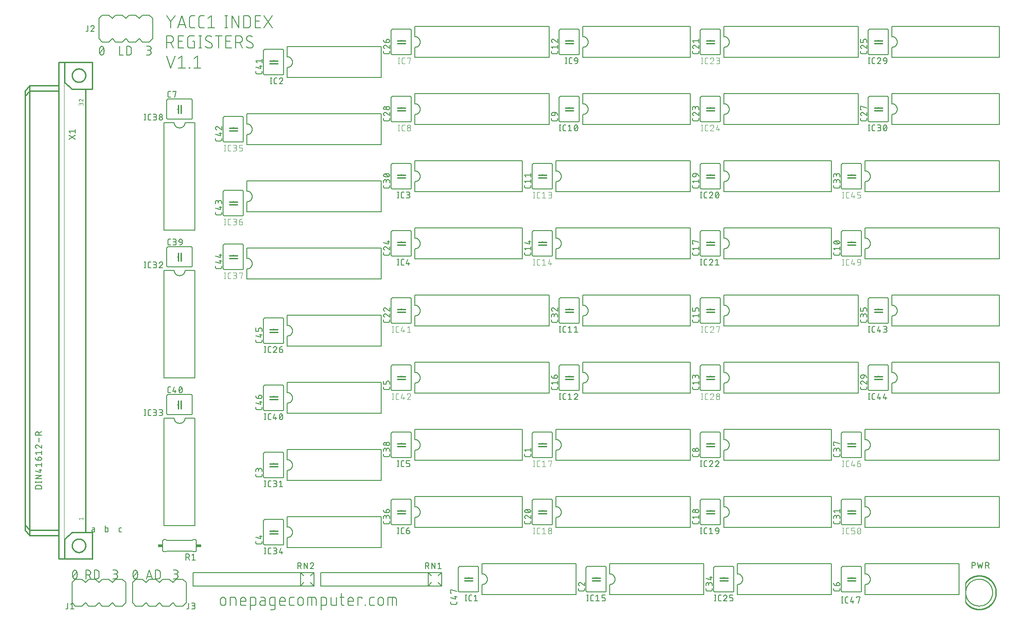
<source format=gbr>
G04 EAGLE Gerber RS-274X export*
G75*
%MOMM*%
%FSLAX34Y34*%
%LPD*%
%INSilkscreen Top*%
%IPPOS*%
%AMOC8*
5,1,8,0,0,1.08239X$1,22.5*%
G01*
%ADD10C,0.203200*%
%ADD11C,0.152400*%
%ADD12C,0.254000*%
%ADD13C,0.127000*%
%ADD14C,0.101600*%
%ADD15C,0.050800*%
%ADD16C,0.076200*%
%ADD17R,0.863600X0.609600*%


D10*
X191516Y1129284D02*
X199305Y1118249D01*
X207095Y1129284D01*
X199305Y1118249D02*
X199305Y1105916D01*
X212395Y1105916D02*
X220184Y1129284D01*
X227973Y1105916D01*
X226026Y1111758D02*
X214342Y1111758D01*
X239741Y1105916D02*
X244934Y1105916D01*
X239741Y1105916D02*
X239598Y1105918D01*
X239455Y1105924D01*
X239312Y1105934D01*
X239170Y1105948D01*
X239028Y1105965D01*
X238886Y1105987D01*
X238745Y1106012D01*
X238605Y1106042D01*
X238466Y1106075D01*
X238328Y1106112D01*
X238191Y1106153D01*
X238055Y1106197D01*
X237920Y1106246D01*
X237787Y1106298D01*
X237655Y1106353D01*
X237525Y1106413D01*
X237396Y1106476D01*
X237269Y1106542D01*
X237144Y1106612D01*
X237022Y1106685D01*
X236901Y1106762D01*
X236782Y1106842D01*
X236666Y1106925D01*
X236551Y1107011D01*
X236440Y1107100D01*
X236330Y1107193D01*
X236224Y1107288D01*
X236120Y1107387D01*
X236019Y1107488D01*
X235920Y1107592D01*
X235825Y1107698D01*
X235732Y1107808D01*
X235643Y1107919D01*
X235557Y1108034D01*
X235474Y1108150D01*
X235394Y1108269D01*
X235317Y1108390D01*
X235244Y1108513D01*
X235174Y1108637D01*
X235108Y1108764D01*
X235045Y1108893D01*
X234985Y1109023D01*
X234930Y1109155D01*
X234878Y1109288D01*
X234829Y1109423D01*
X234785Y1109559D01*
X234744Y1109696D01*
X234707Y1109834D01*
X234674Y1109973D01*
X234644Y1110113D01*
X234619Y1110254D01*
X234597Y1110396D01*
X234580Y1110538D01*
X234566Y1110680D01*
X234556Y1110823D01*
X234550Y1110966D01*
X234548Y1111109D01*
X234548Y1124091D01*
X234550Y1124234D01*
X234556Y1124377D01*
X234566Y1124520D01*
X234580Y1124662D01*
X234597Y1124804D01*
X234619Y1124946D01*
X234644Y1125087D01*
X234674Y1125227D01*
X234707Y1125366D01*
X234744Y1125504D01*
X234785Y1125641D01*
X234829Y1125777D01*
X234878Y1125912D01*
X234930Y1126045D01*
X234985Y1126177D01*
X235045Y1126307D01*
X235108Y1126436D01*
X235174Y1126563D01*
X235244Y1126687D01*
X235317Y1126810D01*
X235394Y1126931D01*
X235474Y1127050D01*
X235557Y1127166D01*
X235643Y1127281D01*
X235732Y1127392D01*
X235825Y1127502D01*
X235920Y1127608D01*
X236019Y1127712D01*
X236120Y1127813D01*
X236224Y1127912D01*
X236330Y1128007D01*
X236440Y1128100D01*
X236551Y1128189D01*
X236666Y1128275D01*
X236782Y1128358D01*
X236901Y1128438D01*
X237022Y1128515D01*
X237144Y1128588D01*
X237269Y1128658D01*
X237396Y1128724D01*
X237525Y1128787D01*
X237655Y1128847D01*
X237787Y1128902D01*
X237920Y1128954D01*
X238055Y1129003D01*
X238191Y1129047D01*
X238328Y1129088D01*
X238466Y1129125D01*
X238605Y1129158D01*
X238745Y1129188D01*
X238886Y1129213D01*
X239028Y1129235D01*
X239170Y1129252D01*
X239312Y1129266D01*
X239455Y1129276D01*
X239598Y1129282D01*
X239741Y1129284D01*
X244934Y1129284D01*
X257140Y1105916D02*
X262333Y1105916D01*
X257140Y1105916D02*
X256997Y1105918D01*
X256854Y1105924D01*
X256711Y1105934D01*
X256569Y1105948D01*
X256427Y1105965D01*
X256285Y1105987D01*
X256144Y1106012D01*
X256004Y1106042D01*
X255865Y1106075D01*
X255727Y1106112D01*
X255590Y1106153D01*
X255454Y1106197D01*
X255319Y1106246D01*
X255186Y1106298D01*
X255054Y1106353D01*
X254924Y1106413D01*
X254795Y1106476D01*
X254668Y1106542D01*
X254543Y1106612D01*
X254421Y1106685D01*
X254300Y1106762D01*
X254181Y1106842D01*
X254065Y1106925D01*
X253950Y1107011D01*
X253839Y1107100D01*
X253729Y1107193D01*
X253623Y1107288D01*
X253519Y1107387D01*
X253418Y1107488D01*
X253319Y1107592D01*
X253224Y1107698D01*
X253131Y1107808D01*
X253042Y1107919D01*
X252956Y1108034D01*
X252873Y1108150D01*
X252793Y1108269D01*
X252716Y1108390D01*
X252643Y1108513D01*
X252573Y1108637D01*
X252507Y1108764D01*
X252444Y1108893D01*
X252384Y1109023D01*
X252329Y1109155D01*
X252277Y1109288D01*
X252228Y1109423D01*
X252184Y1109559D01*
X252143Y1109696D01*
X252106Y1109834D01*
X252073Y1109973D01*
X252043Y1110113D01*
X252018Y1110254D01*
X251996Y1110396D01*
X251979Y1110538D01*
X251965Y1110680D01*
X251955Y1110823D01*
X251949Y1110966D01*
X251947Y1111109D01*
X251947Y1124091D01*
X251949Y1124234D01*
X251955Y1124377D01*
X251965Y1124520D01*
X251979Y1124662D01*
X251996Y1124804D01*
X252018Y1124946D01*
X252043Y1125087D01*
X252073Y1125227D01*
X252106Y1125366D01*
X252143Y1125504D01*
X252184Y1125641D01*
X252228Y1125777D01*
X252277Y1125912D01*
X252329Y1126045D01*
X252384Y1126177D01*
X252444Y1126307D01*
X252507Y1126436D01*
X252573Y1126563D01*
X252643Y1126687D01*
X252716Y1126810D01*
X252793Y1126931D01*
X252873Y1127050D01*
X252956Y1127166D01*
X253042Y1127281D01*
X253131Y1127392D01*
X253224Y1127502D01*
X253319Y1127608D01*
X253418Y1127712D01*
X253519Y1127813D01*
X253623Y1127912D01*
X253729Y1128007D01*
X253839Y1128100D01*
X253950Y1128189D01*
X254065Y1128275D01*
X254181Y1128358D01*
X254300Y1128438D01*
X254421Y1128515D01*
X254543Y1128588D01*
X254668Y1128658D01*
X254795Y1128724D01*
X254924Y1128787D01*
X255054Y1128847D01*
X255186Y1128902D01*
X255319Y1128954D01*
X255454Y1129003D01*
X255590Y1129047D01*
X255727Y1129088D01*
X255865Y1129125D01*
X256004Y1129158D01*
X256144Y1129188D01*
X256285Y1129213D01*
X256427Y1129235D01*
X256569Y1129252D01*
X256711Y1129266D01*
X256854Y1129276D01*
X256997Y1129282D01*
X257140Y1129284D01*
X262333Y1129284D01*
X269370Y1124091D02*
X275861Y1129284D01*
X275861Y1105916D01*
X269370Y1105916D02*
X282352Y1105916D01*
X303699Y1105916D02*
X303699Y1129284D01*
X301103Y1105916D02*
X306296Y1105916D01*
X306296Y1129284D02*
X301103Y1129284D01*
X314607Y1129284D02*
X314607Y1105916D01*
X327589Y1105916D02*
X314607Y1129284D01*
X327589Y1129284D02*
X327589Y1105916D01*
X336878Y1105916D02*
X336878Y1129284D01*
X343369Y1129284D01*
X343528Y1129282D01*
X343687Y1129276D01*
X343847Y1129266D01*
X344005Y1129253D01*
X344164Y1129235D01*
X344321Y1129214D01*
X344479Y1129188D01*
X344635Y1129159D01*
X344791Y1129126D01*
X344946Y1129089D01*
X345100Y1129049D01*
X345253Y1129004D01*
X345405Y1128956D01*
X345556Y1128905D01*
X345705Y1128849D01*
X345853Y1128790D01*
X345999Y1128727D01*
X346144Y1128661D01*
X346287Y1128591D01*
X346429Y1128518D01*
X346568Y1128441D01*
X346706Y1128361D01*
X346842Y1128277D01*
X346975Y1128190D01*
X347107Y1128100D01*
X347236Y1128007D01*
X347362Y1127910D01*
X347487Y1127811D01*
X347609Y1127708D01*
X347728Y1127603D01*
X347845Y1127494D01*
X347959Y1127383D01*
X348070Y1127269D01*
X348179Y1127152D01*
X348284Y1127033D01*
X348387Y1126911D01*
X348486Y1126786D01*
X348583Y1126660D01*
X348676Y1126531D01*
X348766Y1126399D01*
X348853Y1126266D01*
X348937Y1126130D01*
X349017Y1125992D01*
X349094Y1125853D01*
X349167Y1125711D01*
X349237Y1125568D01*
X349303Y1125423D01*
X349366Y1125277D01*
X349425Y1125129D01*
X349481Y1124980D01*
X349532Y1124829D01*
X349580Y1124677D01*
X349625Y1124524D01*
X349665Y1124370D01*
X349702Y1124215D01*
X349735Y1124059D01*
X349764Y1123903D01*
X349790Y1123745D01*
X349811Y1123588D01*
X349829Y1123429D01*
X349842Y1123271D01*
X349852Y1123111D01*
X349858Y1122952D01*
X349860Y1122793D01*
X349860Y1112407D01*
X349858Y1112248D01*
X349852Y1112089D01*
X349842Y1111929D01*
X349829Y1111771D01*
X349811Y1111612D01*
X349790Y1111455D01*
X349764Y1111297D01*
X349735Y1111141D01*
X349702Y1110985D01*
X349665Y1110830D01*
X349625Y1110676D01*
X349580Y1110523D01*
X349532Y1110371D01*
X349481Y1110220D01*
X349425Y1110071D01*
X349366Y1109923D01*
X349303Y1109777D01*
X349237Y1109632D01*
X349167Y1109489D01*
X349094Y1109347D01*
X349017Y1109208D01*
X348937Y1109070D01*
X348853Y1108934D01*
X348766Y1108801D01*
X348676Y1108669D01*
X348583Y1108540D01*
X348486Y1108414D01*
X348387Y1108289D01*
X348284Y1108167D01*
X348179Y1108048D01*
X348070Y1107931D01*
X347959Y1107817D01*
X347845Y1107706D01*
X347728Y1107597D01*
X347609Y1107492D01*
X347487Y1107389D01*
X347362Y1107290D01*
X347236Y1107193D01*
X347107Y1107100D01*
X346975Y1107010D01*
X346842Y1106923D01*
X346706Y1106839D01*
X346568Y1106759D01*
X346429Y1106682D01*
X346287Y1106609D01*
X346144Y1106539D01*
X345999Y1106473D01*
X345853Y1106410D01*
X345705Y1106351D01*
X345556Y1106295D01*
X345405Y1106244D01*
X345253Y1106195D01*
X345100Y1106151D01*
X344946Y1106111D01*
X344791Y1106074D01*
X344635Y1106041D01*
X344479Y1106012D01*
X344321Y1105986D01*
X344164Y1105965D01*
X344005Y1105947D01*
X343846Y1105934D01*
X343687Y1105924D01*
X343528Y1105918D01*
X343369Y1105916D01*
X336878Y1105916D01*
X359173Y1105916D02*
X369558Y1105916D01*
X359173Y1105916D02*
X359173Y1129284D01*
X369558Y1129284D01*
X366962Y1118898D02*
X359173Y1118898D01*
X375249Y1105916D02*
X390828Y1129284D01*
X375249Y1129284D02*
X390828Y1105916D01*
X191516Y1091184D02*
X191516Y1067816D01*
X191516Y1091184D02*
X198007Y1091184D01*
X198166Y1091182D01*
X198325Y1091176D01*
X198485Y1091166D01*
X198643Y1091153D01*
X198802Y1091135D01*
X198959Y1091114D01*
X199117Y1091088D01*
X199273Y1091059D01*
X199429Y1091026D01*
X199584Y1090989D01*
X199738Y1090949D01*
X199891Y1090904D01*
X200043Y1090856D01*
X200194Y1090805D01*
X200343Y1090749D01*
X200491Y1090690D01*
X200637Y1090627D01*
X200782Y1090561D01*
X200925Y1090491D01*
X201067Y1090418D01*
X201206Y1090341D01*
X201344Y1090261D01*
X201480Y1090177D01*
X201613Y1090090D01*
X201745Y1090000D01*
X201874Y1089907D01*
X202000Y1089810D01*
X202125Y1089711D01*
X202247Y1089608D01*
X202366Y1089503D01*
X202483Y1089394D01*
X202597Y1089283D01*
X202708Y1089169D01*
X202817Y1089052D01*
X202922Y1088933D01*
X203025Y1088811D01*
X203124Y1088686D01*
X203221Y1088560D01*
X203314Y1088431D01*
X203404Y1088299D01*
X203491Y1088166D01*
X203575Y1088030D01*
X203655Y1087892D01*
X203732Y1087753D01*
X203805Y1087611D01*
X203875Y1087468D01*
X203941Y1087323D01*
X204004Y1087177D01*
X204063Y1087029D01*
X204119Y1086880D01*
X204170Y1086729D01*
X204218Y1086577D01*
X204263Y1086424D01*
X204303Y1086270D01*
X204340Y1086115D01*
X204373Y1085959D01*
X204402Y1085803D01*
X204428Y1085645D01*
X204449Y1085488D01*
X204467Y1085329D01*
X204480Y1085171D01*
X204490Y1085011D01*
X204496Y1084852D01*
X204498Y1084693D01*
X204496Y1084534D01*
X204490Y1084375D01*
X204480Y1084215D01*
X204467Y1084057D01*
X204449Y1083898D01*
X204428Y1083741D01*
X204402Y1083583D01*
X204373Y1083427D01*
X204340Y1083271D01*
X204303Y1083116D01*
X204263Y1082962D01*
X204218Y1082809D01*
X204170Y1082657D01*
X204119Y1082506D01*
X204063Y1082357D01*
X204004Y1082209D01*
X203941Y1082063D01*
X203875Y1081918D01*
X203805Y1081775D01*
X203732Y1081633D01*
X203655Y1081494D01*
X203575Y1081356D01*
X203491Y1081220D01*
X203404Y1081087D01*
X203314Y1080955D01*
X203221Y1080826D01*
X203124Y1080700D01*
X203025Y1080575D01*
X202922Y1080453D01*
X202817Y1080334D01*
X202708Y1080217D01*
X202597Y1080103D01*
X202483Y1079992D01*
X202366Y1079883D01*
X202247Y1079778D01*
X202125Y1079675D01*
X202000Y1079576D01*
X201874Y1079479D01*
X201745Y1079386D01*
X201613Y1079296D01*
X201480Y1079209D01*
X201344Y1079125D01*
X201206Y1079045D01*
X201067Y1078968D01*
X200925Y1078895D01*
X200782Y1078825D01*
X200637Y1078759D01*
X200491Y1078696D01*
X200343Y1078637D01*
X200194Y1078581D01*
X200043Y1078530D01*
X199891Y1078482D01*
X199738Y1078437D01*
X199584Y1078397D01*
X199429Y1078360D01*
X199273Y1078327D01*
X199117Y1078298D01*
X198959Y1078272D01*
X198802Y1078251D01*
X198643Y1078233D01*
X198485Y1078220D01*
X198325Y1078210D01*
X198166Y1078204D01*
X198007Y1078202D01*
X191516Y1078202D01*
X199305Y1078202D02*
X204498Y1067816D01*
X213051Y1067816D02*
X223437Y1067816D01*
X213051Y1067816D02*
X213051Y1091184D01*
X223437Y1091184D01*
X220841Y1080798D02*
X213051Y1080798D01*
X240209Y1080798D02*
X244104Y1080798D01*
X244104Y1067816D01*
X236315Y1067816D01*
X236172Y1067818D01*
X236029Y1067824D01*
X235886Y1067834D01*
X235744Y1067848D01*
X235602Y1067865D01*
X235460Y1067887D01*
X235319Y1067912D01*
X235179Y1067942D01*
X235040Y1067975D01*
X234902Y1068012D01*
X234765Y1068053D01*
X234629Y1068097D01*
X234494Y1068146D01*
X234361Y1068198D01*
X234229Y1068253D01*
X234099Y1068313D01*
X233970Y1068376D01*
X233843Y1068442D01*
X233718Y1068512D01*
X233596Y1068585D01*
X233475Y1068662D01*
X233356Y1068742D01*
X233240Y1068825D01*
X233125Y1068911D01*
X233014Y1069000D01*
X232904Y1069093D01*
X232798Y1069188D01*
X232694Y1069287D01*
X232593Y1069388D01*
X232494Y1069492D01*
X232399Y1069598D01*
X232306Y1069708D01*
X232217Y1069819D01*
X232131Y1069934D01*
X232048Y1070050D01*
X231968Y1070169D01*
X231891Y1070290D01*
X231818Y1070413D01*
X231748Y1070537D01*
X231682Y1070664D01*
X231619Y1070793D01*
X231559Y1070923D01*
X231504Y1071055D01*
X231452Y1071188D01*
X231403Y1071323D01*
X231359Y1071459D01*
X231318Y1071596D01*
X231281Y1071734D01*
X231248Y1071873D01*
X231218Y1072013D01*
X231193Y1072154D01*
X231171Y1072296D01*
X231154Y1072438D01*
X231140Y1072580D01*
X231130Y1072723D01*
X231124Y1072866D01*
X231122Y1073009D01*
X231122Y1085991D01*
X231124Y1086134D01*
X231130Y1086277D01*
X231140Y1086420D01*
X231154Y1086562D01*
X231171Y1086704D01*
X231193Y1086846D01*
X231218Y1086987D01*
X231248Y1087127D01*
X231281Y1087266D01*
X231318Y1087404D01*
X231359Y1087541D01*
X231403Y1087677D01*
X231452Y1087812D01*
X231504Y1087945D01*
X231559Y1088077D01*
X231619Y1088207D01*
X231682Y1088336D01*
X231748Y1088463D01*
X231818Y1088587D01*
X231891Y1088710D01*
X231968Y1088831D01*
X232048Y1088950D01*
X232131Y1089066D01*
X232217Y1089181D01*
X232306Y1089292D01*
X232399Y1089402D01*
X232494Y1089508D01*
X232593Y1089612D01*
X232694Y1089713D01*
X232798Y1089812D01*
X232904Y1089907D01*
X233014Y1090000D01*
X233125Y1090089D01*
X233240Y1090175D01*
X233356Y1090258D01*
X233475Y1090338D01*
X233596Y1090415D01*
X233718Y1090488D01*
X233843Y1090558D01*
X233970Y1090624D01*
X234099Y1090687D01*
X234229Y1090747D01*
X234361Y1090802D01*
X234494Y1090854D01*
X234629Y1090903D01*
X234765Y1090947D01*
X234902Y1090988D01*
X235040Y1091025D01*
X235179Y1091058D01*
X235319Y1091088D01*
X235460Y1091113D01*
X235602Y1091135D01*
X235744Y1091152D01*
X235886Y1091166D01*
X236029Y1091176D01*
X236172Y1091182D01*
X236315Y1091184D01*
X244104Y1091184D01*
X255012Y1091184D02*
X255012Y1067816D01*
X252416Y1067816D02*
X257608Y1067816D01*
X257608Y1091184D02*
X252416Y1091184D01*
X272317Y1067816D02*
X272460Y1067818D01*
X272603Y1067824D01*
X272746Y1067834D01*
X272888Y1067848D01*
X273030Y1067865D01*
X273172Y1067887D01*
X273313Y1067912D01*
X273453Y1067942D01*
X273592Y1067975D01*
X273730Y1068012D01*
X273867Y1068053D01*
X274003Y1068097D01*
X274138Y1068146D01*
X274271Y1068198D01*
X274403Y1068253D01*
X274533Y1068313D01*
X274662Y1068376D01*
X274789Y1068442D01*
X274914Y1068512D01*
X275036Y1068585D01*
X275157Y1068662D01*
X275276Y1068742D01*
X275392Y1068825D01*
X275507Y1068911D01*
X275618Y1069000D01*
X275728Y1069093D01*
X275834Y1069188D01*
X275938Y1069287D01*
X276039Y1069388D01*
X276138Y1069492D01*
X276233Y1069598D01*
X276326Y1069708D01*
X276415Y1069819D01*
X276501Y1069934D01*
X276584Y1070050D01*
X276664Y1070169D01*
X276741Y1070290D01*
X276814Y1070413D01*
X276884Y1070537D01*
X276950Y1070664D01*
X277013Y1070793D01*
X277073Y1070923D01*
X277128Y1071055D01*
X277180Y1071188D01*
X277229Y1071323D01*
X277273Y1071459D01*
X277314Y1071596D01*
X277351Y1071734D01*
X277384Y1071873D01*
X277414Y1072013D01*
X277439Y1072154D01*
X277461Y1072296D01*
X277478Y1072438D01*
X277492Y1072580D01*
X277502Y1072723D01*
X277508Y1072866D01*
X277510Y1073009D01*
X272317Y1067816D02*
X272055Y1067819D01*
X271792Y1067829D01*
X271530Y1067844D01*
X271269Y1067866D01*
X271008Y1067894D01*
X270748Y1067929D01*
X270488Y1067970D01*
X270230Y1068016D01*
X269973Y1068069D01*
X269717Y1068129D01*
X269463Y1068194D01*
X269210Y1068265D01*
X268960Y1068342D01*
X268711Y1068426D01*
X268464Y1068515D01*
X268219Y1068610D01*
X267977Y1068711D01*
X267737Y1068818D01*
X267500Y1068930D01*
X267266Y1069048D01*
X267034Y1069172D01*
X266806Y1069301D01*
X266580Y1069436D01*
X266358Y1069576D01*
X266139Y1069721D01*
X265924Y1069871D01*
X265713Y1070027D01*
X265505Y1070187D01*
X265301Y1070353D01*
X265102Y1070523D01*
X264906Y1070698D01*
X264715Y1070877D01*
X264528Y1071062D01*
X265177Y1085991D02*
X265179Y1086134D01*
X265185Y1086277D01*
X265195Y1086420D01*
X265209Y1086562D01*
X265226Y1086704D01*
X265248Y1086846D01*
X265273Y1086987D01*
X265303Y1087127D01*
X265336Y1087266D01*
X265373Y1087404D01*
X265414Y1087541D01*
X265458Y1087677D01*
X265507Y1087812D01*
X265559Y1087945D01*
X265614Y1088077D01*
X265674Y1088207D01*
X265737Y1088336D01*
X265803Y1088463D01*
X265873Y1088588D01*
X265946Y1088710D01*
X266023Y1088831D01*
X266103Y1088950D01*
X266186Y1089066D01*
X266272Y1089181D01*
X266361Y1089292D01*
X266454Y1089402D01*
X266549Y1089508D01*
X266648Y1089612D01*
X266749Y1089713D01*
X266853Y1089812D01*
X266959Y1089907D01*
X267069Y1090000D01*
X267180Y1090089D01*
X267295Y1090175D01*
X267411Y1090259D01*
X267530Y1090338D01*
X267651Y1090415D01*
X267774Y1090488D01*
X267898Y1090558D01*
X268025Y1090624D01*
X268154Y1090687D01*
X268284Y1090747D01*
X268416Y1090802D01*
X268549Y1090854D01*
X268684Y1090903D01*
X268820Y1090947D01*
X268957Y1090988D01*
X269095Y1091025D01*
X269234Y1091058D01*
X269374Y1091088D01*
X269515Y1091113D01*
X269657Y1091135D01*
X269799Y1091152D01*
X269941Y1091166D01*
X270084Y1091176D01*
X270227Y1091182D01*
X270370Y1091184D01*
X270602Y1091181D01*
X270834Y1091173D01*
X271066Y1091159D01*
X271297Y1091140D01*
X271528Y1091115D01*
X271758Y1091085D01*
X271987Y1091049D01*
X272215Y1091008D01*
X272443Y1090961D01*
X272669Y1090909D01*
X272894Y1090851D01*
X273117Y1090788D01*
X273339Y1090720D01*
X273559Y1090647D01*
X273777Y1090568D01*
X273994Y1090485D01*
X274208Y1090396D01*
X274420Y1090302D01*
X274630Y1090203D01*
X274838Y1090099D01*
X275042Y1089990D01*
X275245Y1089876D01*
X275444Y1089757D01*
X275641Y1089634D01*
X275834Y1089506D01*
X276025Y1089374D01*
X276212Y1089237D01*
X267773Y1081447D02*
X267650Y1081522D01*
X267529Y1081600D01*
X267410Y1081682D01*
X267294Y1081766D01*
X267180Y1081854D01*
X267068Y1081945D01*
X266958Y1082039D01*
X266852Y1082136D01*
X266748Y1082236D01*
X266647Y1082338D01*
X266548Y1082444D01*
X266453Y1082552D01*
X266360Y1082662D01*
X266271Y1082775D01*
X266185Y1082891D01*
X266101Y1083008D01*
X266022Y1083128D01*
X265945Y1083250D01*
X265872Y1083374D01*
X265802Y1083500D01*
X265736Y1083628D01*
X265673Y1083758D01*
X265614Y1083889D01*
X265558Y1084022D01*
X265506Y1084157D01*
X265458Y1084293D01*
X265413Y1084430D01*
X265373Y1084568D01*
X265336Y1084707D01*
X265302Y1084847D01*
X265273Y1084988D01*
X265248Y1085130D01*
X265226Y1085273D01*
X265208Y1085416D01*
X265195Y1085559D01*
X265185Y1085703D01*
X265179Y1085847D01*
X265177Y1085991D01*
X274914Y1077553D02*
X275037Y1077478D01*
X275158Y1077400D01*
X275277Y1077318D01*
X275393Y1077234D01*
X275507Y1077146D01*
X275619Y1077055D01*
X275728Y1076961D01*
X275835Y1076864D01*
X275939Y1076764D01*
X276040Y1076662D01*
X276139Y1076556D01*
X276234Y1076448D01*
X276327Y1076338D01*
X276416Y1076225D01*
X276502Y1076110D01*
X276585Y1075992D01*
X276665Y1075872D01*
X276742Y1075750D01*
X276815Y1075626D01*
X276885Y1075500D01*
X276951Y1075372D01*
X277014Y1075242D01*
X277073Y1075111D01*
X277129Y1074978D01*
X277181Y1074843D01*
X277229Y1074707D01*
X277274Y1074570D01*
X277314Y1074432D01*
X277351Y1074293D01*
X277385Y1074153D01*
X277414Y1074012D01*
X277439Y1073870D01*
X277461Y1073727D01*
X277479Y1073584D01*
X277492Y1073441D01*
X277502Y1073297D01*
X277508Y1073153D01*
X277510Y1073009D01*
X274914Y1077553D02*
X267773Y1081447D01*
X289810Y1091184D02*
X289810Y1067816D01*
X283319Y1091184D02*
X296301Y1091184D01*
X303526Y1067816D02*
X313912Y1067816D01*
X303526Y1067816D02*
X303526Y1091184D01*
X313912Y1091184D01*
X311315Y1080798D02*
X303526Y1080798D01*
X321660Y1091184D02*
X321660Y1067816D01*
X321660Y1091184D02*
X328151Y1091184D01*
X328310Y1091182D01*
X328469Y1091176D01*
X328629Y1091166D01*
X328787Y1091153D01*
X328946Y1091135D01*
X329103Y1091114D01*
X329261Y1091088D01*
X329417Y1091059D01*
X329573Y1091026D01*
X329728Y1090989D01*
X329882Y1090949D01*
X330035Y1090904D01*
X330187Y1090856D01*
X330338Y1090805D01*
X330487Y1090749D01*
X330635Y1090690D01*
X330781Y1090627D01*
X330926Y1090561D01*
X331069Y1090491D01*
X331211Y1090418D01*
X331350Y1090341D01*
X331488Y1090261D01*
X331624Y1090177D01*
X331757Y1090090D01*
X331889Y1090000D01*
X332018Y1089907D01*
X332144Y1089810D01*
X332269Y1089711D01*
X332391Y1089608D01*
X332510Y1089503D01*
X332627Y1089394D01*
X332741Y1089283D01*
X332852Y1089169D01*
X332961Y1089052D01*
X333066Y1088933D01*
X333169Y1088811D01*
X333268Y1088686D01*
X333365Y1088560D01*
X333458Y1088431D01*
X333548Y1088299D01*
X333635Y1088166D01*
X333719Y1088030D01*
X333799Y1087892D01*
X333876Y1087753D01*
X333949Y1087611D01*
X334019Y1087468D01*
X334085Y1087323D01*
X334148Y1087177D01*
X334207Y1087029D01*
X334263Y1086880D01*
X334314Y1086729D01*
X334362Y1086577D01*
X334407Y1086424D01*
X334447Y1086270D01*
X334484Y1086115D01*
X334517Y1085959D01*
X334546Y1085803D01*
X334572Y1085645D01*
X334593Y1085488D01*
X334611Y1085329D01*
X334624Y1085171D01*
X334634Y1085011D01*
X334640Y1084852D01*
X334642Y1084693D01*
X334640Y1084534D01*
X334634Y1084375D01*
X334624Y1084215D01*
X334611Y1084057D01*
X334593Y1083898D01*
X334572Y1083741D01*
X334546Y1083583D01*
X334517Y1083427D01*
X334484Y1083271D01*
X334447Y1083116D01*
X334407Y1082962D01*
X334362Y1082809D01*
X334314Y1082657D01*
X334263Y1082506D01*
X334207Y1082357D01*
X334148Y1082209D01*
X334085Y1082063D01*
X334019Y1081918D01*
X333949Y1081775D01*
X333876Y1081633D01*
X333799Y1081494D01*
X333719Y1081356D01*
X333635Y1081220D01*
X333548Y1081087D01*
X333458Y1080955D01*
X333365Y1080826D01*
X333268Y1080700D01*
X333169Y1080575D01*
X333066Y1080453D01*
X332961Y1080334D01*
X332852Y1080217D01*
X332741Y1080103D01*
X332627Y1079992D01*
X332510Y1079883D01*
X332391Y1079778D01*
X332269Y1079675D01*
X332144Y1079576D01*
X332018Y1079479D01*
X331889Y1079386D01*
X331757Y1079296D01*
X331624Y1079209D01*
X331488Y1079125D01*
X331350Y1079045D01*
X331211Y1078968D01*
X331069Y1078895D01*
X330926Y1078825D01*
X330781Y1078759D01*
X330635Y1078696D01*
X330487Y1078637D01*
X330338Y1078581D01*
X330187Y1078530D01*
X330035Y1078482D01*
X329882Y1078437D01*
X329728Y1078397D01*
X329573Y1078360D01*
X329417Y1078327D01*
X329261Y1078298D01*
X329103Y1078272D01*
X328946Y1078251D01*
X328787Y1078233D01*
X328629Y1078220D01*
X328469Y1078210D01*
X328310Y1078204D01*
X328151Y1078202D01*
X321660Y1078202D01*
X329450Y1078202D02*
X334642Y1067816D01*
X349569Y1067816D02*
X349712Y1067818D01*
X349855Y1067824D01*
X349998Y1067834D01*
X350140Y1067848D01*
X350282Y1067865D01*
X350424Y1067887D01*
X350565Y1067912D01*
X350705Y1067942D01*
X350844Y1067975D01*
X350982Y1068012D01*
X351119Y1068053D01*
X351255Y1068097D01*
X351390Y1068146D01*
X351523Y1068198D01*
X351655Y1068253D01*
X351785Y1068313D01*
X351914Y1068376D01*
X352041Y1068442D01*
X352166Y1068512D01*
X352288Y1068585D01*
X352409Y1068662D01*
X352528Y1068742D01*
X352644Y1068825D01*
X352759Y1068911D01*
X352870Y1069000D01*
X352980Y1069093D01*
X353086Y1069188D01*
X353190Y1069287D01*
X353291Y1069388D01*
X353390Y1069492D01*
X353485Y1069598D01*
X353578Y1069708D01*
X353667Y1069819D01*
X353753Y1069934D01*
X353836Y1070050D01*
X353916Y1070169D01*
X353993Y1070290D01*
X354066Y1070413D01*
X354136Y1070537D01*
X354202Y1070664D01*
X354265Y1070793D01*
X354325Y1070923D01*
X354380Y1071055D01*
X354432Y1071188D01*
X354481Y1071323D01*
X354525Y1071459D01*
X354566Y1071596D01*
X354603Y1071734D01*
X354636Y1071873D01*
X354666Y1072013D01*
X354691Y1072154D01*
X354713Y1072296D01*
X354730Y1072438D01*
X354744Y1072580D01*
X354754Y1072723D01*
X354760Y1072866D01*
X354762Y1073009D01*
X349569Y1067816D02*
X349307Y1067819D01*
X349044Y1067829D01*
X348782Y1067844D01*
X348521Y1067866D01*
X348260Y1067894D01*
X348000Y1067929D01*
X347740Y1067970D01*
X347482Y1068016D01*
X347225Y1068069D01*
X346969Y1068129D01*
X346715Y1068194D01*
X346462Y1068265D01*
X346212Y1068342D01*
X345963Y1068426D01*
X345716Y1068515D01*
X345471Y1068610D01*
X345229Y1068711D01*
X344989Y1068818D01*
X344752Y1068930D01*
X344518Y1069048D01*
X344286Y1069172D01*
X344058Y1069301D01*
X343832Y1069436D01*
X343610Y1069576D01*
X343391Y1069721D01*
X343176Y1069871D01*
X342965Y1070027D01*
X342757Y1070187D01*
X342553Y1070353D01*
X342354Y1070523D01*
X342158Y1070698D01*
X341967Y1070877D01*
X341780Y1071062D01*
X342428Y1085991D02*
X342430Y1086134D01*
X342436Y1086277D01*
X342446Y1086420D01*
X342460Y1086562D01*
X342477Y1086704D01*
X342499Y1086846D01*
X342524Y1086987D01*
X342554Y1087127D01*
X342587Y1087266D01*
X342624Y1087404D01*
X342665Y1087541D01*
X342709Y1087677D01*
X342758Y1087812D01*
X342810Y1087945D01*
X342865Y1088077D01*
X342925Y1088207D01*
X342988Y1088336D01*
X343054Y1088463D01*
X343124Y1088588D01*
X343197Y1088710D01*
X343274Y1088831D01*
X343354Y1088950D01*
X343437Y1089066D01*
X343523Y1089181D01*
X343612Y1089292D01*
X343705Y1089402D01*
X343800Y1089508D01*
X343899Y1089612D01*
X344000Y1089713D01*
X344104Y1089812D01*
X344210Y1089907D01*
X344320Y1090000D01*
X344431Y1090089D01*
X344546Y1090175D01*
X344662Y1090259D01*
X344781Y1090338D01*
X344902Y1090415D01*
X345025Y1090488D01*
X345149Y1090558D01*
X345276Y1090624D01*
X345405Y1090687D01*
X345535Y1090747D01*
X345667Y1090802D01*
X345800Y1090854D01*
X345935Y1090903D01*
X346071Y1090947D01*
X346208Y1090988D01*
X346346Y1091025D01*
X346485Y1091058D01*
X346625Y1091088D01*
X346766Y1091113D01*
X346908Y1091135D01*
X347050Y1091152D01*
X347192Y1091166D01*
X347335Y1091176D01*
X347478Y1091182D01*
X347621Y1091184D01*
X347853Y1091181D01*
X348085Y1091173D01*
X348317Y1091159D01*
X348548Y1091140D01*
X348779Y1091115D01*
X349009Y1091085D01*
X349238Y1091049D01*
X349466Y1091008D01*
X349694Y1090961D01*
X349920Y1090909D01*
X350145Y1090851D01*
X350368Y1090788D01*
X350590Y1090720D01*
X350810Y1090647D01*
X351028Y1090568D01*
X351245Y1090485D01*
X351459Y1090396D01*
X351671Y1090302D01*
X351881Y1090203D01*
X352089Y1090099D01*
X352293Y1089990D01*
X352496Y1089876D01*
X352695Y1089757D01*
X352892Y1089634D01*
X353085Y1089506D01*
X353276Y1089374D01*
X353463Y1089237D01*
X345024Y1081447D02*
X344901Y1081522D01*
X344780Y1081600D01*
X344661Y1081682D01*
X344545Y1081766D01*
X344431Y1081854D01*
X344319Y1081945D01*
X344209Y1082039D01*
X344103Y1082136D01*
X343999Y1082236D01*
X343898Y1082338D01*
X343799Y1082444D01*
X343704Y1082552D01*
X343611Y1082662D01*
X343522Y1082775D01*
X343436Y1082891D01*
X343352Y1083008D01*
X343273Y1083128D01*
X343196Y1083250D01*
X343123Y1083374D01*
X343053Y1083500D01*
X342987Y1083628D01*
X342924Y1083758D01*
X342865Y1083889D01*
X342809Y1084022D01*
X342757Y1084157D01*
X342709Y1084293D01*
X342664Y1084430D01*
X342624Y1084568D01*
X342587Y1084707D01*
X342553Y1084847D01*
X342524Y1084988D01*
X342499Y1085130D01*
X342477Y1085273D01*
X342459Y1085416D01*
X342446Y1085559D01*
X342436Y1085703D01*
X342430Y1085847D01*
X342428Y1085991D01*
X352166Y1077553D02*
X352289Y1077478D01*
X352410Y1077400D01*
X352529Y1077318D01*
X352645Y1077234D01*
X352759Y1077146D01*
X352871Y1077055D01*
X352980Y1076961D01*
X353087Y1076864D01*
X353191Y1076764D01*
X353292Y1076662D01*
X353391Y1076556D01*
X353486Y1076448D01*
X353579Y1076338D01*
X353668Y1076225D01*
X353754Y1076110D01*
X353837Y1075992D01*
X353917Y1075872D01*
X353994Y1075750D01*
X354067Y1075626D01*
X354137Y1075500D01*
X354203Y1075372D01*
X354266Y1075242D01*
X354325Y1075111D01*
X354381Y1074978D01*
X354433Y1074843D01*
X354481Y1074707D01*
X354526Y1074570D01*
X354566Y1074432D01*
X354603Y1074293D01*
X354637Y1074153D01*
X354666Y1074012D01*
X354691Y1073870D01*
X354713Y1073727D01*
X354731Y1073584D01*
X354744Y1073441D01*
X354754Y1073297D01*
X354760Y1073153D01*
X354762Y1073009D01*
X352165Y1077553D02*
X345025Y1081447D01*
X199305Y1029716D02*
X191516Y1053084D01*
X207095Y1053084D02*
X199305Y1029716D01*
X213693Y1047891D02*
X220184Y1053084D01*
X220184Y1029716D01*
X213693Y1029716D02*
X226675Y1029716D01*
X234150Y1029716D02*
X234150Y1031014D01*
X235448Y1031014D01*
X235448Y1029716D01*
X234150Y1029716D01*
X242923Y1047891D02*
X249414Y1053084D01*
X249414Y1029716D01*
X242923Y1029716D02*
X255905Y1029716D01*
X293116Y24102D02*
X293116Y18909D01*
X293116Y24102D02*
X293118Y24245D01*
X293124Y24388D01*
X293134Y24531D01*
X293148Y24673D01*
X293165Y24815D01*
X293187Y24957D01*
X293212Y25098D01*
X293242Y25238D01*
X293275Y25377D01*
X293312Y25515D01*
X293353Y25652D01*
X293397Y25788D01*
X293446Y25923D01*
X293498Y26056D01*
X293553Y26188D01*
X293613Y26318D01*
X293676Y26447D01*
X293742Y26574D01*
X293812Y26699D01*
X293885Y26821D01*
X293962Y26942D01*
X294042Y27061D01*
X294125Y27177D01*
X294211Y27292D01*
X294300Y27403D01*
X294393Y27513D01*
X294488Y27619D01*
X294587Y27723D01*
X294688Y27824D01*
X294792Y27923D01*
X294898Y28018D01*
X295008Y28111D01*
X295119Y28200D01*
X295234Y28286D01*
X295350Y28369D01*
X295469Y28449D01*
X295590Y28526D01*
X295713Y28599D01*
X295837Y28669D01*
X295964Y28735D01*
X296093Y28798D01*
X296223Y28858D01*
X296355Y28913D01*
X296488Y28965D01*
X296623Y29014D01*
X296759Y29058D01*
X296896Y29099D01*
X297034Y29136D01*
X297173Y29169D01*
X297313Y29199D01*
X297454Y29224D01*
X297596Y29246D01*
X297738Y29263D01*
X297880Y29277D01*
X298023Y29287D01*
X298166Y29293D01*
X298309Y29295D01*
X298452Y29293D01*
X298595Y29287D01*
X298738Y29277D01*
X298880Y29263D01*
X299022Y29246D01*
X299164Y29224D01*
X299305Y29199D01*
X299445Y29169D01*
X299584Y29136D01*
X299722Y29099D01*
X299859Y29058D01*
X299995Y29014D01*
X300130Y28965D01*
X300263Y28913D01*
X300395Y28858D01*
X300525Y28798D01*
X300654Y28735D01*
X300781Y28669D01*
X300906Y28599D01*
X301028Y28526D01*
X301149Y28449D01*
X301268Y28369D01*
X301384Y28286D01*
X301499Y28200D01*
X301610Y28111D01*
X301720Y28018D01*
X301826Y27923D01*
X301930Y27824D01*
X302031Y27723D01*
X302130Y27619D01*
X302225Y27513D01*
X302318Y27403D01*
X302407Y27292D01*
X302493Y27177D01*
X302576Y27061D01*
X302656Y26942D01*
X302733Y26821D01*
X302806Y26699D01*
X302876Y26574D01*
X302942Y26447D01*
X303005Y26318D01*
X303065Y26188D01*
X303120Y26056D01*
X303172Y25923D01*
X303221Y25788D01*
X303265Y25652D01*
X303306Y25515D01*
X303343Y25377D01*
X303376Y25238D01*
X303406Y25098D01*
X303431Y24957D01*
X303453Y24815D01*
X303470Y24673D01*
X303484Y24531D01*
X303494Y24388D01*
X303500Y24245D01*
X303502Y24102D01*
X303502Y18909D01*
X303500Y18766D01*
X303494Y18623D01*
X303484Y18480D01*
X303470Y18338D01*
X303453Y18196D01*
X303431Y18054D01*
X303406Y17913D01*
X303376Y17773D01*
X303343Y17634D01*
X303306Y17496D01*
X303265Y17359D01*
X303221Y17223D01*
X303172Y17088D01*
X303120Y16955D01*
X303065Y16823D01*
X303005Y16693D01*
X302942Y16564D01*
X302876Y16437D01*
X302806Y16312D01*
X302733Y16190D01*
X302656Y16069D01*
X302576Y15950D01*
X302493Y15834D01*
X302407Y15719D01*
X302318Y15608D01*
X302225Y15498D01*
X302130Y15392D01*
X302031Y15288D01*
X301930Y15187D01*
X301826Y15088D01*
X301720Y14993D01*
X301610Y14900D01*
X301499Y14811D01*
X301384Y14725D01*
X301268Y14642D01*
X301149Y14562D01*
X301028Y14485D01*
X300905Y14412D01*
X300781Y14342D01*
X300654Y14276D01*
X300525Y14213D01*
X300395Y14153D01*
X300263Y14098D01*
X300130Y14046D01*
X299995Y13997D01*
X299859Y13953D01*
X299722Y13912D01*
X299584Y13875D01*
X299445Y13842D01*
X299305Y13812D01*
X299164Y13787D01*
X299022Y13765D01*
X298880Y13748D01*
X298738Y13734D01*
X298595Y13724D01*
X298452Y13718D01*
X298309Y13716D01*
X298166Y13718D01*
X298023Y13724D01*
X297880Y13734D01*
X297738Y13748D01*
X297596Y13765D01*
X297454Y13787D01*
X297313Y13812D01*
X297173Y13842D01*
X297034Y13875D01*
X296896Y13912D01*
X296759Y13953D01*
X296623Y13997D01*
X296488Y14046D01*
X296355Y14098D01*
X296223Y14153D01*
X296093Y14213D01*
X295964Y14276D01*
X295837Y14342D01*
X295712Y14412D01*
X295590Y14485D01*
X295469Y14562D01*
X295350Y14642D01*
X295234Y14725D01*
X295119Y14811D01*
X295008Y14900D01*
X294898Y14993D01*
X294792Y15088D01*
X294688Y15187D01*
X294587Y15288D01*
X294488Y15392D01*
X294393Y15498D01*
X294300Y15608D01*
X294211Y15719D01*
X294125Y15834D01*
X294042Y15950D01*
X293962Y16069D01*
X293885Y16190D01*
X293812Y16313D01*
X293742Y16437D01*
X293676Y16564D01*
X293613Y16693D01*
X293553Y16823D01*
X293498Y16955D01*
X293446Y17088D01*
X293397Y17223D01*
X293353Y17359D01*
X293312Y17496D01*
X293275Y17634D01*
X293242Y17773D01*
X293212Y17913D01*
X293187Y18054D01*
X293165Y18196D01*
X293148Y18338D01*
X293134Y18480D01*
X293124Y18623D01*
X293118Y18766D01*
X293116Y18909D01*
X311907Y13716D02*
X311907Y29295D01*
X318398Y29295D01*
X318520Y29293D01*
X318643Y29287D01*
X318765Y29278D01*
X318886Y29264D01*
X319007Y29247D01*
X319128Y29226D01*
X319248Y29201D01*
X319367Y29173D01*
X319485Y29140D01*
X319602Y29104D01*
X319717Y29065D01*
X319832Y29021D01*
X319945Y28975D01*
X320056Y28924D01*
X320166Y28870D01*
X320274Y28813D01*
X320381Y28753D01*
X320485Y28689D01*
X320587Y28621D01*
X320687Y28551D01*
X320785Y28478D01*
X320881Y28401D01*
X320974Y28322D01*
X321064Y28239D01*
X321152Y28154D01*
X321237Y28066D01*
X321320Y27976D01*
X321399Y27883D01*
X321476Y27787D01*
X321549Y27689D01*
X321619Y27589D01*
X321687Y27487D01*
X321751Y27383D01*
X321811Y27276D01*
X321868Y27168D01*
X321922Y27058D01*
X321973Y26947D01*
X322019Y26834D01*
X322063Y26719D01*
X322102Y26604D01*
X322138Y26487D01*
X322171Y26369D01*
X322199Y26250D01*
X322224Y26130D01*
X322245Y26009D01*
X322262Y25888D01*
X322276Y25767D01*
X322285Y25645D01*
X322291Y25522D01*
X322293Y25400D01*
X322293Y13716D01*
X334592Y13716D02*
X341084Y13716D01*
X334592Y13716D02*
X334470Y13718D01*
X334347Y13724D01*
X334225Y13733D01*
X334104Y13747D01*
X333983Y13764D01*
X333862Y13785D01*
X333742Y13810D01*
X333623Y13838D01*
X333505Y13871D01*
X333388Y13907D01*
X333273Y13946D01*
X333158Y13990D01*
X333045Y14036D01*
X332934Y14087D01*
X332824Y14141D01*
X332716Y14198D01*
X332609Y14258D01*
X332505Y14322D01*
X332403Y14390D01*
X332303Y14460D01*
X332205Y14533D01*
X332109Y14610D01*
X332016Y14689D01*
X331926Y14772D01*
X331838Y14857D01*
X331753Y14945D01*
X331670Y15035D01*
X331591Y15128D01*
X331514Y15224D01*
X331441Y15322D01*
X331371Y15422D01*
X331303Y15524D01*
X331239Y15628D01*
X331179Y15735D01*
X331122Y15843D01*
X331068Y15953D01*
X331017Y16064D01*
X330971Y16177D01*
X330927Y16292D01*
X330888Y16407D01*
X330852Y16524D01*
X330819Y16642D01*
X330791Y16761D01*
X330766Y16881D01*
X330745Y17002D01*
X330728Y17123D01*
X330714Y17244D01*
X330705Y17366D01*
X330699Y17489D01*
X330697Y17611D01*
X330698Y17611D02*
X330698Y24102D01*
X330700Y24245D01*
X330706Y24388D01*
X330716Y24531D01*
X330730Y24673D01*
X330747Y24815D01*
X330769Y24957D01*
X330794Y25098D01*
X330824Y25238D01*
X330857Y25377D01*
X330894Y25515D01*
X330935Y25652D01*
X330979Y25788D01*
X331028Y25923D01*
X331080Y26056D01*
X331135Y26188D01*
X331195Y26318D01*
X331258Y26447D01*
X331324Y26574D01*
X331394Y26699D01*
X331467Y26821D01*
X331544Y26942D01*
X331624Y27061D01*
X331707Y27177D01*
X331793Y27292D01*
X331882Y27403D01*
X331975Y27513D01*
X332070Y27619D01*
X332169Y27723D01*
X332270Y27824D01*
X332374Y27923D01*
X332480Y28018D01*
X332590Y28111D01*
X332701Y28200D01*
X332816Y28286D01*
X332932Y28369D01*
X333051Y28449D01*
X333172Y28526D01*
X333295Y28599D01*
X333419Y28669D01*
X333546Y28735D01*
X333675Y28798D01*
X333805Y28858D01*
X333937Y28913D01*
X334070Y28965D01*
X334205Y29014D01*
X334341Y29058D01*
X334478Y29099D01*
X334616Y29136D01*
X334755Y29169D01*
X334895Y29199D01*
X335036Y29224D01*
X335178Y29246D01*
X335320Y29263D01*
X335462Y29277D01*
X335605Y29287D01*
X335748Y29293D01*
X335891Y29295D01*
X336034Y29293D01*
X336177Y29287D01*
X336320Y29277D01*
X336462Y29263D01*
X336604Y29246D01*
X336746Y29224D01*
X336887Y29199D01*
X337027Y29169D01*
X337166Y29136D01*
X337304Y29099D01*
X337441Y29058D01*
X337577Y29014D01*
X337712Y28965D01*
X337845Y28913D01*
X337977Y28858D01*
X338107Y28798D01*
X338236Y28735D01*
X338363Y28669D01*
X338488Y28599D01*
X338610Y28526D01*
X338731Y28449D01*
X338850Y28369D01*
X338966Y28286D01*
X339081Y28200D01*
X339192Y28111D01*
X339302Y28018D01*
X339408Y27923D01*
X339512Y27824D01*
X339613Y27723D01*
X339712Y27619D01*
X339807Y27513D01*
X339900Y27403D01*
X339989Y27292D01*
X340075Y27177D01*
X340158Y27061D01*
X340238Y26942D01*
X340315Y26821D01*
X340388Y26699D01*
X340458Y26574D01*
X340524Y26447D01*
X340587Y26318D01*
X340647Y26188D01*
X340702Y26056D01*
X340754Y25923D01*
X340803Y25788D01*
X340847Y25652D01*
X340888Y25515D01*
X340925Y25377D01*
X340958Y25238D01*
X340988Y25098D01*
X341013Y24957D01*
X341035Y24815D01*
X341052Y24673D01*
X341066Y24531D01*
X341076Y24388D01*
X341082Y24245D01*
X341084Y24102D01*
X341084Y21505D01*
X330698Y21505D01*
X349540Y29295D02*
X349540Y5927D01*
X349540Y29295D02*
X356031Y29295D01*
X356153Y29293D01*
X356276Y29287D01*
X356398Y29278D01*
X356519Y29264D01*
X356640Y29247D01*
X356761Y29226D01*
X356881Y29201D01*
X357000Y29173D01*
X357118Y29140D01*
X357235Y29104D01*
X357350Y29065D01*
X357465Y29021D01*
X357578Y28975D01*
X357689Y28924D01*
X357799Y28870D01*
X357907Y28813D01*
X358014Y28753D01*
X358118Y28689D01*
X358220Y28621D01*
X358320Y28551D01*
X358418Y28478D01*
X358514Y28401D01*
X358607Y28322D01*
X358697Y28239D01*
X358785Y28154D01*
X358870Y28066D01*
X358953Y27976D01*
X359032Y27883D01*
X359109Y27787D01*
X359182Y27689D01*
X359252Y27589D01*
X359320Y27487D01*
X359384Y27383D01*
X359444Y27276D01*
X359501Y27168D01*
X359555Y27058D01*
X359606Y26947D01*
X359652Y26834D01*
X359696Y26719D01*
X359735Y26604D01*
X359771Y26487D01*
X359804Y26369D01*
X359832Y26250D01*
X359857Y26130D01*
X359878Y26009D01*
X359895Y25888D01*
X359909Y25767D01*
X359918Y25645D01*
X359924Y25522D01*
X359926Y25400D01*
X359925Y25400D02*
X359925Y17611D01*
X359926Y17611D02*
X359924Y17489D01*
X359918Y17366D01*
X359909Y17244D01*
X359895Y17123D01*
X359878Y17002D01*
X359857Y16881D01*
X359832Y16761D01*
X359804Y16642D01*
X359771Y16524D01*
X359735Y16407D01*
X359696Y16292D01*
X359652Y16177D01*
X359606Y16064D01*
X359555Y15953D01*
X359501Y15843D01*
X359444Y15735D01*
X359384Y15628D01*
X359320Y15524D01*
X359252Y15422D01*
X359182Y15322D01*
X359109Y15224D01*
X359032Y15128D01*
X358953Y15035D01*
X358870Y14945D01*
X358785Y14857D01*
X358697Y14772D01*
X358607Y14689D01*
X358514Y14610D01*
X358418Y14533D01*
X358320Y14460D01*
X358220Y14390D01*
X358118Y14322D01*
X358014Y14258D01*
X357907Y14198D01*
X357799Y14141D01*
X357689Y14087D01*
X357578Y14036D01*
X357465Y13990D01*
X357350Y13946D01*
X357235Y13907D01*
X357118Y13871D01*
X357000Y13838D01*
X356881Y13810D01*
X356761Y13785D01*
X356640Y13764D01*
X356519Y13747D01*
X356398Y13733D01*
X356276Y13724D01*
X356153Y13718D01*
X356031Y13716D01*
X349540Y13716D01*
X372076Y22804D02*
X377918Y22804D01*
X372076Y22804D02*
X371943Y22802D01*
X371809Y22796D01*
X371676Y22786D01*
X371544Y22773D01*
X371411Y22755D01*
X371280Y22734D01*
X371149Y22708D01*
X371018Y22679D01*
X370889Y22646D01*
X370761Y22610D01*
X370634Y22569D01*
X370508Y22525D01*
X370383Y22477D01*
X370260Y22425D01*
X370139Y22370D01*
X370019Y22312D01*
X369901Y22250D01*
X369785Y22184D01*
X369671Y22115D01*
X369558Y22043D01*
X369448Y21967D01*
X369341Y21889D01*
X369235Y21807D01*
X369133Y21722D01*
X369032Y21634D01*
X368934Y21543D01*
X368839Y21449D01*
X368747Y21353D01*
X368658Y21254D01*
X368571Y21152D01*
X368488Y21048D01*
X368408Y20942D01*
X368331Y20833D01*
X368257Y20722D01*
X368186Y20609D01*
X368119Y20493D01*
X368055Y20376D01*
X367994Y20257D01*
X367938Y20137D01*
X367884Y20014D01*
X367835Y19890D01*
X367789Y19765D01*
X367746Y19639D01*
X367708Y19511D01*
X367673Y19382D01*
X367642Y19253D01*
X367614Y19122D01*
X367591Y18991D01*
X367572Y18859D01*
X367556Y18726D01*
X367544Y18593D01*
X367536Y18460D01*
X367532Y18327D01*
X367532Y18193D01*
X367536Y18060D01*
X367544Y17927D01*
X367556Y17794D01*
X367572Y17661D01*
X367591Y17529D01*
X367614Y17398D01*
X367642Y17267D01*
X367673Y17138D01*
X367708Y17009D01*
X367746Y16881D01*
X367789Y16755D01*
X367835Y16630D01*
X367884Y16506D01*
X367938Y16383D01*
X367994Y16263D01*
X368055Y16144D01*
X368119Y16027D01*
X368186Y15911D01*
X368257Y15798D01*
X368331Y15687D01*
X368408Y15578D01*
X368488Y15472D01*
X368571Y15368D01*
X368658Y15266D01*
X368747Y15167D01*
X368839Y15071D01*
X368934Y14977D01*
X369032Y14886D01*
X369133Y14798D01*
X369235Y14713D01*
X369341Y14631D01*
X369448Y14553D01*
X369558Y14477D01*
X369671Y14405D01*
X369785Y14336D01*
X369901Y14270D01*
X370019Y14208D01*
X370139Y14150D01*
X370260Y14095D01*
X370383Y14043D01*
X370508Y13995D01*
X370634Y13951D01*
X370761Y13910D01*
X370889Y13874D01*
X371018Y13841D01*
X371149Y13812D01*
X371280Y13786D01*
X371411Y13765D01*
X371544Y13747D01*
X371676Y13734D01*
X371809Y13724D01*
X371943Y13718D01*
X372076Y13716D01*
X377918Y13716D01*
X377918Y25400D01*
X377919Y25400D02*
X377917Y25522D01*
X377911Y25645D01*
X377902Y25767D01*
X377888Y25888D01*
X377871Y26009D01*
X377850Y26130D01*
X377825Y26250D01*
X377797Y26369D01*
X377764Y26487D01*
X377728Y26604D01*
X377689Y26719D01*
X377645Y26834D01*
X377599Y26947D01*
X377548Y27058D01*
X377494Y27168D01*
X377437Y27276D01*
X377377Y27383D01*
X377313Y27487D01*
X377245Y27589D01*
X377175Y27689D01*
X377102Y27787D01*
X377025Y27883D01*
X376946Y27976D01*
X376863Y28066D01*
X376778Y28154D01*
X376690Y28239D01*
X376600Y28322D01*
X376507Y28401D01*
X376411Y28478D01*
X376313Y28551D01*
X376213Y28621D01*
X376111Y28689D01*
X376007Y28753D01*
X375900Y28813D01*
X375792Y28870D01*
X375682Y28924D01*
X375571Y28975D01*
X375458Y29021D01*
X375343Y29065D01*
X375228Y29104D01*
X375111Y29140D01*
X374993Y29173D01*
X374874Y29201D01*
X374754Y29226D01*
X374633Y29247D01*
X374512Y29264D01*
X374391Y29278D01*
X374269Y29287D01*
X374146Y29293D01*
X374024Y29295D01*
X368831Y29295D01*
X390218Y13716D02*
X396709Y13716D01*
X390218Y13716D02*
X390096Y13718D01*
X389973Y13724D01*
X389851Y13733D01*
X389730Y13747D01*
X389609Y13764D01*
X389488Y13785D01*
X389368Y13810D01*
X389249Y13838D01*
X389131Y13871D01*
X389014Y13907D01*
X388899Y13946D01*
X388784Y13990D01*
X388671Y14036D01*
X388560Y14087D01*
X388450Y14141D01*
X388342Y14198D01*
X388235Y14258D01*
X388131Y14322D01*
X388029Y14390D01*
X387929Y14460D01*
X387831Y14533D01*
X387735Y14610D01*
X387642Y14689D01*
X387552Y14772D01*
X387464Y14857D01*
X387379Y14945D01*
X387296Y15035D01*
X387217Y15128D01*
X387140Y15224D01*
X387067Y15322D01*
X386997Y15422D01*
X386929Y15524D01*
X386865Y15628D01*
X386805Y15735D01*
X386748Y15843D01*
X386694Y15953D01*
X386643Y16064D01*
X386597Y16177D01*
X386553Y16292D01*
X386514Y16407D01*
X386478Y16524D01*
X386445Y16642D01*
X386417Y16761D01*
X386392Y16881D01*
X386371Y17002D01*
X386354Y17123D01*
X386340Y17244D01*
X386331Y17366D01*
X386325Y17489D01*
X386323Y17611D01*
X386323Y25400D01*
X386325Y25522D01*
X386331Y25645D01*
X386340Y25767D01*
X386354Y25888D01*
X386371Y26009D01*
X386392Y26130D01*
X386417Y26250D01*
X386445Y26369D01*
X386478Y26487D01*
X386514Y26604D01*
X386553Y26719D01*
X386597Y26834D01*
X386643Y26947D01*
X386694Y27058D01*
X386748Y27168D01*
X386805Y27276D01*
X386865Y27383D01*
X386929Y27487D01*
X386997Y27589D01*
X387067Y27689D01*
X387140Y27787D01*
X387217Y27883D01*
X387296Y27976D01*
X387379Y28066D01*
X387464Y28154D01*
X387552Y28239D01*
X387642Y28322D01*
X387735Y28401D01*
X387831Y28478D01*
X387929Y28551D01*
X388029Y28621D01*
X388131Y28689D01*
X388235Y28753D01*
X388342Y28813D01*
X388450Y28870D01*
X388560Y28924D01*
X388671Y28975D01*
X388784Y29021D01*
X388899Y29065D01*
X389014Y29104D01*
X389131Y29140D01*
X389249Y29173D01*
X389368Y29201D01*
X389488Y29226D01*
X389609Y29247D01*
X389730Y29264D01*
X389851Y29278D01*
X389973Y29287D01*
X390096Y29293D01*
X390218Y29295D01*
X396709Y29295D01*
X396709Y9821D01*
X396710Y9821D02*
X396708Y9699D01*
X396702Y9576D01*
X396693Y9454D01*
X396679Y9333D01*
X396662Y9212D01*
X396641Y9091D01*
X396616Y8971D01*
X396588Y8852D01*
X396555Y8734D01*
X396519Y8617D01*
X396480Y8502D01*
X396436Y8387D01*
X396390Y8274D01*
X396339Y8163D01*
X396285Y8053D01*
X396228Y7945D01*
X396168Y7838D01*
X396104Y7734D01*
X396036Y7632D01*
X395966Y7532D01*
X395893Y7434D01*
X395816Y7338D01*
X395737Y7245D01*
X395654Y7155D01*
X395569Y7067D01*
X395481Y6982D01*
X395391Y6899D01*
X395298Y6820D01*
X395202Y6743D01*
X395104Y6670D01*
X395004Y6600D01*
X394902Y6532D01*
X394798Y6468D01*
X394691Y6408D01*
X394583Y6351D01*
X394473Y6297D01*
X394362Y6246D01*
X394249Y6200D01*
X394134Y6156D01*
X394019Y6117D01*
X393902Y6081D01*
X393784Y6048D01*
X393665Y6020D01*
X393545Y5995D01*
X393424Y5974D01*
X393303Y5957D01*
X393182Y5943D01*
X393060Y5934D01*
X392937Y5928D01*
X392815Y5926D01*
X392815Y5927D02*
X387622Y5927D01*
X409060Y13716D02*
X415551Y13716D01*
X409060Y13716D02*
X408938Y13718D01*
X408815Y13724D01*
X408693Y13733D01*
X408572Y13747D01*
X408451Y13764D01*
X408330Y13785D01*
X408210Y13810D01*
X408091Y13838D01*
X407973Y13871D01*
X407856Y13907D01*
X407741Y13946D01*
X407626Y13990D01*
X407513Y14036D01*
X407402Y14087D01*
X407292Y14141D01*
X407184Y14198D01*
X407077Y14258D01*
X406973Y14322D01*
X406871Y14390D01*
X406771Y14460D01*
X406673Y14533D01*
X406577Y14610D01*
X406484Y14689D01*
X406394Y14772D01*
X406306Y14857D01*
X406221Y14945D01*
X406138Y15035D01*
X406059Y15128D01*
X405982Y15224D01*
X405909Y15322D01*
X405839Y15422D01*
X405771Y15524D01*
X405707Y15628D01*
X405647Y15735D01*
X405590Y15843D01*
X405536Y15953D01*
X405485Y16064D01*
X405439Y16177D01*
X405395Y16292D01*
X405356Y16407D01*
X405320Y16524D01*
X405287Y16642D01*
X405259Y16761D01*
X405234Y16881D01*
X405213Y17002D01*
X405196Y17123D01*
X405182Y17244D01*
X405173Y17366D01*
X405167Y17489D01*
X405165Y17611D01*
X405165Y24102D01*
X405167Y24245D01*
X405173Y24388D01*
X405183Y24531D01*
X405197Y24673D01*
X405214Y24815D01*
X405236Y24957D01*
X405261Y25098D01*
X405291Y25238D01*
X405324Y25377D01*
X405361Y25515D01*
X405402Y25652D01*
X405446Y25788D01*
X405495Y25923D01*
X405547Y26056D01*
X405602Y26188D01*
X405662Y26318D01*
X405725Y26447D01*
X405791Y26574D01*
X405861Y26699D01*
X405934Y26821D01*
X406011Y26942D01*
X406091Y27061D01*
X406174Y27177D01*
X406260Y27292D01*
X406349Y27403D01*
X406442Y27513D01*
X406537Y27619D01*
X406636Y27723D01*
X406737Y27824D01*
X406841Y27923D01*
X406947Y28018D01*
X407057Y28111D01*
X407168Y28200D01*
X407283Y28286D01*
X407399Y28369D01*
X407518Y28449D01*
X407639Y28526D01*
X407762Y28599D01*
X407886Y28669D01*
X408013Y28735D01*
X408142Y28798D01*
X408272Y28858D01*
X408404Y28913D01*
X408537Y28965D01*
X408672Y29014D01*
X408808Y29058D01*
X408945Y29099D01*
X409083Y29136D01*
X409222Y29169D01*
X409362Y29199D01*
X409503Y29224D01*
X409645Y29246D01*
X409787Y29263D01*
X409929Y29277D01*
X410072Y29287D01*
X410215Y29293D01*
X410358Y29295D01*
X410501Y29293D01*
X410644Y29287D01*
X410787Y29277D01*
X410929Y29263D01*
X411071Y29246D01*
X411213Y29224D01*
X411354Y29199D01*
X411494Y29169D01*
X411633Y29136D01*
X411771Y29099D01*
X411908Y29058D01*
X412044Y29014D01*
X412179Y28965D01*
X412312Y28913D01*
X412444Y28858D01*
X412574Y28798D01*
X412703Y28735D01*
X412830Y28669D01*
X412955Y28599D01*
X413077Y28526D01*
X413198Y28449D01*
X413317Y28369D01*
X413433Y28286D01*
X413548Y28200D01*
X413659Y28111D01*
X413769Y28018D01*
X413875Y27923D01*
X413979Y27824D01*
X414080Y27723D01*
X414179Y27619D01*
X414274Y27513D01*
X414367Y27403D01*
X414456Y27292D01*
X414542Y27177D01*
X414625Y27061D01*
X414705Y26942D01*
X414782Y26821D01*
X414855Y26699D01*
X414925Y26574D01*
X414991Y26447D01*
X415054Y26318D01*
X415114Y26188D01*
X415169Y26056D01*
X415221Y25923D01*
X415270Y25788D01*
X415314Y25652D01*
X415355Y25515D01*
X415392Y25377D01*
X415425Y25238D01*
X415455Y25098D01*
X415480Y24957D01*
X415502Y24815D01*
X415519Y24673D01*
X415533Y24531D01*
X415543Y24388D01*
X415549Y24245D01*
X415551Y24102D01*
X415551Y21505D01*
X405165Y21505D01*
X427169Y13716D02*
X432362Y13716D01*
X427169Y13716D02*
X427047Y13718D01*
X426924Y13724D01*
X426802Y13733D01*
X426681Y13747D01*
X426560Y13764D01*
X426439Y13785D01*
X426319Y13810D01*
X426200Y13838D01*
X426082Y13871D01*
X425965Y13907D01*
X425850Y13946D01*
X425735Y13990D01*
X425622Y14036D01*
X425511Y14087D01*
X425401Y14141D01*
X425293Y14198D01*
X425186Y14258D01*
X425082Y14322D01*
X424980Y14390D01*
X424880Y14460D01*
X424782Y14533D01*
X424686Y14610D01*
X424593Y14689D01*
X424503Y14772D01*
X424415Y14857D01*
X424330Y14945D01*
X424247Y15035D01*
X424168Y15128D01*
X424091Y15224D01*
X424018Y15322D01*
X423948Y15422D01*
X423880Y15524D01*
X423816Y15628D01*
X423756Y15735D01*
X423699Y15843D01*
X423645Y15953D01*
X423594Y16064D01*
X423548Y16177D01*
X423504Y16292D01*
X423465Y16407D01*
X423429Y16524D01*
X423396Y16642D01*
X423368Y16761D01*
X423343Y16881D01*
X423322Y17002D01*
X423305Y17123D01*
X423291Y17244D01*
X423282Y17366D01*
X423276Y17489D01*
X423274Y17611D01*
X423275Y17611D02*
X423275Y25400D01*
X423274Y25400D02*
X423276Y25522D01*
X423282Y25645D01*
X423291Y25767D01*
X423305Y25888D01*
X423322Y26009D01*
X423343Y26130D01*
X423368Y26250D01*
X423396Y26369D01*
X423429Y26487D01*
X423465Y26604D01*
X423504Y26719D01*
X423548Y26834D01*
X423594Y26947D01*
X423645Y27058D01*
X423699Y27168D01*
X423756Y27276D01*
X423816Y27383D01*
X423880Y27487D01*
X423948Y27589D01*
X424018Y27689D01*
X424091Y27787D01*
X424168Y27883D01*
X424247Y27976D01*
X424330Y28066D01*
X424415Y28154D01*
X424503Y28239D01*
X424593Y28322D01*
X424686Y28401D01*
X424782Y28478D01*
X424880Y28551D01*
X424980Y28621D01*
X425082Y28689D01*
X425186Y28753D01*
X425293Y28813D01*
X425401Y28870D01*
X425511Y28924D01*
X425622Y28975D01*
X425735Y29021D01*
X425850Y29065D01*
X425965Y29104D01*
X426082Y29140D01*
X426200Y29173D01*
X426319Y29201D01*
X426439Y29226D01*
X426560Y29247D01*
X426681Y29264D01*
X426802Y29278D01*
X426924Y29287D01*
X427047Y29293D01*
X427169Y29295D01*
X432362Y29295D01*
X439267Y24102D02*
X439267Y18909D01*
X439267Y24102D02*
X439269Y24245D01*
X439275Y24388D01*
X439285Y24531D01*
X439299Y24673D01*
X439316Y24815D01*
X439338Y24957D01*
X439363Y25098D01*
X439393Y25238D01*
X439426Y25377D01*
X439463Y25515D01*
X439504Y25652D01*
X439548Y25788D01*
X439597Y25923D01*
X439649Y26056D01*
X439704Y26188D01*
X439764Y26318D01*
X439827Y26447D01*
X439893Y26574D01*
X439963Y26699D01*
X440036Y26821D01*
X440113Y26942D01*
X440193Y27061D01*
X440276Y27177D01*
X440362Y27292D01*
X440451Y27403D01*
X440544Y27513D01*
X440639Y27619D01*
X440738Y27723D01*
X440839Y27824D01*
X440943Y27923D01*
X441049Y28018D01*
X441159Y28111D01*
X441270Y28200D01*
X441385Y28286D01*
X441501Y28369D01*
X441620Y28449D01*
X441741Y28526D01*
X441864Y28599D01*
X441988Y28669D01*
X442115Y28735D01*
X442244Y28798D01*
X442374Y28858D01*
X442506Y28913D01*
X442639Y28965D01*
X442774Y29014D01*
X442910Y29058D01*
X443047Y29099D01*
X443185Y29136D01*
X443324Y29169D01*
X443464Y29199D01*
X443605Y29224D01*
X443747Y29246D01*
X443889Y29263D01*
X444031Y29277D01*
X444174Y29287D01*
X444317Y29293D01*
X444460Y29295D01*
X444603Y29293D01*
X444746Y29287D01*
X444889Y29277D01*
X445031Y29263D01*
X445173Y29246D01*
X445315Y29224D01*
X445456Y29199D01*
X445596Y29169D01*
X445735Y29136D01*
X445873Y29099D01*
X446010Y29058D01*
X446146Y29014D01*
X446281Y28965D01*
X446414Y28913D01*
X446546Y28858D01*
X446676Y28798D01*
X446805Y28735D01*
X446932Y28669D01*
X447057Y28599D01*
X447179Y28526D01*
X447300Y28449D01*
X447419Y28369D01*
X447535Y28286D01*
X447650Y28200D01*
X447761Y28111D01*
X447871Y28018D01*
X447977Y27923D01*
X448081Y27824D01*
X448182Y27723D01*
X448281Y27619D01*
X448376Y27513D01*
X448469Y27403D01*
X448558Y27292D01*
X448644Y27177D01*
X448727Y27061D01*
X448807Y26942D01*
X448884Y26821D01*
X448957Y26699D01*
X449027Y26574D01*
X449093Y26447D01*
X449156Y26318D01*
X449216Y26188D01*
X449271Y26056D01*
X449323Y25923D01*
X449372Y25788D01*
X449416Y25652D01*
X449457Y25515D01*
X449494Y25377D01*
X449527Y25238D01*
X449557Y25098D01*
X449582Y24957D01*
X449604Y24815D01*
X449621Y24673D01*
X449635Y24531D01*
X449645Y24388D01*
X449651Y24245D01*
X449653Y24102D01*
X449653Y18909D01*
X449651Y18766D01*
X449645Y18623D01*
X449635Y18480D01*
X449621Y18338D01*
X449604Y18196D01*
X449582Y18054D01*
X449557Y17913D01*
X449527Y17773D01*
X449494Y17634D01*
X449457Y17496D01*
X449416Y17359D01*
X449372Y17223D01*
X449323Y17088D01*
X449271Y16955D01*
X449216Y16823D01*
X449156Y16693D01*
X449093Y16564D01*
X449027Y16437D01*
X448957Y16312D01*
X448884Y16190D01*
X448807Y16069D01*
X448727Y15950D01*
X448644Y15834D01*
X448558Y15719D01*
X448469Y15608D01*
X448376Y15498D01*
X448281Y15392D01*
X448182Y15288D01*
X448081Y15187D01*
X447977Y15088D01*
X447871Y14993D01*
X447761Y14900D01*
X447650Y14811D01*
X447535Y14725D01*
X447419Y14642D01*
X447300Y14562D01*
X447179Y14485D01*
X447056Y14412D01*
X446932Y14342D01*
X446805Y14276D01*
X446676Y14213D01*
X446546Y14153D01*
X446414Y14098D01*
X446281Y14046D01*
X446146Y13997D01*
X446010Y13953D01*
X445873Y13912D01*
X445735Y13875D01*
X445596Y13842D01*
X445456Y13812D01*
X445315Y13787D01*
X445173Y13765D01*
X445031Y13748D01*
X444889Y13734D01*
X444746Y13724D01*
X444603Y13718D01*
X444460Y13716D01*
X444317Y13718D01*
X444174Y13724D01*
X444031Y13734D01*
X443889Y13748D01*
X443747Y13765D01*
X443605Y13787D01*
X443464Y13812D01*
X443324Y13842D01*
X443185Y13875D01*
X443047Y13912D01*
X442910Y13953D01*
X442774Y13997D01*
X442639Y14046D01*
X442506Y14098D01*
X442374Y14153D01*
X442244Y14213D01*
X442115Y14276D01*
X441988Y14342D01*
X441863Y14412D01*
X441741Y14485D01*
X441620Y14562D01*
X441501Y14642D01*
X441385Y14725D01*
X441270Y14811D01*
X441159Y14900D01*
X441049Y14993D01*
X440943Y15088D01*
X440839Y15187D01*
X440738Y15288D01*
X440639Y15392D01*
X440544Y15498D01*
X440451Y15608D01*
X440362Y15719D01*
X440276Y15834D01*
X440193Y15950D01*
X440113Y16069D01*
X440036Y16190D01*
X439963Y16313D01*
X439893Y16437D01*
X439827Y16564D01*
X439764Y16693D01*
X439704Y16823D01*
X439649Y16955D01*
X439597Y17088D01*
X439548Y17223D01*
X439504Y17359D01*
X439463Y17496D01*
X439426Y17634D01*
X439393Y17773D01*
X439363Y17913D01*
X439338Y18054D01*
X439316Y18196D01*
X439299Y18338D01*
X439285Y18480D01*
X439275Y18623D01*
X439269Y18766D01*
X439267Y18909D01*
X458246Y13716D02*
X458246Y29295D01*
X469930Y29295D01*
X470052Y29293D01*
X470175Y29287D01*
X470297Y29278D01*
X470418Y29264D01*
X470539Y29247D01*
X470660Y29226D01*
X470780Y29201D01*
X470899Y29173D01*
X471017Y29140D01*
X471134Y29104D01*
X471249Y29065D01*
X471364Y29021D01*
X471477Y28975D01*
X471588Y28924D01*
X471698Y28870D01*
X471806Y28813D01*
X471913Y28753D01*
X472017Y28689D01*
X472119Y28621D01*
X472219Y28551D01*
X472317Y28478D01*
X472413Y28401D01*
X472506Y28322D01*
X472596Y28239D01*
X472684Y28154D01*
X472769Y28066D01*
X472852Y27976D01*
X472931Y27883D01*
X473008Y27787D01*
X473081Y27689D01*
X473151Y27589D01*
X473219Y27487D01*
X473283Y27383D01*
X473343Y27276D01*
X473400Y27168D01*
X473454Y27058D01*
X473505Y26947D01*
X473551Y26834D01*
X473595Y26719D01*
X473634Y26604D01*
X473670Y26487D01*
X473703Y26369D01*
X473731Y26250D01*
X473756Y26130D01*
X473777Y26009D01*
X473794Y25888D01*
X473808Y25767D01*
X473817Y25645D01*
X473823Y25522D01*
X473825Y25400D01*
X473824Y25400D02*
X473824Y13716D01*
X466035Y13716D02*
X466035Y29295D01*
X483164Y29295D02*
X483164Y5927D01*
X483164Y29295D02*
X489655Y29295D01*
X489777Y29293D01*
X489900Y29287D01*
X490022Y29278D01*
X490143Y29264D01*
X490264Y29247D01*
X490385Y29226D01*
X490505Y29201D01*
X490624Y29173D01*
X490742Y29140D01*
X490859Y29104D01*
X490974Y29065D01*
X491089Y29021D01*
X491202Y28975D01*
X491313Y28924D01*
X491423Y28870D01*
X491531Y28813D01*
X491638Y28753D01*
X491742Y28689D01*
X491844Y28621D01*
X491944Y28551D01*
X492042Y28478D01*
X492138Y28401D01*
X492231Y28322D01*
X492321Y28239D01*
X492409Y28154D01*
X492494Y28066D01*
X492577Y27976D01*
X492656Y27883D01*
X492733Y27787D01*
X492806Y27689D01*
X492876Y27589D01*
X492944Y27487D01*
X493008Y27383D01*
X493068Y27276D01*
X493125Y27168D01*
X493179Y27058D01*
X493230Y26947D01*
X493276Y26834D01*
X493320Y26719D01*
X493359Y26604D01*
X493395Y26487D01*
X493428Y26369D01*
X493456Y26250D01*
X493481Y26130D01*
X493502Y26009D01*
X493519Y25888D01*
X493533Y25767D01*
X493542Y25645D01*
X493548Y25522D01*
X493550Y25400D01*
X493549Y25400D02*
X493549Y17611D01*
X493550Y17611D02*
X493548Y17489D01*
X493542Y17366D01*
X493533Y17244D01*
X493519Y17123D01*
X493502Y17002D01*
X493481Y16881D01*
X493456Y16761D01*
X493428Y16642D01*
X493395Y16524D01*
X493359Y16407D01*
X493320Y16292D01*
X493276Y16177D01*
X493230Y16064D01*
X493179Y15953D01*
X493125Y15843D01*
X493068Y15735D01*
X493008Y15628D01*
X492944Y15524D01*
X492876Y15422D01*
X492806Y15322D01*
X492733Y15224D01*
X492656Y15128D01*
X492577Y15035D01*
X492494Y14945D01*
X492409Y14857D01*
X492321Y14772D01*
X492231Y14689D01*
X492138Y14610D01*
X492042Y14533D01*
X491944Y14460D01*
X491844Y14390D01*
X491742Y14322D01*
X491638Y14258D01*
X491531Y14198D01*
X491423Y14141D01*
X491313Y14087D01*
X491202Y14036D01*
X491089Y13990D01*
X490974Y13946D01*
X490859Y13907D01*
X490742Y13871D01*
X490624Y13838D01*
X490505Y13810D01*
X490385Y13785D01*
X490264Y13764D01*
X490143Y13747D01*
X490022Y13733D01*
X489900Y13724D01*
X489777Y13718D01*
X489655Y13716D01*
X483164Y13716D01*
X501904Y17611D02*
X501904Y29295D01*
X501903Y17611D02*
X501905Y17489D01*
X501911Y17366D01*
X501920Y17244D01*
X501934Y17123D01*
X501951Y17002D01*
X501972Y16881D01*
X501997Y16761D01*
X502025Y16642D01*
X502058Y16524D01*
X502094Y16407D01*
X502133Y16292D01*
X502177Y16177D01*
X502223Y16064D01*
X502274Y15953D01*
X502328Y15843D01*
X502385Y15735D01*
X502445Y15628D01*
X502509Y15524D01*
X502577Y15422D01*
X502647Y15322D01*
X502720Y15224D01*
X502797Y15128D01*
X502876Y15035D01*
X502959Y14945D01*
X503044Y14857D01*
X503132Y14772D01*
X503222Y14689D01*
X503315Y14610D01*
X503411Y14533D01*
X503509Y14460D01*
X503609Y14390D01*
X503711Y14322D01*
X503815Y14258D01*
X503922Y14198D01*
X504030Y14141D01*
X504140Y14087D01*
X504251Y14036D01*
X504364Y13990D01*
X504479Y13946D01*
X504594Y13907D01*
X504711Y13871D01*
X504829Y13838D01*
X504948Y13810D01*
X505068Y13785D01*
X505189Y13764D01*
X505310Y13747D01*
X505431Y13733D01*
X505553Y13724D01*
X505676Y13718D01*
X505798Y13716D01*
X512289Y13716D01*
X512289Y29295D01*
X519125Y29295D02*
X526914Y29295D01*
X521721Y37084D02*
X521721Y17611D01*
X521723Y17489D01*
X521729Y17366D01*
X521738Y17244D01*
X521752Y17123D01*
X521769Y17002D01*
X521790Y16881D01*
X521815Y16761D01*
X521843Y16642D01*
X521876Y16524D01*
X521912Y16407D01*
X521951Y16292D01*
X521995Y16177D01*
X522041Y16064D01*
X522092Y15953D01*
X522146Y15843D01*
X522203Y15735D01*
X522263Y15628D01*
X522327Y15524D01*
X522395Y15422D01*
X522465Y15322D01*
X522538Y15224D01*
X522615Y15128D01*
X522694Y15035D01*
X522777Y14945D01*
X522862Y14857D01*
X522950Y14772D01*
X523040Y14689D01*
X523133Y14610D01*
X523229Y14533D01*
X523327Y14460D01*
X523427Y14390D01*
X523529Y14322D01*
X523633Y14258D01*
X523740Y14198D01*
X523848Y14141D01*
X523958Y14087D01*
X524069Y14036D01*
X524182Y13990D01*
X524297Y13946D01*
X524412Y13907D01*
X524529Y13871D01*
X524647Y13838D01*
X524766Y13810D01*
X524886Y13785D01*
X525007Y13764D01*
X525128Y13747D01*
X525249Y13733D01*
X525371Y13724D01*
X525494Y13718D01*
X525616Y13716D01*
X526914Y13716D01*
X537812Y13716D02*
X544303Y13716D01*
X537812Y13716D02*
X537690Y13718D01*
X537567Y13724D01*
X537445Y13733D01*
X537324Y13747D01*
X537203Y13764D01*
X537082Y13785D01*
X536962Y13810D01*
X536843Y13838D01*
X536725Y13871D01*
X536608Y13907D01*
X536493Y13946D01*
X536378Y13990D01*
X536265Y14036D01*
X536154Y14087D01*
X536044Y14141D01*
X535936Y14198D01*
X535829Y14258D01*
X535725Y14322D01*
X535623Y14390D01*
X535523Y14460D01*
X535425Y14533D01*
X535329Y14610D01*
X535236Y14689D01*
X535146Y14772D01*
X535058Y14857D01*
X534973Y14945D01*
X534890Y15035D01*
X534811Y15128D01*
X534734Y15224D01*
X534661Y15322D01*
X534591Y15422D01*
X534523Y15524D01*
X534459Y15628D01*
X534399Y15735D01*
X534342Y15843D01*
X534288Y15953D01*
X534237Y16064D01*
X534191Y16177D01*
X534147Y16292D01*
X534108Y16407D01*
X534072Y16524D01*
X534039Y16642D01*
X534011Y16761D01*
X533986Y16881D01*
X533965Y17002D01*
X533948Y17123D01*
X533934Y17244D01*
X533925Y17366D01*
X533919Y17489D01*
X533917Y17611D01*
X533918Y17611D02*
X533918Y24102D01*
X533920Y24245D01*
X533926Y24388D01*
X533936Y24531D01*
X533950Y24673D01*
X533967Y24815D01*
X533989Y24957D01*
X534014Y25098D01*
X534044Y25238D01*
X534077Y25377D01*
X534114Y25515D01*
X534155Y25652D01*
X534199Y25788D01*
X534248Y25923D01*
X534300Y26056D01*
X534355Y26188D01*
X534415Y26318D01*
X534478Y26447D01*
X534544Y26574D01*
X534614Y26699D01*
X534687Y26821D01*
X534764Y26942D01*
X534844Y27061D01*
X534927Y27177D01*
X535013Y27292D01*
X535102Y27403D01*
X535195Y27513D01*
X535290Y27619D01*
X535389Y27723D01*
X535490Y27824D01*
X535594Y27923D01*
X535700Y28018D01*
X535810Y28111D01*
X535921Y28200D01*
X536036Y28286D01*
X536152Y28369D01*
X536271Y28449D01*
X536392Y28526D01*
X536515Y28599D01*
X536639Y28669D01*
X536766Y28735D01*
X536895Y28798D01*
X537025Y28858D01*
X537157Y28913D01*
X537290Y28965D01*
X537425Y29014D01*
X537561Y29058D01*
X537698Y29099D01*
X537836Y29136D01*
X537975Y29169D01*
X538115Y29199D01*
X538256Y29224D01*
X538398Y29246D01*
X538540Y29263D01*
X538682Y29277D01*
X538825Y29287D01*
X538968Y29293D01*
X539111Y29295D01*
X539254Y29293D01*
X539397Y29287D01*
X539540Y29277D01*
X539682Y29263D01*
X539824Y29246D01*
X539966Y29224D01*
X540107Y29199D01*
X540247Y29169D01*
X540386Y29136D01*
X540524Y29099D01*
X540661Y29058D01*
X540797Y29014D01*
X540932Y28965D01*
X541065Y28913D01*
X541197Y28858D01*
X541327Y28798D01*
X541456Y28735D01*
X541583Y28669D01*
X541708Y28599D01*
X541830Y28526D01*
X541951Y28449D01*
X542070Y28369D01*
X542186Y28286D01*
X542301Y28200D01*
X542412Y28111D01*
X542522Y28018D01*
X542628Y27923D01*
X542732Y27824D01*
X542833Y27723D01*
X542932Y27619D01*
X543027Y27513D01*
X543120Y27403D01*
X543209Y27292D01*
X543295Y27177D01*
X543378Y27061D01*
X543458Y26942D01*
X543535Y26821D01*
X543608Y26699D01*
X543678Y26574D01*
X543744Y26447D01*
X543807Y26318D01*
X543867Y26188D01*
X543922Y26056D01*
X543974Y25923D01*
X544023Y25788D01*
X544067Y25652D01*
X544108Y25515D01*
X544145Y25377D01*
X544178Y25238D01*
X544208Y25098D01*
X544233Y24957D01*
X544255Y24815D01*
X544272Y24673D01*
X544286Y24531D01*
X544296Y24388D01*
X544302Y24245D01*
X544304Y24102D01*
X544303Y24102D02*
X544303Y21505D01*
X533918Y21505D01*
X552772Y13716D02*
X552772Y29295D01*
X560562Y29295D01*
X560562Y26698D01*
X566300Y15014D02*
X566300Y13716D01*
X566300Y15014D02*
X567598Y15014D01*
X567598Y13716D01*
X566300Y13716D01*
X578888Y13716D02*
X584081Y13716D01*
X578888Y13716D02*
X578766Y13718D01*
X578643Y13724D01*
X578521Y13733D01*
X578400Y13747D01*
X578279Y13764D01*
X578158Y13785D01*
X578038Y13810D01*
X577919Y13838D01*
X577801Y13871D01*
X577684Y13907D01*
X577569Y13946D01*
X577454Y13990D01*
X577341Y14036D01*
X577230Y14087D01*
X577120Y14141D01*
X577012Y14198D01*
X576905Y14258D01*
X576801Y14322D01*
X576699Y14390D01*
X576599Y14460D01*
X576501Y14533D01*
X576405Y14610D01*
X576312Y14689D01*
X576222Y14772D01*
X576134Y14857D01*
X576049Y14945D01*
X575966Y15035D01*
X575887Y15128D01*
X575810Y15224D01*
X575737Y15322D01*
X575667Y15422D01*
X575599Y15524D01*
X575535Y15628D01*
X575475Y15735D01*
X575418Y15843D01*
X575364Y15953D01*
X575313Y16064D01*
X575267Y16177D01*
X575223Y16292D01*
X575184Y16407D01*
X575148Y16524D01*
X575115Y16642D01*
X575087Y16761D01*
X575062Y16881D01*
X575041Y17002D01*
X575024Y17123D01*
X575010Y17244D01*
X575001Y17366D01*
X574995Y17489D01*
X574993Y17611D01*
X574994Y17611D02*
X574994Y25400D01*
X574993Y25400D02*
X574995Y25522D01*
X575001Y25645D01*
X575010Y25767D01*
X575024Y25888D01*
X575041Y26009D01*
X575062Y26130D01*
X575087Y26250D01*
X575115Y26369D01*
X575148Y26487D01*
X575184Y26604D01*
X575223Y26719D01*
X575267Y26834D01*
X575313Y26947D01*
X575364Y27058D01*
X575418Y27168D01*
X575475Y27276D01*
X575535Y27383D01*
X575599Y27487D01*
X575667Y27589D01*
X575737Y27689D01*
X575810Y27787D01*
X575887Y27883D01*
X575966Y27976D01*
X576049Y28066D01*
X576134Y28154D01*
X576222Y28239D01*
X576312Y28322D01*
X576405Y28401D01*
X576501Y28478D01*
X576599Y28551D01*
X576699Y28621D01*
X576801Y28689D01*
X576905Y28753D01*
X577012Y28813D01*
X577120Y28870D01*
X577230Y28924D01*
X577341Y28975D01*
X577454Y29021D01*
X577569Y29065D01*
X577684Y29104D01*
X577801Y29140D01*
X577919Y29173D01*
X578038Y29201D01*
X578158Y29226D01*
X578279Y29247D01*
X578400Y29264D01*
X578521Y29278D01*
X578643Y29287D01*
X578766Y29293D01*
X578888Y29295D01*
X584081Y29295D01*
X590986Y24102D02*
X590986Y18909D01*
X590986Y24102D02*
X590988Y24245D01*
X590994Y24388D01*
X591004Y24531D01*
X591018Y24673D01*
X591035Y24815D01*
X591057Y24957D01*
X591082Y25098D01*
X591112Y25238D01*
X591145Y25377D01*
X591182Y25515D01*
X591223Y25652D01*
X591267Y25788D01*
X591316Y25923D01*
X591368Y26056D01*
X591423Y26188D01*
X591483Y26318D01*
X591546Y26447D01*
X591612Y26574D01*
X591682Y26699D01*
X591755Y26821D01*
X591832Y26942D01*
X591912Y27061D01*
X591995Y27177D01*
X592081Y27292D01*
X592170Y27403D01*
X592263Y27513D01*
X592358Y27619D01*
X592457Y27723D01*
X592558Y27824D01*
X592662Y27923D01*
X592768Y28018D01*
X592878Y28111D01*
X592989Y28200D01*
X593104Y28286D01*
X593220Y28369D01*
X593339Y28449D01*
X593460Y28526D01*
X593583Y28599D01*
X593707Y28669D01*
X593834Y28735D01*
X593963Y28798D01*
X594093Y28858D01*
X594225Y28913D01*
X594358Y28965D01*
X594493Y29014D01*
X594629Y29058D01*
X594766Y29099D01*
X594904Y29136D01*
X595043Y29169D01*
X595183Y29199D01*
X595324Y29224D01*
X595466Y29246D01*
X595608Y29263D01*
X595750Y29277D01*
X595893Y29287D01*
X596036Y29293D01*
X596179Y29295D01*
X596322Y29293D01*
X596465Y29287D01*
X596608Y29277D01*
X596750Y29263D01*
X596892Y29246D01*
X597034Y29224D01*
X597175Y29199D01*
X597315Y29169D01*
X597454Y29136D01*
X597592Y29099D01*
X597729Y29058D01*
X597865Y29014D01*
X598000Y28965D01*
X598133Y28913D01*
X598265Y28858D01*
X598395Y28798D01*
X598524Y28735D01*
X598651Y28669D01*
X598776Y28599D01*
X598898Y28526D01*
X599019Y28449D01*
X599138Y28369D01*
X599254Y28286D01*
X599369Y28200D01*
X599480Y28111D01*
X599590Y28018D01*
X599696Y27923D01*
X599800Y27824D01*
X599901Y27723D01*
X600000Y27619D01*
X600095Y27513D01*
X600188Y27403D01*
X600277Y27292D01*
X600363Y27177D01*
X600446Y27061D01*
X600526Y26942D01*
X600603Y26821D01*
X600676Y26699D01*
X600746Y26574D01*
X600812Y26447D01*
X600875Y26318D01*
X600935Y26188D01*
X600990Y26056D01*
X601042Y25923D01*
X601091Y25788D01*
X601135Y25652D01*
X601176Y25515D01*
X601213Y25377D01*
X601246Y25238D01*
X601276Y25098D01*
X601301Y24957D01*
X601323Y24815D01*
X601340Y24673D01*
X601354Y24531D01*
X601364Y24388D01*
X601370Y24245D01*
X601372Y24102D01*
X601372Y18909D01*
X601370Y18766D01*
X601364Y18623D01*
X601354Y18480D01*
X601340Y18338D01*
X601323Y18196D01*
X601301Y18054D01*
X601276Y17913D01*
X601246Y17773D01*
X601213Y17634D01*
X601176Y17496D01*
X601135Y17359D01*
X601091Y17223D01*
X601042Y17088D01*
X600990Y16955D01*
X600935Y16823D01*
X600875Y16693D01*
X600812Y16564D01*
X600746Y16437D01*
X600676Y16312D01*
X600603Y16190D01*
X600526Y16069D01*
X600446Y15950D01*
X600363Y15834D01*
X600277Y15719D01*
X600188Y15608D01*
X600095Y15498D01*
X600000Y15392D01*
X599901Y15288D01*
X599800Y15187D01*
X599696Y15088D01*
X599590Y14993D01*
X599480Y14900D01*
X599369Y14811D01*
X599254Y14725D01*
X599138Y14642D01*
X599019Y14562D01*
X598898Y14485D01*
X598775Y14412D01*
X598651Y14342D01*
X598524Y14276D01*
X598395Y14213D01*
X598265Y14153D01*
X598133Y14098D01*
X598000Y14046D01*
X597865Y13997D01*
X597729Y13953D01*
X597592Y13912D01*
X597454Y13875D01*
X597315Y13842D01*
X597175Y13812D01*
X597034Y13787D01*
X596892Y13765D01*
X596750Y13748D01*
X596608Y13734D01*
X596465Y13724D01*
X596322Y13718D01*
X596179Y13716D01*
X596036Y13718D01*
X595893Y13724D01*
X595750Y13734D01*
X595608Y13748D01*
X595466Y13765D01*
X595324Y13787D01*
X595183Y13812D01*
X595043Y13842D01*
X594904Y13875D01*
X594766Y13912D01*
X594629Y13953D01*
X594493Y13997D01*
X594358Y14046D01*
X594225Y14098D01*
X594093Y14153D01*
X593963Y14213D01*
X593834Y14276D01*
X593707Y14342D01*
X593583Y14412D01*
X593460Y14485D01*
X593339Y14562D01*
X593220Y14642D01*
X593104Y14725D01*
X592989Y14811D01*
X592878Y14900D01*
X592768Y14993D01*
X592662Y15088D01*
X592558Y15187D01*
X592457Y15288D01*
X592358Y15392D01*
X592263Y15498D01*
X592170Y15608D01*
X592081Y15719D01*
X591995Y15834D01*
X591912Y15950D01*
X591832Y16069D01*
X591755Y16190D01*
X591682Y16313D01*
X591612Y16437D01*
X591546Y16564D01*
X591483Y16693D01*
X591423Y16823D01*
X591368Y16955D01*
X591316Y17088D01*
X591267Y17223D01*
X591223Y17359D01*
X591182Y17496D01*
X591145Y17634D01*
X591112Y17773D01*
X591082Y17913D01*
X591057Y18054D01*
X591035Y18196D01*
X591018Y18338D01*
X591004Y18480D01*
X590994Y18623D01*
X590988Y18766D01*
X590986Y18909D01*
X609964Y13716D02*
X609964Y29295D01*
X621648Y29295D01*
X621770Y29293D01*
X621893Y29287D01*
X622015Y29278D01*
X622136Y29264D01*
X622257Y29247D01*
X622378Y29226D01*
X622498Y29201D01*
X622617Y29173D01*
X622735Y29140D01*
X622852Y29104D01*
X622967Y29065D01*
X623082Y29021D01*
X623195Y28975D01*
X623306Y28924D01*
X623416Y28870D01*
X623524Y28813D01*
X623631Y28753D01*
X623735Y28689D01*
X623837Y28621D01*
X623937Y28551D01*
X624035Y28478D01*
X624131Y28401D01*
X624224Y28322D01*
X624314Y28239D01*
X624402Y28154D01*
X624487Y28066D01*
X624570Y27976D01*
X624649Y27883D01*
X624726Y27787D01*
X624799Y27689D01*
X624869Y27589D01*
X624937Y27487D01*
X625001Y27383D01*
X625061Y27276D01*
X625118Y27168D01*
X625172Y27058D01*
X625223Y26947D01*
X625269Y26834D01*
X625313Y26719D01*
X625352Y26604D01*
X625388Y26487D01*
X625421Y26369D01*
X625449Y26250D01*
X625474Y26130D01*
X625495Y26009D01*
X625512Y25888D01*
X625526Y25767D01*
X625535Y25645D01*
X625541Y25522D01*
X625543Y25400D01*
X625543Y13716D01*
X617754Y13716D02*
X617754Y29295D01*
D11*
X14817Y78260D02*
X14680Y77971D01*
X14550Y77679D01*
X14427Y77383D01*
X14312Y77085D01*
X14203Y76784D01*
X14102Y76481D01*
X14008Y76175D01*
X13921Y75868D01*
X13842Y75558D01*
X13770Y75246D01*
X13706Y74933D01*
X13649Y74618D01*
X13599Y74302D01*
X13557Y73985D01*
X13523Y73667D01*
X13496Y73349D01*
X13477Y73029D01*
X13466Y72710D01*
X13462Y72390D01*
X14817Y78261D02*
X14856Y78369D01*
X14899Y78476D01*
X14945Y78581D01*
X14996Y78685D01*
X15049Y78787D01*
X15106Y78887D01*
X15167Y78985D01*
X15231Y79080D01*
X15298Y79174D01*
X15369Y79265D01*
X15442Y79354D01*
X15519Y79440D01*
X15598Y79523D01*
X15680Y79604D01*
X15765Y79682D01*
X15853Y79756D01*
X15943Y79828D01*
X16035Y79896D01*
X16130Y79962D01*
X16227Y80024D01*
X16326Y80082D01*
X16428Y80138D01*
X16530Y80189D01*
X16635Y80237D01*
X16741Y80282D01*
X16849Y80323D01*
X16958Y80360D01*
X17068Y80393D01*
X17180Y80422D01*
X17292Y80448D01*
X17405Y80470D01*
X17519Y80487D01*
X17633Y80501D01*
X17748Y80511D01*
X17863Y80517D01*
X17978Y80519D01*
X17978Y80518D02*
X18093Y80516D01*
X18208Y80510D01*
X18323Y80500D01*
X18437Y80486D01*
X18551Y80469D01*
X18664Y80447D01*
X18776Y80421D01*
X18888Y80392D01*
X18998Y80359D01*
X19107Y80322D01*
X19215Y80281D01*
X19321Y80236D01*
X19426Y80188D01*
X19528Y80137D01*
X19629Y80081D01*
X19729Y80023D01*
X19826Y79961D01*
X19920Y79896D01*
X20013Y79827D01*
X20103Y79755D01*
X20191Y79681D01*
X20276Y79603D01*
X20358Y79522D01*
X20437Y79439D01*
X20514Y79353D01*
X20587Y79264D01*
X20658Y79173D01*
X20725Y79079D01*
X20789Y78984D01*
X20850Y78886D01*
X20907Y78786D01*
X20960Y78684D01*
X21011Y78580D01*
X21057Y78475D01*
X21100Y78368D01*
X21139Y78260D01*
X21138Y78260D02*
X21275Y77971D01*
X21405Y77679D01*
X21528Y77383D01*
X21643Y77085D01*
X21752Y76784D01*
X21853Y76481D01*
X21947Y76175D01*
X22034Y75868D01*
X22113Y75558D01*
X22185Y75246D01*
X22249Y74933D01*
X22306Y74618D01*
X22356Y74302D01*
X22398Y73985D01*
X22432Y73667D01*
X22459Y73349D01*
X22478Y73029D01*
X22489Y72710D01*
X22493Y72390D01*
X13462Y72390D02*
X13466Y72070D01*
X13477Y71751D01*
X13496Y71431D01*
X13523Y71113D01*
X13557Y70795D01*
X13599Y70478D01*
X13649Y70162D01*
X13706Y69847D01*
X13770Y69534D01*
X13842Y69222D01*
X13921Y68912D01*
X14008Y68605D01*
X14102Y68299D01*
X14203Y67996D01*
X14312Y67695D01*
X14427Y67397D01*
X14550Y67101D01*
X14680Y66809D01*
X14817Y66520D01*
X14856Y66412D01*
X14899Y66305D01*
X14945Y66200D01*
X14996Y66096D01*
X15049Y65994D01*
X15106Y65894D01*
X15167Y65796D01*
X15231Y65701D01*
X15298Y65607D01*
X15369Y65516D01*
X15442Y65427D01*
X15519Y65341D01*
X15598Y65258D01*
X15680Y65177D01*
X15765Y65099D01*
X15853Y65025D01*
X15943Y64953D01*
X16036Y64884D01*
X16130Y64819D01*
X16227Y64757D01*
X16327Y64699D01*
X16428Y64643D01*
X16530Y64592D01*
X16635Y64544D01*
X16741Y64499D01*
X16849Y64458D01*
X16958Y64421D01*
X17068Y64388D01*
X17180Y64359D01*
X17292Y64333D01*
X17405Y64311D01*
X17519Y64294D01*
X17633Y64280D01*
X17748Y64270D01*
X17863Y64264D01*
X17978Y64262D01*
X21138Y66520D02*
X21275Y66809D01*
X21405Y67101D01*
X21528Y67397D01*
X21643Y67695D01*
X21752Y67996D01*
X21853Y68299D01*
X21947Y68605D01*
X22034Y68912D01*
X22113Y69222D01*
X22185Y69534D01*
X22249Y69847D01*
X22306Y70162D01*
X22356Y70478D01*
X22398Y70795D01*
X22432Y71113D01*
X22459Y71431D01*
X22478Y71751D01*
X22489Y72070D01*
X22493Y72390D01*
X21139Y66520D02*
X21100Y66412D01*
X21057Y66305D01*
X21011Y66200D01*
X20960Y66096D01*
X20907Y65994D01*
X20850Y65894D01*
X20789Y65796D01*
X20725Y65701D01*
X20658Y65607D01*
X20587Y65516D01*
X20514Y65427D01*
X20437Y65341D01*
X20358Y65258D01*
X20276Y65177D01*
X20191Y65099D01*
X20103Y65025D01*
X20013Y64953D01*
X19920Y64884D01*
X19826Y64819D01*
X19729Y64757D01*
X19629Y64699D01*
X19528Y64643D01*
X19425Y64592D01*
X19321Y64544D01*
X19215Y64499D01*
X19107Y64458D01*
X18998Y64421D01*
X18888Y64388D01*
X18776Y64359D01*
X18664Y64333D01*
X18551Y64311D01*
X18437Y64294D01*
X18323Y64280D01*
X18208Y64270D01*
X18093Y64264D01*
X17978Y64262D01*
X14365Y67874D02*
X21590Y76906D01*
X89662Y64262D02*
X94178Y64262D01*
X94311Y64264D01*
X94443Y64270D01*
X94575Y64280D01*
X94707Y64293D01*
X94839Y64311D01*
X94969Y64332D01*
X95100Y64357D01*
X95229Y64386D01*
X95357Y64419D01*
X95485Y64455D01*
X95611Y64495D01*
X95736Y64539D01*
X95860Y64587D01*
X95982Y64638D01*
X96103Y64693D01*
X96222Y64751D01*
X96340Y64813D01*
X96455Y64878D01*
X96569Y64947D01*
X96680Y65018D01*
X96789Y65094D01*
X96896Y65172D01*
X97001Y65253D01*
X97103Y65338D01*
X97203Y65425D01*
X97300Y65515D01*
X97395Y65608D01*
X97486Y65704D01*
X97575Y65802D01*
X97661Y65903D01*
X97744Y66007D01*
X97824Y66113D01*
X97900Y66221D01*
X97974Y66331D01*
X98044Y66444D01*
X98111Y66558D01*
X98174Y66675D01*
X98234Y66793D01*
X98291Y66913D01*
X98344Y67035D01*
X98393Y67158D01*
X98439Y67282D01*
X98481Y67408D01*
X98519Y67535D01*
X98554Y67663D01*
X98585Y67792D01*
X98612Y67921D01*
X98635Y68052D01*
X98655Y68183D01*
X98670Y68315D01*
X98682Y68447D01*
X98690Y68579D01*
X98694Y68712D01*
X98694Y68844D01*
X98690Y68977D01*
X98682Y69109D01*
X98670Y69241D01*
X98655Y69373D01*
X98635Y69504D01*
X98612Y69635D01*
X98585Y69764D01*
X98554Y69893D01*
X98519Y70021D01*
X98481Y70148D01*
X98439Y70274D01*
X98393Y70398D01*
X98344Y70521D01*
X98291Y70643D01*
X98234Y70763D01*
X98174Y70881D01*
X98111Y70998D01*
X98044Y71112D01*
X97974Y71225D01*
X97900Y71335D01*
X97824Y71443D01*
X97744Y71549D01*
X97661Y71653D01*
X97575Y71754D01*
X97486Y71852D01*
X97395Y71948D01*
X97300Y72041D01*
X97203Y72131D01*
X97103Y72218D01*
X97001Y72303D01*
X96896Y72384D01*
X96789Y72462D01*
X96680Y72538D01*
X96569Y72609D01*
X96455Y72678D01*
X96340Y72743D01*
X96222Y72805D01*
X96103Y72863D01*
X95982Y72918D01*
X95860Y72969D01*
X95736Y73017D01*
X95611Y73061D01*
X95485Y73101D01*
X95357Y73137D01*
X95229Y73170D01*
X95100Y73199D01*
X94969Y73224D01*
X94839Y73245D01*
X94707Y73263D01*
X94575Y73276D01*
X94443Y73286D01*
X94311Y73292D01*
X94178Y73294D01*
X95081Y80518D02*
X89662Y80518D01*
X95081Y80518D02*
X95200Y80516D01*
X95320Y80510D01*
X95439Y80500D01*
X95557Y80486D01*
X95676Y80469D01*
X95793Y80447D01*
X95910Y80422D01*
X96025Y80392D01*
X96140Y80359D01*
X96254Y80322D01*
X96366Y80282D01*
X96477Y80237D01*
X96586Y80189D01*
X96694Y80138D01*
X96800Y80083D01*
X96904Y80024D01*
X97006Y79962D01*
X97106Y79897D01*
X97204Y79828D01*
X97300Y79756D01*
X97393Y79681D01*
X97483Y79604D01*
X97571Y79523D01*
X97656Y79439D01*
X97738Y79352D01*
X97818Y79263D01*
X97894Y79171D01*
X97968Y79077D01*
X98038Y78980D01*
X98105Y78882D01*
X98169Y78781D01*
X98229Y78677D01*
X98286Y78572D01*
X98339Y78465D01*
X98389Y78357D01*
X98435Y78247D01*
X98477Y78135D01*
X98516Y78022D01*
X98551Y77908D01*
X98582Y77793D01*
X98610Y77676D01*
X98633Y77559D01*
X98653Y77442D01*
X98669Y77323D01*
X98681Y77204D01*
X98689Y77085D01*
X98693Y76966D01*
X98693Y76846D01*
X98689Y76727D01*
X98681Y76608D01*
X98669Y76489D01*
X98653Y76370D01*
X98633Y76253D01*
X98610Y76136D01*
X98582Y76019D01*
X98551Y75904D01*
X98516Y75790D01*
X98477Y75677D01*
X98435Y75565D01*
X98389Y75455D01*
X98339Y75347D01*
X98286Y75240D01*
X98229Y75135D01*
X98169Y75031D01*
X98105Y74930D01*
X98038Y74832D01*
X97968Y74735D01*
X97894Y74641D01*
X97818Y74549D01*
X97738Y74460D01*
X97656Y74373D01*
X97571Y74289D01*
X97483Y74208D01*
X97393Y74131D01*
X97300Y74056D01*
X97204Y73984D01*
X97106Y73915D01*
X97006Y73850D01*
X96904Y73788D01*
X96800Y73729D01*
X96694Y73674D01*
X96586Y73623D01*
X96477Y73575D01*
X96366Y73530D01*
X96254Y73490D01*
X96140Y73453D01*
X96025Y73420D01*
X95910Y73390D01*
X95793Y73365D01*
X95676Y73343D01*
X95557Y73326D01*
X95439Y73312D01*
X95320Y73302D01*
X95200Y73296D01*
X95081Y73294D01*
X95081Y73293D02*
X91468Y73293D01*
X64262Y1062990D02*
X64266Y1063310D01*
X64277Y1063629D01*
X64296Y1063949D01*
X64323Y1064267D01*
X64357Y1064585D01*
X64399Y1064902D01*
X64449Y1065218D01*
X64506Y1065533D01*
X64570Y1065846D01*
X64642Y1066158D01*
X64721Y1066468D01*
X64808Y1066775D01*
X64902Y1067081D01*
X65003Y1067384D01*
X65112Y1067685D01*
X65227Y1067983D01*
X65350Y1068279D01*
X65480Y1068571D01*
X65617Y1068860D01*
X65617Y1068861D02*
X65656Y1068969D01*
X65699Y1069076D01*
X65745Y1069181D01*
X65796Y1069285D01*
X65849Y1069387D01*
X65906Y1069487D01*
X65967Y1069585D01*
X66031Y1069680D01*
X66098Y1069774D01*
X66169Y1069865D01*
X66242Y1069954D01*
X66319Y1070040D01*
X66398Y1070123D01*
X66480Y1070204D01*
X66565Y1070282D01*
X66653Y1070356D01*
X66743Y1070428D01*
X66835Y1070496D01*
X66930Y1070562D01*
X67027Y1070624D01*
X67126Y1070682D01*
X67228Y1070738D01*
X67330Y1070789D01*
X67435Y1070837D01*
X67541Y1070882D01*
X67649Y1070923D01*
X67758Y1070960D01*
X67868Y1070993D01*
X67980Y1071022D01*
X68092Y1071048D01*
X68205Y1071070D01*
X68319Y1071087D01*
X68433Y1071101D01*
X68548Y1071111D01*
X68663Y1071117D01*
X68778Y1071119D01*
X68778Y1071118D02*
X68893Y1071116D01*
X69008Y1071110D01*
X69123Y1071100D01*
X69237Y1071086D01*
X69351Y1071069D01*
X69464Y1071047D01*
X69576Y1071021D01*
X69688Y1070992D01*
X69798Y1070959D01*
X69907Y1070922D01*
X70015Y1070881D01*
X70121Y1070836D01*
X70226Y1070788D01*
X70328Y1070737D01*
X70429Y1070681D01*
X70529Y1070623D01*
X70626Y1070561D01*
X70720Y1070496D01*
X70813Y1070427D01*
X70903Y1070355D01*
X70991Y1070281D01*
X71076Y1070203D01*
X71158Y1070122D01*
X71237Y1070039D01*
X71314Y1069953D01*
X71387Y1069864D01*
X71458Y1069773D01*
X71525Y1069679D01*
X71589Y1069584D01*
X71650Y1069486D01*
X71707Y1069386D01*
X71760Y1069284D01*
X71811Y1069180D01*
X71857Y1069075D01*
X71900Y1068968D01*
X71939Y1068860D01*
X71938Y1068860D02*
X72075Y1068571D01*
X72205Y1068279D01*
X72328Y1067983D01*
X72443Y1067685D01*
X72552Y1067384D01*
X72653Y1067081D01*
X72747Y1066775D01*
X72834Y1066468D01*
X72913Y1066158D01*
X72985Y1065846D01*
X73049Y1065533D01*
X73106Y1065218D01*
X73156Y1064902D01*
X73198Y1064585D01*
X73232Y1064267D01*
X73259Y1063949D01*
X73278Y1063629D01*
X73289Y1063310D01*
X73293Y1062990D01*
X64262Y1062990D02*
X64266Y1062670D01*
X64277Y1062351D01*
X64296Y1062031D01*
X64323Y1061713D01*
X64357Y1061395D01*
X64399Y1061078D01*
X64449Y1060762D01*
X64506Y1060447D01*
X64570Y1060134D01*
X64642Y1059822D01*
X64721Y1059512D01*
X64808Y1059205D01*
X64902Y1058899D01*
X65003Y1058596D01*
X65112Y1058295D01*
X65227Y1057997D01*
X65350Y1057701D01*
X65480Y1057409D01*
X65617Y1057120D01*
X65656Y1057012D01*
X65699Y1056905D01*
X65745Y1056800D01*
X65796Y1056696D01*
X65849Y1056594D01*
X65906Y1056494D01*
X65967Y1056396D01*
X66031Y1056301D01*
X66098Y1056207D01*
X66169Y1056116D01*
X66242Y1056027D01*
X66319Y1055941D01*
X66398Y1055858D01*
X66480Y1055777D01*
X66565Y1055699D01*
X66653Y1055625D01*
X66743Y1055553D01*
X66836Y1055484D01*
X66930Y1055419D01*
X67027Y1055357D01*
X67127Y1055299D01*
X67228Y1055243D01*
X67330Y1055192D01*
X67435Y1055144D01*
X67541Y1055099D01*
X67649Y1055058D01*
X67758Y1055021D01*
X67868Y1054988D01*
X67980Y1054959D01*
X68092Y1054933D01*
X68205Y1054911D01*
X68319Y1054894D01*
X68433Y1054880D01*
X68548Y1054870D01*
X68663Y1054864D01*
X68778Y1054862D01*
X71938Y1057120D02*
X72075Y1057409D01*
X72205Y1057701D01*
X72328Y1057997D01*
X72443Y1058295D01*
X72552Y1058596D01*
X72653Y1058899D01*
X72747Y1059205D01*
X72834Y1059512D01*
X72913Y1059822D01*
X72985Y1060134D01*
X73049Y1060447D01*
X73106Y1060762D01*
X73156Y1061078D01*
X73198Y1061395D01*
X73232Y1061713D01*
X73259Y1062031D01*
X73278Y1062351D01*
X73289Y1062670D01*
X73293Y1062990D01*
X71939Y1057120D02*
X71900Y1057012D01*
X71857Y1056905D01*
X71811Y1056800D01*
X71760Y1056696D01*
X71707Y1056594D01*
X71650Y1056494D01*
X71589Y1056396D01*
X71525Y1056301D01*
X71458Y1056207D01*
X71387Y1056116D01*
X71314Y1056027D01*
X71237Y1055941D01*
X71158Y1055858D01*
X71076Y1055777D01*
X70991Y1055699D01*
X70903Y1055625D01*
X70813Y1055553D01*
X70720Y1055484D01*
X70626Y1055419D01*
X70529Y1055357D01*
X70429Y1055299D01*
X70328Y1055243D01*
X70225Y1055192D01*
X70121Y1055144D01*
X70015Y1055099D01*
X69907Y1055058D01*
X69798Y1055021D01*
X69688Y1054988D01*
X69576Y1054959D01*
X69464Y1054933D01*
X69351Y1054911D01*
X69237Y1054894D01*
X69123Y1054880D01*
X69008Y1054870D01*
X68893Y1054864D01*
X68778Y1054862D01*
X65165Y1058474D02*
X72390Y1067506D01*
X153162Y1054862D02*
X157678Y1054862D01*
X157811Y1054864D01*
X157943Y1054870D01*
X158075Y1054880D01*
X158207Y1054893D01*
X158339Y1054911D01*
X158469Y1054932D01*
X158600Y1054957D01*
X158729Y1054986D01*
X158857Y1055019D01*
X158985Y1055055D01*
X159111Y1055095D01*
X159236Y1055139D01*
X159360Y1055187D01*
X159482Y1055238D01*
X159603Y1055293D01*
X159722Y1055351D01*
X159840Y1055413D01*
X159955Y1055478D01*
X160069Y1055547D01*
X160180Y1055618D01*
X160289Y1055694D01*
X160396Y1055772D01*
X160501Y1055853D01*
X160603Y1055938D01*
X160703Y1056025D01*
X160800Y1056115D01*
X160895Y1056208D01*
X160986Y1056304D01*
X161075Y1056402D01*
X161161Y1056503D01*
X161244Y1056607D01*
X161324Y1056713D01*
X161400Y1056821D01*
X161474Y1056931D01*
X161544Y1057044D01*
X161611Y1057158D01*
X161674Y1057275D01*
X161734Y1057393D01*
X161791Y1057513D01*
X161844Y1057635D01*
X161893Y1057758D01*
X161939Y1057882D01*
X161981Y1058008D01*
X162019Y1058135D01*
X162054Y1058263D01*
X162085Y1058392D01*
X162112Y1058521D01*
X162135Y1058652D01*
X162155Y1058783D01*
X162170Y1058915D01*
X162182Y1059047D01*
X162190Y1059179D01*
X162194Y1059312D01*
X162194Y1059444D01*
X162190Y1059577D01*
X162182Y1059709D01*
X162170Y1059841D01*
X162155Y1059973D01*
X162135Y1060104D01*
X162112Y1060235D01*
X162085Y1060364D01*
X162054Y1060493D01*
X162019Y1060621D01*
X161981Y1060748D01*
X161939Y1060874D01*
X161893Y1060998D01*
X161844Y1061121D01*
X161791Y1061243D01*
X161734Y1061363D01*
X161674Y1061481D01*
X161611Y1061598D01*
X161544Y1061712D01*
X161474Y1061825D01*
X161400Y1061935D01*
X161324Y1062043D01*
X161244Y1062149D01*
X161161Y1062253D01*
X161075Y1062354D01*
X160986Y1062452D01*
X160895Y1062548D01*
X160800Y1062641D01*
X160703Y1062731D01*
X160603Y1062818D01*
X160501Y1062903D01*
X160396Y1062984D01*
X160289Y1063062D01*
X160180Y1063138D01*
X160069Y1063209D01*
X159955Y1063278D01*
X159840Y1063343D01*
X159722Y1063405D01*
X159603Y1063463D01*
X159482Y1063518D01*
X159360Y1063569D01*
X159236Y1063617D01*
X159111Y1063661D01*
X158985Y1063701D01*
X158857Y1063737D01*
X158729Y1063770D01*
X158600Y1063799D01*
X158469Y1063824D01*
X158339Y1063845D01*
X158207Y1063863D01*
X158075Y1063876D01*
X157943Y1063886D01*
X157811Y1063892D01*
X157678Y1063894D01*
X158581Y1071118D02*
X153162Y1071118D01*
X158581Y1071118D02*
X158700Y1071116D01*
X158820Y1071110D01*
X158939Y1071100D01*
X159057Y1071086D01*
X159176Y1071069D01*
X159293Y1071047D01*
X159410Y1071022D01*
X159525Y1070992D01*
X159640Y1070959D01*
X159754Y1070922D01*
X159866Y1070882D01*
X159977Y1070837D01*
X160086Y1070789D01*
X160194Y1070738D01*
X160300Y1070683D01*
X160404Y1070624D01*
X160506Y1070562D01*
X160606Y1070497D01*
X160704Y1070428D01*
X160800Y1070356D01*
X160893Y1070281D01*
X160983Y1070204D01*
X161071Y1070123D01*
X161156Y1070039D01*
X161238Y1069952D01*
X161318Y1069863D01*
X161394Y1069771D01*
X161468Y1069677D01*
X161538Y1069580D01*
X161605Y1069482D01*
X161669Y1069381D01*
X161729Y1069277D01*
X161786Y1069172D01*
X161839Y1069065D01*
X161889Y1068957D01*
X161935Y1068847D01*
X161977Y1068735D01*
X162016Y1068622D01*
X162051Y1068508D01*
X162082Y1068393D01*
X162110Y1068276D01*
X162133Y1068159D01*
X162153Y1068042D01*
X162169Y1067923D01*
X162181Y1067804D01*
X162189Y1067685D01*
X162193Y1067566D01*
X162193Y1067446D01*
X162189Y1067327D01*
X162181Y1067208D01*
X162169Y1067089D01*
X162153Y1066970D01*
X162133Y1066853D01*
X162110Y1066736D01*
X162082Y1066619D01*
X162051Y1066504D01*
X162016Y1066390D01*
X161977Y1066277D01*
X161935Y1066165D01*
X161889Y1066055D01*
X161839Y1065947D01*
X161786Y1065840D01*
X161729Y1065735D01*
X161669Y1065631D01*
X161605Y1065530D01*
X161538Y1065432D01*
X161468Y1065335D01*
X161394Y1065241D01*
X161318Y1065149D01*
X161238Y1065060D01*
X161156Y1064973D01*
X161071Y1064889D01*
X160983Y1064808D01*
X160893Y1064731D01*
X160800Y1064656D01*
X160704Y1064584D01*
X160606Y1064515D01*
X160506Y1064450D01*
X160404Y1064388D01*
X160300Y1064329D01*
X160194Y1064274D01*
X160086Y1064223D01*
X159977Y1064175D01*
X159866Y1064130D01*
X159754Y1064090D01*
X159640Y1064053D01*
X159525Y1064020D01*
X159410Y1063990D01*
X159293Y1063965D01*
X159176Y1063943D01*
X159057Y1063926D01*
X158939Y1063912D01*
X158820Y1063902D01*
X158700Y1063896D01*
X158581Y1063894D01*
X158581Y1063893D02*
X154968Y1063893D01*
X102362Y1071118D02*
X102362Y1054862D01*
X109587Y1054862D01*
X115879Y1054862D02*
X115879Y1071118D01*
X120395Y1071118D01*
X120526Y1071116D01*
X120658Y1071110D01*
X120789Y1071101D01*
X120919Y1071087D01*
X121050Y1071070D01*
X121179Y1071049D01*
X121308Y1071025D01*
X121436Y1070996D01*
X121564Y1070964D01*
X121690Y1070928D01*
X121815Y1070889D01*
X121940Y1070846D01*
X122062Y1070799D01*
X122184Y1070749D01*
X122304Y1070695D01*
X122422Y1070638D01*
X122538Y1070577D01*
X122653Y1070513D01*
X122766Y1070446D01*
X122877Y1070375D01*
X122985Y1070301D01*
X123092Y1070224D01*
X123196Y1070144D01*
X123298Y1070061D01*
X123397Y1069976D01*
X123494Y1069887D01*
X123588Y1069795D01*
X123680Y1069701D01*
X123769Y1069604D01*
X123854Y1069505D01*
X123937Y1069403D01*
X124017Y1069299D01*
X124094Y1069192D01*
X124168Y1069084D01*
X124239Y1068973D01*
X124306Y1068860D01*
X124370Y1068745D01*
X124431Y1068629D01*
X124488Y1068511D01*
X124542Y1068391D01*
X124592Y1068269D01*
X124639Y1068147D01*
X124682Y1068022D01*
X124721Y1067897D01*
X124757Y1067771D01*
X124789Y1067643D01*
X124818Y1067515D01*
X124842Y1067386D01*
X124863Y1067257D01*
X124880Y1067126D01*
X124894Y1066996D01*
X124903Y1066865D01*
X124909Y1066733D01*
X124911Y1066602D01*
X124910Y1066602D02*
X124910Y1059378D01*
X124911Y1059378D02*
X124909Y1059247D01*
X124903Y1059115D01*
X124894Y1058984D01*
X124880Y1058854D01*
X124863Y1058723D01*
X124842Y1058594D01*
X124818Y1058465D01*
X124789Y1058337D01*
X124757Y1058209D01*
X124721Y1058083D01*
X124682Y1057958D01*
X124639Y1057833D01*
X124592Y1057711D01*
X124542Y1057589D01*
X124488Y1057469D01*
X124431Y1057351D01*
X124370Y1057235D01*
X124306Y1057120D01*
X124239Y1057007D01*
X124168Y1056896D01*
X124094Y1056788D01*
X124017Y1056681D01*
X123937Y1056577D01*
X123854Y1056475D01*
X123769Y1056376D01*
X123680Y1056279D01*
X123588Y1056185D01*
X123494Y1056093D01*
X123397Y1056004D01*
X123298Y1055919D01*
X123196Y1055836D01*
X123092Y1055756D01*
X122985Y1055679D01*
X122877Y1055605D01*
X122766Y1055534D01*
X122653Y1055467D01*
X122538Y1055403D01*
X122422Y1055342D01*
X122304Y1055285D01*
X122184Y1055231D01*
X122062Y1055181D01*
X121940Y1055134D01*
X121815Y1055091D01*
X121690Y1055052D01*
X121564Y1055016D01*
X121436Y1054984D01*
X121308Y1054955D01*
X121179Y1054931D01*
X121049Y1054910D01*
X120919Y1054893D01*
X120789Y1054879D01*
X120658Y1054870D01*
X120526Y1054864D01*
X120395Y1054862D01*
X115879Y1054862D01*
X38862Y80518D02*
X38862Y64262D01*
X38862Y80518D02*
X43378Y80518D01*
X43511Y80516D01*
X43643Y80510D01*
X43775Y80500D01*
X43907Y80487D01*
X44039Y80469D01*
X44169Y80448D01*
X44300Y80423D01*
X44429Y80394D01*
X44557Y80361D01*
X44685Y80325D01*
X44811Y80285D01*
X44936Y80241D01*
X45060Y80193D01*
X45182Y80142D01*
X45303Y80087D01*
X45422Y80029D01*
X45540Y79967D01*
X45655Y79902D01*
X45769Y79833D01*
X45880Y79762D01*
X45989Y79686D01*
X46096Y79608D01*
X46201Y79527D01*
X46303Y79442D01*
X46403Y79355D01*
X46500Y79265D01*
X46595Y79172D01*
X46686Y79076D01*
X46775Y78978D01*
X46861Y78877D01*
X46944Y78773D01*
X47024Y78667D01*
X47100Y78559D01*
X47174Y78449D01*
X47244Y78336D01*
X47311Y78222D01*
X47374Y78105D01*
X47434Y77987D01*
X47491Y77867D01*
X47544Y77745D01*
X47593Y77622D01*
X47639Y77498D01*
X47681Y77372D01*
X47719Y77245D01*
X47754Y77117D01*
X47785Y76988D01*
X47812Y76859D01*
X47835Y76728D01*
X47855Y76597D01*
X47870Y76465D01*
X47882Y76333D01*
X47890Y76201D01*
X47894Y76068D01*
X47894Y75936D01*
X47890Y75803D01*
X47882Y75671D01*
X47870Y75539D01*
X47855Y75407D01*
X47835Y75276D01*
X47812Y75145D01*
X47785Y75016D01*
X47754Y74887D01*
X47719Y74759D01*
X47681Y74632D01*
X47639Y74506D01*
X47593Y74382D01*
X47544Y74259D01*
X47491Y74137D01*
X47434Y74017D01*
X47374Y73899D01*
X47311Y73782D01*
X47244Y73668D01*
X47174Y73555D01*
X47100Y73445D01*
X47024Y73337D01*
X46944Y73231D01*
X46861Y73127D01*
X46775Y73026D01*
X46686Y72928D01*
X46595Y72832D01*
X46500Y72739D01*
X46403Y72649D01*
X46303Y72562D01*
X46201Y72477D01*
X46096Y72396D01*
X45989Y72318D01*
X45880Y72242D01*
X45769Y72171D01*
X45655Y72102D01*
X45540Y72037D01*
X45422Y71975D01*
X45303Y71917D01*
X45182Y71862D01*
X45060Y71811D01*
X44936Y71763D01*
X44811Y71719D01*
X44685Y71679D01*
X44557Y71643D01*
X44429Y71610D01*
X44300Y71581D01*
X44169Y71556D01*
X44039Y71535D01*
X43907Y71517D01*
X43775Y71504D01*
X43643Y71494D01*
X43511Y71488D01*
X43378Y71486D01*
X43378Y71487D02*
X38862Y71487D01*
X44281Y71487D02*
X47893Y64262D01*
X54923Y64262D02*
X54923Y80518D01*
X59438Y80518D01*
X59569Y80516D01*
X59701Y80510D01*
X59832Y80501D01*
X59962Y80487D01*
X60093Y80470D01*
X60222Y80449D01*
X60351Y80425D01*
X60479Y80396D01*
X60607Y80364D01*
X60733Y80328D01*
X60858Y80289D01*
X60983Y80246D01*
X61105Y80199D01*
X61227Y80149D01*
X61347Y80095D01*
X61465Y80038D01*
X61581Y79977D01*
X61696Y79913D01*
X61809Y79846D01*
X61920Y79775D01*
X62028Y79701D01*
X62135Y79624D01*
X62239Y79544D01*
X62341Y79461D01*
X62440Y79376D01*
X62537Y79287D01*
X62631Y79195D01*
X62723Y79101D01*
X62812Y79004D01*
X62897Y78905D01*
X62980Y78803D01*
X63060Y78699D01*
X63137Y78592D01*
X63211Y78484D01*
X63282Y78373D01*
X63349Y78260D01*
X63413Y78145D01*
X63474Y78029D01*
X63531Y77911D01*
X63585Y77791D01*
X63635Y77669D01*
X63682Y77547D01*
X63725Y77422D01*
X63764Y77297D01*
X63800Y77171D01*
X63832Y77043D01*
X63861Y76915D01*
X63885Y76786D01*
X63906Y76657D01*
X63923Y76526D01*
X63937Y76396D01*
X63946Y76265D01*
X63952Y76133D01*
X63954Y76002D01*
X63954Y68778D01*
X63952Y68647D01*
X63946Y68515D01*
X63937Y68384D01*
X63923Y68254D01*
X63906Y68123D01*
X63885Y67994D01*
X63861Y67865D01*
X63832Y67737D01*
X63800Y67609D01*
X63764Y67483D01*
X63725Y67358D01*
X63682Y67233D01*
X63635Y67111D01*
X63585Y66989D01*
X63531Y66869D01*
X63474Y66751D01*
X63413Y66635D01*
X63349Y66520D01*
X63282Y66407D01*
X63211Y66296D01*
X63137Y66188D01*
X63060Y66081D01*
X62980Y65977D01*
X62897Y65875D01*
X62812Y65776D01*
X62723Y65679D01*
X62631Y65585D01*
X62537Y65493D01*
X62440Y65404D01*
X62341Y65319D01*
X62239Y65236D01*
X62135Y65156D01*
X62028Y65079D01*
X61920Y65005D01*
X61809Y64934D01*
X61696Y64867D01*
X61581Y64803D01*
X61465Y64742D01*
X61347Y64685D01*
X61227Y64631D01*
X61105Y64581D01*
X60983Y64534D01*
X60858Y64491D01*
X60733Y64452D01*
X60607Y64416D01*
X60479Y64384D01*
X60351Y64355D01*
X60222Y64331D01*
X60092Y64310D01*
X59962Y64293D01*
X59832Y64279D01*
X59701Y64270D01*
X59569Y64264D01*
X59438Y64262D01*
X54923Y64262D01*
X127762Y72390D02*
X127766Y72710D01*
X127777Y73029D01*
X127796Y73349D01*
X127823Y73667D01*
X127857Y73985D01*
X127899Y74302D01*
X127949Y74618D01*
X128006Y74933D01*
X128070Y75246D01*
X128142Y75558D01*
X128221Y75868D01*
X128308Y76175D01*
X128402Y76481D01*
X128503Y76784D01*
X128612Y77085D01*
X128727Y77383D01*
X128850Y77679D01*
X128980Y77971D01*
X129117Y78260D01*
X129117Y78261D02*
X129156Y78369D01*
X129199Y78476D01*
X129245Y78581D01*
X129296Y78685D01*
X129349Y78787D01*
X129406Y78887D01*
X129467Y78985D01*
X129531Y79080D01*
X129598Y79174D01*
X129669Y79265D01*
X129742Y79354D01*
X129819Y79440D01*
X129898Y79523D01*
X129980Y79604D01*
X130065Y79682D01*
X130153Y79756D01*
X130243Y79828D01*
X130335Y79896D01*
X130430Y79962D01*
X130527Y80024D01*
X130626Y80082D01*
X130728Y80138D01*
X130830Y80189D01*
X130935Y80237D01*
X131041Y80282D01*
X131149Y80323D01*
X131258Y80360D01*
X131368Y80393D01*
X131480Y80422D01*
X131592Y80448D01*
X131705Y80470D01*
X131819Y80487D01*
X131933Y80501D01*
X132048Y80511D01*
X132163Y80517D01*
X132278Y80519D01*
X132278Y80518D02*
X132393Y80516D01*
X132508Y80510D01*
X132623Y80500D01*
X132737Y80486D01*
X132851Y80469D01*
X132964Y80447D01*
X133076Y80421D01*
X133188Y80392D01*
X133298Y80359D01*
X133407Y80322D01*
X133515Y80281D01*
X133621Y80236D01*
X133726Y80188D01*
X133828Y80137D01*
X133929Y80081D01*
X134029Y80023D01*
X134126Y79961D01*
X134220Y79896D01*
X134313Y79827D01*
X134403Y79755D01*
X134491Y79681D01*
X134576Y79603D01*
X134658Y79522D01*
X134737Y79439D01*
X134814Y79353D01*
X134887Y79264D01*
X134958Y79173D01*
X135025Y79079D01*
X135089Y78984D01*
X135150Y78886D01*
X135207Y78786D01*
X135260Y78684D01*
X135311Y78580D01*
X135357Y78475D01*
X135400Y78368D01*
X135439Y78260D01*
X135438Y78260D02*
X135575Y77971D01*
X135705Y77679D01*
X135828Y77383D01*
X135943Y77085D01*
X136052Y76784D01*
X136153Y76481D01*
X136247Y76175D01*
X136334Y75868D01*
X136413Y75558D01*
X136485Y75246D01*
X136549Y74933D01*
X136606Y74618D01*
X136656Y74302D01*
X136698Y73985D01*
X136732Y73667D01*
X136759Y73349D01*
X136778Y73029D01*
X136789Y72710D01*
X136793Y72390D01*
X127762Y72390D02*
X127766Y72070D01*
X127777Y71751D01*
X127796Y71431D01*
X127823Y71113D01*
X127857Y70795D01*
X127899Y70478D01*
X127949Y70162D01*
X128006Y69847D01*
X128070Y69534D01*
X128142Y69222D01*
X128221Y68912D01*
X128308Y68605D01*
X128402Y68299D01*
X128503Y67996D01*
X128612Y67695D01*
X128727Y67397D01*
X128850Y67101D01*
X128980Y66809D01*
X129117Y66520D01*
X129156Y66412D01*
X129199Y66305D01*
X129245Y66200D01*
X129296Y66096D01*
X129349Y65994D01*
X129406Y65894D01*
X129467Y65796D01*
X129531Y65701D01*
X129598Y65607D01*
X129669Y65516D01*
X129742Y65427D01*
X129819Y65341D01*
X129898Y65258D01*
X129980Y65177D01*
X130065Y65099D01*
X130153Y65025D01*
X130243Y64953D01*
X130336Y64884D01*
X130430Y64819D01*
X130527Y64757D01*
X130627Y64699D01*
X130728Y64643D01*
X130830Y64592D01*
X130935Y64544D01*
X131041Y64499D01*
X131149Y64458D01*
X131258Y64421D01*
X131368Y64388D01*
X131480Y64359D01*
X131592Y64333D01*
X131705Y64311D01*
X131819Y64294D01*
X131933Y64280D01*
X132048Y64270D01*
X132163Y64264D01*
X132278Y64262D01*
X135438Y66520D02*
X135575Y66809D01*
X135705Y67101D01*
X135828Y67397D01*
X135943Y67695D01*
X136052Y67996D01*
X136153Y68299D01*
X136247Y68605D01*
X136334Y68912D01*
X136413Y69222D01*
X136485Y69534D01*
X136549Y69847D01*
X136606Y70162D01*
X136656Y70478D01*
X136698Y70795D01*
X136732Y71113D01*
X136759Y71431D01*
X136778Y71751D01*
X136789Y72070D01*
X136793Y72390D01*
X135439Y66520D02*
X135400Y66412D01*
X135357Y66305D01*
X135311Y66200D01*
X135260Y66096D01*
X135207Y65994D01*
X135150Y65894D01*
X135089Y65796D01*
X135025Y65701D01*
X134958Y65607D01*
X134887Y65516D01*
X134814Y65427D01*
X134737Y65341D01*
X134658Y65258D01*
X134576Y65177D01*
X134491Y65099D01*
X134403Y65025D01*
X134313Y64953D01*
X134220Y64884D01*
X134126Y64819D01*
X134029Y64757D01*
X133929Y64699D01*
X133828Y64643D01*
X133725Y64592D01*
X133621Y64544D01*
X133515Y64499D01*
X133407Y64458D01*
X133298Y64421D01*
X133188Y64388D01*
X133076Y64359D01*
X132964Y64333D01*
X132851Y64311D01*
X132737Y64294D01*
X132623Y64280D01*
X132508Y64270D01*
X132393Y64264D01*
X132278Y64262D01*
X128665Y67874D02*
X135890Y76906D01*
X203962Y64262D02*
X208478Y64262D01*
X208611Y64264D01*
X208743Y64270D01*
X208875Y64280D01*
X209007Y64293D01*
X209139Y64311D01*
X209269Y64332D01*
X209400Y64357D01*
X209529Y64386D01*
X209657Y64419D01*
X209785Y64455D01*
X209911Y64495D01*
X210036Y64539D01*
X210160Y64587D01*
X210282Y64638D01*
X210403Y64693D01*
X210522Y64751D01*
X210640Y64813D01*
X210755Y64878D01*
X210869Y64947D01*
X210980Y65018D01*
X211089Y65094D01*
X211196Y65172D01*
X211301Y65253D01*
X211403Y65338D01*
X211503Y65425D01*
X211600Y65515D01*
X211695Y65608D01*
X211786Y65704D01*
X211875Y65802D01*
X211961Y65903D01*
X212044Y66007D01*
X212124Y66113D01*
X212200Y66221D01*
X212274Y66331D01*
X212344Y66444D01*
X212411Y66558D01*
X212474Y66675D01*
X212534Y66793D01*
X212591Y66913D01*
X212644Y67035D01*
X212693Y67158D01*
X212739Y67282D01*
X212781Y67408D01*
X212819Y67535D01*
X212854Y67663D01*
X212885Y67792D01*
X212912Y67921D01*
X212935Y68052D01*
X212955Y68183D01*
X212970Y68315D01*
X212982Y68447D01*
X212990Y68579D01*
X212994Y68712D01*
X212994Y68844D01*
X212990Y68977D01*
X212982Y69109D01*
X212970Y69241D01*
X212955Y69373D01*
X212935Y69504D01*
X212912Y69635D01*
X212885Y69764D01*
X212854Y69893D01*
X212819Y70021D01*
X212781Y70148D01*
X212739Y70274D01*
X212693Y70398D01*
X212644Y70521D01*
X212591Y70643D01*
X212534Y70763D01*
X212474Y70881D01*
X212411Y70998D01*
X212344Y71112D01*
X212274Y71225D01*
X212200Y71335D01*
X212124Y71443D01*
X212044Y71549D01*
X211961Y71653D01*
X211875Y71754D01*
X211786Y71852D01*
X211695Y71948D01*
X211600Y72041D01*
X211503Y72131D01*
X211403Y72218D01*
X211301Y72303D01*
X211196Y72384D01*
X211089Y72462D01*
X210980Y72538D01*
X210869Y72609D01*
X210755Y72678D01*
X210640Y72743D01*
X210522Y72805D01*
X210403Y72863D01*
X210282Y72918D01*
X210160Y72969D01*
X210036Y73017D01*
X209911Y73061D01*
X209785Y73101D01*
X209657Y73137D01*
X209529Y73170D01*
X209400Y73199D01*
X209269Y73224D01*
X209139Y73245D01*
X209007Y73263D01*
X208875Y73276D01*
X208743Y73286D01*
X208611Y73292D01*
X208478Y73294D01*
X209381Y80518D02*
X203962Y80518D01*
X209381Y80518D02*
X209500Y80516D01*
X209620Y80510D01*
X209739Y80500D01*
X209857Y80486D01*
X209976Y80469D01*
X210093Y80447D01*
X210210Y80422D01*
X210325Y80392D01*
X210440Y80359D01*
X210554Y80322D01*
X210666Y80282D01*
X210777Y80237D01*
X210886Y80189D01*
X210994Y80138D01*
X211100Y80083D01*
X211204Y80024D01*
X211306Y79962D01*
X211406Y79897D01*
X211504Y79828D01*
X211600Y79756D01*
X211693Y79681D01*
X211783Y79604D01*
X211871Y79523D01*
X211956Y79439D01*
X212038Y79352D01*
X212118Y79263D01*
X212194Y79171D01*
X212268Y79077D01*
X212338Y78980D01*
X212405Y78882D01*
X212469Y78781D01*
X212529Y78677D01*
X212586Y78572D01*
X212639Y78465D01*
X212689Y78357D01*
X212735Y78247D01*
X212777Y78135D01*
X212816Y78022D01*
X212851Y77908D01*
X212882Y77793D01*
X212910Y77676D01*
X212933Y77559D01*
X212953Y77442D01*
X212969Y77323D01*
X212981Y77204D01*
X212989Y77085D01*
X212993Y76966D01*
X212993Y76846D01*
X212989Y76727D01*
X212981Y76608D01*
X212969Y76489D01*
X212953Y76370D01*
X212933Y76253D01*
X212910Y76136D01*
X212882Y76019D01*
X212851Y75904D01*
X212816Y75790D01*
X212777Y75677D01*
X212735Y75565D01*
X212689Y75455D01*
X212639Y75347D01*
X212586Y75240D01*
X212529Y75135D01*
X212469Y75031D01*
X212405Y74930D01*
X212338Y74832D01*
X212268Y74735D01*
X212194Y74641D01*
X212118Y74549D01*
X212038Y74460D01*
X211956Y74373D01*
X211871Y74289D01*
X211783Y74208D01*
X211693Y74131D01*
X211600Y74056D01*
X211504Y73984D01*
X211406Y73915D01*
X211306Y73850D01*
X211204Y73788D01*
X211100Y73729D01*
X210994Y73674D01*
X210886Y73623D01*
X210777Y73575D01*
X210666Y73530D01*
X210554Y73490D01*
X210440Y73453D01*
X210325Y73420D01*
X210210Y73390D01*
X210093Y73365D01*
X209976Y73343D01*
X209857Y73326D01*
X209739Y73312D01*
X209620Y73302D01*
X209500Y73296D01*
X209381Y73294D01*
X209381Y73293D02*
X205768Y73293D01*
X158581Y80518D02*
X153162Y64262D01*
X163999Y64262D02*
X158581Y80518D01*
X162645Y68326D02*
X154517Y68326D01*
X170217Y64262D02*
X170217Y80518D01*
X174733Y80518D01*
X174864Y80516D01*
X174996Y80510D01*
X175127Y80501D01*
X175257Y80487D01*
X175388Y80470D01*
X175517Y80449D01*
X175646Y80425D01*
X175774Y80396D01*
X175902Y80364D01*
X176028Y80328D01*
X176153Y80289D01*
X176278Y80246D01*
X176400Y80199D01*
X176522Y80149D01*
X176642Y80095D01*
X176760Y80038D01*
X176876Y79977D01*
X176991Y79913D01*
X177104Y79846D01*
X177215Y79775D01*
X177323Y79701D01*
X177430Y79624D01*
X177534Y79544D01*
X177636Y79461D01*
X177735Y79376D01*
X177832Y79287D01*
X177926Y79195D01*
X178018Y79101D01*
X178107Y79004D01*
X178192Y78905D01*
X178275Y78803D01*
X178355Y78699D01*
X178432Y78592D01*
X178506Y78484D01*
X178577Y78373D01*
X178644Y78260D01*
X178708Y78145D01*
X178769Y78029D01*
X178826Y77911D01*
X178880Y77791D01*
X178930Y77669D01*
X178977Y77547D01*
X179020Y77422D01*
X179059Y77297D01*
X179095Y77171D01*
X179127Y77043D01*
X179156Y76915D01*
X179180Y76786D01*
X179201Y76657D01*
X179218Y76526D01*
X179232Y76396D01*
X179241Y76265D01*
X179247Y76133D01*
X179249Y76002D01*
X179249Y68778D01*
X179247Y68647D01*
X179241Y68515D01*
X179232Y68384D01*
X179218Y68254D01*
X179201Y68123D01*
X179180Y67994D01*
X179156Y67865D01*
X179127Y67737D01*
X179095Y67609D01*
X179059Y67483D01*
X179020Y67358D01*
X178977Y67233D01*
X178930Y67111D01*
X178880Y66989D01*
X178826Y66869D01*
X178769Y66751D01*
X178708Y66635D01*
X178644Y66520D01*
X178577Y66407D01*
X178506Y66296D01*
X178432Y66188D01*
X178355Y66081D01*
X178275Y65977D01*
X178192Y65875D01*
X178107Y65776D01*
X178018Y65679D01*
X177926Y65585D01*
X177832Y65493D01*
X177735Y65404D01*
X177636Y65319D01*
X177534Y65236D01*
X177430Y65156D01*
X177323Y65079D01*
X177215Y65005D01*
X177104Y64934D01*
X176991Y64867D01*
X176876Y64803D01*
X176760Y64742D01*
X176642Y64685D01*
X176522Y64631D01*
X176400Y64581D01*
X176278Y64534D01*
X176153Y64491D01*
X176028Y64452D01*
X175902Y64416D01*
X175774Y64384D01*
X175646Y64355D01*
X175517Y64331D01*
X175387Y64310D01*
X175257Y64293D01*
X175127Y64279D01*
X174996Y64270D01*
X174864Y64264D01*
X174733Y64262D01*
X170217Y64262D01*
X984250Y85090D02*
X984250Y41910D01*
X1022350Y41910D02*
X1022350Y85090D01*
X1019810Y87630D02*
X986790Y87630D01*
X986790Y39370D02*
X1019810Y39370D01*
X984250Y85090D02*
X984252Y85190D01*
X984258Y85289D01*
X984268Y85389D01*
X984281Y85487D01*
X984299Y85586D01*
X984320Y85683D01*
X984345Y85779D01*
X984374Y85875D01*
X984407Y85969D01*
X984443Y86062D01*
X984483Y86153D01*
X984527Y86243D01*
X984574Y86331D01*
X984624Y86417D01*
X984678Y86501D01*
X984735Y86583D01*
X984795Y86662D01*
X984859Y86740D01*
X984925Y86814D01*
X984994Y86886D01*
X985066Y86955D01*
X985140Y87021D01*
X985218Y87085D01*
X985297Y87145D01*
X985379Y87202D01*
X985463Y87256D01*
X985549Y87306D01*
X985637Y87353D01*
X985727Y87397D01*
X985818Y87437D01*
X985911Y87473D01*
X986005Y87506D01*
X986101Y87535D01*
X986197Y87560D01*
X986294Y87581D01*
X986393Y87599D01*
X986491Y87612D01*
X986591Y87622D01*
X986690Y87628D01*
X986790Y87630D01*
X984250Y41910D02*
X984252Y41810D01*
X984258Y41711D01*
X984268Y41611D01*
X984281Y41513D01*
X984299Y41414D01*
X984320Y41317D01*
X984345Y41221D01*
X984374Y41125D01*
X984407Y41031D01*
X984443Y40938D01*
X984483Y40847D01*
X984527Y40757D01*
X984574Y40669D01*
X984624Y40583D01*
X984678Y40499D01*
X984735Y40417D01*
X984795Y40338D01*
X984859Y40260D01*
X984925Y40186D01*
X984994Y40114D01*
X985066Y40045D01*
X985140Y39979D01*
X985218Y39915D01*
X985297Y39855D01*
X985379Y39798D01*
X985463Y39744D01*
X985549Y39694D01*
X985637Y39647D01*
X985727Y39603D01*
X985818Y39563D01*
X985911Y39527D01*
X986005Y39494D01*
X986101Y39465D01*
X986197Y39440D01*
X986294Y39419D01*
X986393Y39401D01*
X986491Y39388D01*
X986591Y39378D01*
X986690Y39372D01*
X986790Y39370D01*
X1022350Y85090D02*
X1022348Y85190D01*
X1022342Y85289D01*
X1022332Y85389D01*
X1022319Y85487D01*
X1022301Y85586D01*
X1022280Y85683D01*
X1022255Y85779D01*
X1022226Y85875D01*
X1022193Y85969D01*
X1022157Y86062D01*
X1022117Y86153D01*
X1022073Y86243D01*
X1022026Y86331D01*
X1021976Y86417D01*
X1021922Y86501D01*
X1021865Y86583D01*
X1021805Y86662D01*
X1021741Y86740D01*
X1021675Y86814D01*
X1021606Y86886D01*
X1021534Y86955D01*
X1021460Y87021D01*
X1021382Y87085D01*
X1021303Y87145D01*
X1021221Y87202D01*
X1021137Y87256D01*
X1021051Y87306D01*
X1020963Y87353D01*
X1020873Y87397D01*
X1020782Y87437D01*
X1020689Y87473D01*
X1020595Y87506D01*
X1020499Y87535D01*
X1020403Y87560D01*
X1020306Y87581D01*
X1020207Y87599D01*
X1020109Y87612D01*
X1020009Y87622D01*
X1019910Y87628D01*
X1019810Y87630D01*
X1022350Y41910D02*
X1022348Y41810D01*
X1022342Y41711D01*
X1022332Y41611D01*
X1022319Y41513D01*
X1022301Y41414D01*
X1022280Y41317D01*
X1022255Y41221D01*
X1022226Y41125D01*
X1022193Y41031D01*
X1022157Y40938D01*
X1022117Y40847D01*
X1022073Y40757D01*
X1022026Y40669D01*
X1021976Y40583D01*
X1021922Y40499D01*
X1021865Y40417D01*
X1021805Y40338D01*
X1021741Y40260D01*
X1021675Y40186D01*
X1021606Y40114D01*
X1021534Y40045D01*
X1021460Y39979D01*
X1021382Y39915D01*
X1021303Y39855D01*
X1021221Y39798D01*
X1021137Y39744D01*
X1021051Y39694D01*
X1020963Y39647D01*
X1020873Y39603D01*
X1020782Y39563D01*
X1020689Y39527D01*
X1020595Y39494D01*
X1020499Y39465D01*
X1020403Y39440D01*
X1020306Y39419D01*
X1020207Y39401D01*
X1020109Y39388D01*
X1020009Y39378D01*
X1019910Y39372D01*
X1019810Y39370D01*
X1003300Y66040D02*
X1003300Y67310D01*
D12*
X1003300Y66040D02*
X995680Y66040D01*
X1003300Y66040D02*
X1010920Y66040D01*
X1003300Y60960D02*
X995680Y60960D01*
X1003300Y60960D02*
X1010920Y60960D01*
D11*
X1003300Y60960D02*
X1003300Y59690D01*
D13*
X981075Y46355D02*
X981075Y43815D01*
X981073Y43715D01*
X981067Y43616D01*
X981057Y43516D01*
X981044Y43418D01*
X981026Y43319D01*
X981005Y43222D01*
X980980Y43126D01*
X980951Y43030D01*
X980918Y42936D01*
X980882Y42843D01*
X980842Y42752D01*
X980798Y42662D01*
X980751Y42574D01*
X980701Y42488D01*
X980647Y42404D01*
X980590Y42322D01*
X980530Y42243D01*
X980466Y42165D01*
X980400Y42091D01*
X980331Y42019D01*
X980259Y41950D01*
X980185Y41884D01*
X980107Y41820D01*
X980028Y41760D01*
X979946Y41703D01*
X979862Y41649D01*
X979776Y41599D01*
X979688Y41552D01*
X979598Y41508D01*
X979507Y41468D01*
X979414Y41432D01*
X979320Y41399D01*
X979224Y41370D01*
X979128Y41345D01*
X979031Y41324D01*
X978932Y41306D01*
X978834Y41293D01*
X978734Y41283D01*
X978635Y41277D01*
X978535Y41275D01*
X972185Y41275D01*
X972085Y41277D01*
X971986Y41283D01*
X971886Y41293D01*
X971788Y41306D01*
X971689Y41324D01*
X971592Y41345D01*
X971496Y41370D01*
X971400Y41399D01*
X971306Y41432D01*
X971213Y41468D01*
X971122Y41508D01*
X971032Y41552D01*
X970944Y41599D01*
X970858Y41649D01*
X970774Y41703D01*
X970692Y41760D01*
X970613Y41820D01*
X970535Y41884D01*
X970461Y41950D01*
X970389Y42019D01*
X970320Y42091D01*
X970254Y42165D01*
X970190Y42243D01*
X970130Y42322D01*
X970073Y42404D01*
X970019Y42488D01*
X969969Y42574D01*
X969922Y42662D01*
X969878Y42752D01*
X969838Y42843D01*
X969802Y42936D01*
X969769Y43030D01*
X969740Y43126D01*
X969715Y43222D01*
X969694Y43319D01*
X969676Y43418D01*
X969663Y43516D01*
X969653Y43616D01*
X969647Y43715D01*
X969645Y43815D01*
X969645Y46355D01*
X969645Y54330D02*
X969647Y54434D01*
X969653Y54539D01*
X969662Y54643D01*
X969675Y54746D01*
X969693Y54849D01*
X969713Y54951D01*
X969738Y55053D01*
X969766Y55153D01*
X969798Y55253D01*
X969834Y55351D01*
X969873Y55448D01*
X969915Y55543D01*
X969961Y55637D01*
X970011Y55729D01*
X970063Y55819D01*
X970119Y55907D01*
X970179Y55993D01*
X970241Y56077D01*
X970306Y56158D01*
X970374Y56237D01*
X970446Y56314D01*
X970519Y56387D01*
X970596Y56459D01*
X970675Y56527D01*
X970756Y56592D01*
X970840Y56654D01*
X970926Y56714D01*
X971014Y56770D01*
X971104Y56822D01*
X971196Y56872D01*
X971290Y56918D01*
X971385Y56960D01*
X971482Y56999D01*
X971580Y57035D01*
X971680Y57067D01*
X971780Y57095D01*
X971882Y57120D01*
X971984Y57140D01*
X972087Y57158D01*
X972190Y57171D01*
X972294Y57180D01*
X972399Y57186D01*
X972503Y57188D01*
X969645Y54330D02*
X969647Y54212D01*
X969653Y54093D01*
X969662Y53975D01*
X969675Y53858D01*
X969693Y53741D01*
X969713Y53624D01*
X969738Y53508D01*
X969766Y53393D01*
X969799Y53280D01*
X969834Y53167D01*
X969874Y53055D01*
X969916Y52945D01*
X969963Y52836D01*
X970013Y52728D01*
X970066Y52623D01*
X970123Y52519D01*
X970183Y52417D01*
X970246Y52317D01*
X970313Y52219D01*
X970382Y52123D01*
X970455Y52030D01*
X970531Y51939D01*
X970609Y51850D01*
X970691Y51764D01*
X970775Y51681D01*
X970861Y51600D01*
X970951Y51523D01*
X971042Y51448D01*
X971136Y51376D01*
X971233Y51307D01*
X971331Y51242D01*
X971432Y51179D01*
X971535Y51120D01*
X971639Y51064D01*
X971745Y51012D01*
X971853Y50963D01*
X971962Y50918D01*
X972073Y50876D01*
X972185Y50838D01*
X974725Y56235D02*
X974650Y56311D01*
X974571Y56386D01*
X974490Y56457D01*
X974406Y56526D01*
X974320Y56591D01*
X974232Y56653D01*
X974142Y56713D01*
X974050Y56769D01*
X973955Y56822D01*
X973859Y56871D01*
X973761Y56917D01*
X973662Y56960D01*
X973561Y56999D01*
X973459Y57034D01*
X973356Y57066D01*
X973252Y57094D01*
X973147Y57119D01*
X973040Y57140D01*
X972934Y57157D01*
X972827Y57170D01*
X972719Y57179D01*
X972611Y57185D01*
X972503Y57187D01*
X974725Y56235D02*
X981075Y50837D01*
X981075Y57187D01*
D11*
X882650Y168910D02*
X882650Y212090D01*
X920750Y212090D02*
X920750Y168910D01*
X918210Y214630D02*
X885190Y214630D01*
X885190Y166370D02*
X918210Y166370D01*
X882650Y212090D02*
X882652Y212190D01*
X882658Y212289D01*
X882668Y212389D01*
X882681Y212487D01*
X882699Y212586D01*
X882720Y212683D01*
X882745Y212779D01*
X882774Y212875D01*
X882807Y212969D01*
X882843Y213062D01*
X882883Y213153D01*
X882927Y213243D01*
X882974Y213331D01*
X883024Y213417D01*
X883078Y213501D01*
X883135Y213583D01*
X883195Y213662D01*
X883259Y213740D01*
X883325Y213814D01*
X883394Y213886D01*
X883466Y213955D01*
X883540Y214021D01*
X883618Y214085D01*
X883697Y214145D01*
X883779Y214202D01*
X883863Y214256D01*
X883949Y214306D01*
X884037Y214353D01*
X884127Y214397D01*
X884218Y214437D01*
X884311Y214473D01*
X884405Y214506D01*
X884501Y214535D01*
X884597Y214560D01*
X884694Y214581D01*
X884793Y214599D01*
X884891Y214612D01*
X884991Y214622D01*
X885090Y214628D01*
X885190Y214630D01*
X882650Y168910D02*
X882652Y168810D01*
X882658Y168711D01*
X882668Y168611D01*
X882681Y168513D01*
X882699Y168414D01*
X882720Y168317D01*
X882745Y168221D01*
X882774Y168125D01*
X882807Y168031D01*
X882843Y167938D01*
X882883Y167847D01*
X882927Y167757D01*
X882974Y167669D01*
X883024Y167583D01*
X883078Y167499D01*
X883135Y167417D01*
X883195Y167338D01*
X883259Y167260D01*
X883325Y167186D01*
X883394Y167114D01*
X883466Y167045D01*
X883540Y166979D01*
X883618Y166915D01*
X883697Y166855D01*
X883779Y166798D01*
X883863Y166744D01*
X883949Y166694D01*
X884037Y166647D01*
X884127Y166603D01*
X884218Y166563D01*
X884311Y166527D01*
X884405Y166494D01*
X884501Y166465D01*
X884597Y166440D01*
X884694Y166419D01*
X884793Y166401D01*
X884891Y166388D01*
X884991Y166378D01*
X885090Y166372D01*
X885190Y166370D01*
X920750Y212090D02*
X920748Y212190D01*
X920742Y212289D01*
X920732Y212389D01*
X920719Y212487D01*
X920701Y212586D01*
X920680Y212683D01*
X920655Y212779D01*
X920626Y212875D01*
X920593Y212969D01*
X920557Y213062D01*
X920517Y213153D01*
X920473Y213243D01*
X920426Y213331D01*
X920376Y213417D01*
X920322Y213501D01*
X920265Y213583D01*
X920205Y213662D01*
X920141Y213740D01*
X920075Y213814D01*
X920006Y213886D01*
X919934Y213955D01*
X919860Y214021D01*
X919782Y214085D01*
X919703Y214145D01*
X919621Y214202D01*
X919537Y214256D01*
X919451Y214306D01*
X919363Y214353D01*
X919273Y214397D01*
X919182Y214437D01*
X919089Y214473D01*
X918995Y214506D01*
X918899Y214535D01*
X918803Y214560D01*
X918706Y214581D01*
X918607Y214599D01*
X918509Y214612D01*
X918409Y214622D01*
X918310Y214628D01*
X918210Y214630D01*
X920750Y168910D02*
X920748Y168810D01*
X920742Y168711D01*
X920732Y168611D01*
X920719Y168513D01*
X920701Y168414D01*
X920680Y168317D01*
X920655Y168221D01*
X920626Y168125D01*
X920593Y168031D01*
X920557Y167938D01*
X920517Y167847D01*
X920473Y167757D01*
X920426Y167669D01*
X920376Y167583D01*
X920322Y167499D01*
X920265Y167417D01*
X920205Y167338D01*
X920141Y167260D01*
X920075Y167186D01*
X920006Y167114D01*
X919934Y167045D01*
X919860Y166979D01*
X919782Y166915D01*
X919703Y166855D01*
X919621Y166798D01*
X919537Y166744D01*
X919451Y166694D01*
X919363Y166647D01*
X919273Y166603D01*
X919182Y166563D01*
X919089Y166527D01*
X918995Y166494D01*
X918899Y166465D01*
X918803Y166440D01*
X918706Y166419D01*
X918607Y166401D01*
X918509Y166388D01*
X918409Y166378D01*
X918310Y166372D01*
X918210Y166370D01*
X901700Y193040D02*
X901700Y194310D01*
D12*
X901700Y193040D02*
X894080Y193040D01*
X901700Y193040D02*
X909320Y193040D01*
X901700Y187960D02*
X894080Y187960D01*
X901700Y187960D02*
X909320Y187960D01*
D11*
X901700Y187960D02*
X901700Y186690D01*
D13*
X879475Y173355D02*
X879475Y170815D01*
X879473Y170715D01*
X879467Y170616D01*
X879457Y170516D01*
X879444Y170418D01*
X879426Y170319D01*
X879405Y170222D01*
X879380Y170126D01*
X879351Y170030D01*
X879318Y169936D01*
X879282Y169843D01*
X879242Y169752D01*
X879198Y169662D01*
X879151Y169574D01*
X879101Y169488D01*
X879047Y169404D01*
X878990Y169322D01*
X878930Y169243D01*
X878866Y169165D01*
X878800Y169091D01*
X878731Y169019D01*
X878659Y168950D01*
X878585Y168884D01*
X878507Y168820D01*
X878428Y168760D01*
X878346Y168703D01*
X878262Y168649D01*
X878176Y168599D01*
X878088Y168552D01*
X877998Y168508D01*
X877907Y168468D01*
X877814Y168432D01*
X877720Y168399D01*
X877624Y168370D01*
X877528Y168345D01*
X877431Y168324D01*
X877332Y168306D01*
X877234Y168293D01*
X877134Y168283D01*
X877035Y168277D01*
X876935Y168275D01*
X870585Y168275D01*
X870485Y168277D01*
X870386Y168283D01*
X870286Y168293D01*
X870188Y168306D01*
X870089Y168324D01*
X869992Y168345D01*
X869896Y168370D01*
X869800Y168399D01*
X869706Y168432D01*
X869613Y168468D01*
X869522Y168508D01*
X869432Y168552D01*
X869344Y168599D01*
X869258Y168649D01*
X869174Y168703D01*
X869092Y168760D01*
X869013Y168820D01*
X868935Y168884D01*
X868861Y168950D01*
X868789Y169019D01*
X868720Y169091D01*
X868654Y169165D01*
X868590Y169243D01*
X868530Y169322D01*
X868473Y169404D01*
X868419Y169488D01*
X868369Y169574D01*
X868322Y169662D01*
X868278Y169752D01*
X868238Y169843D01*
X868202Y169936D01*
X868169Y170030D01*
X868140Y170126D01*
X868115Y170222D01*
X868094Y170319D01*
X868076Y170418D01*
X868063Y170516D01*
X868053Y170616D01*
X868047Y170715D01*
X868045Y170815D01*
X868045Y173355D01*
X868045Y181330D02*
X868047Y181434D01*
X868053Y181539D01*
X868062Y181643D01*
X868075Y181746D01*
X868093Y181849D01*
X868113Y181951D01*
X868138Y182053D01*
X868166Y182153D01*
X868198Y182253D01*
X868234Y182351D01*
X868273Y182448D01*
X868315Y182543D01*
X868361Y182637D01*
X868411Y182729D01*
X868463Y182819D01*
X868519Y182907D01*
X868579Y182993D01*
X868641Y183077D01*
X868706Y183158D01*
X868774Y183237D01*
X868846Y183314D01*
X868919Y183387D01*
X868996Y183459D01*
X869075Y183527D01*
X869156Y183592D01*
X869240Y183654D01*
X869326Y183714D01*
X869414Y183770D01*
X869504Y183822D01*
X869596Y183872D01*
X869690Y183918D01*
X869785Y183960D01*
X869882Y183999D01*
X869980Y184035D01*
X870080Y184067D01*
X870180Y184095D01*
X870282Y184120D01*
X870384Y184140D01*
X870487Y184158D01*
X870590Y184171D01*
X870694Y184180D01*
X870799Y184186D01*
X870903Y184188D01*
X868045Y181330D02*
X868047Y181212D01*
X868053Y181093D01*
X868062Y180975D01*
X868075Y180858D01*
X868093Y180741D01*
X868113Y180624D01*
X868138Y180508D01*
X868166Y180393D01*
X868199Y180280D01*
X868234Y180167D01*
X868274Y180055D01*
X868316Y179945D01*
X868363Y179836D01*
X868413Y179728D01*
X868466Y179623D01*
X868523Y179519D01*
X868583Y179417D01*
X868646Y179317D01*
X868713Y179219D01*
X868782Y179123D01*
X868855Y179030D01*
X868931Y178939D01*
X869009Y178850D01*
X869091Y178764D01*
X869175Y178681D01*
X869261Y178600D01*
X869351Y178523D01*
X869442Y178448D01*
X869536Y178376D01*
X869633Y178307D01*
X869731Y178242D01*
X869832Y178179D01*
X869935Y178120D01*
X870039Y178064D01*
X870145Y178012D01*
X870253Y177963D01*
X870362Y177918D01*
X870473Y177876D01*
X870585Y177838D01*
X873125Y183235D02*
X873050Y183311D01*
X872971Y183386D01*
X872890Y183457D01*
X872806Y183526D01*
X872720Y183591D01*
X872632Y183653D01*
X872542Y183713D01*
X872450Y183769D01*
X872355Y183822D01*
X872259Y183871D01*
X872161Y183917D01*
X872062Y183960D01*
X871961Y183999D01*
X871859Y184034D01*
X871756Y184066D01*
X871652Y184094D01*
X871547Y184119D01*
X871440Y184140D01*
X871334Y184157D01*
X871227Y184170D01*
X871119Y184179D01*
X871011Y184185D01*
X870903Y184187D01*
X873125Y183235D02*
X879475Y177837D01*
X879475Y184187D01*
X873760Y189268D02*
X873535Y189271D01*
X873310Y189279D01*
X873086Y189292D01*
X872862Y189311D01*
X872638Y189335D01*
X872415Y189364D01*
X872193Y189399D01*
X871972Y189439D01*
X871752Y189485D01*
X871533Y189535D01*
X871315Y189591D01*
X871098Y189652D01*
X870883Y189718D01*
X870670Y189789D01*
X870459Y189866D01*
X870249Y189947D01*
X870041Y190033D01*
X869836Y190124D01*
X869633Y190220D01*
X869633Y190219D02*
X869545Y190251D01*
X869458Y190287D01*
X869372Y190326D01*
X869288Y190369D01*
X869206Y190415D01*
X869126Y190464D01*
X869048Y190516D01*
X868972Y190572D01*
X868898Y190630D01*
X868827Y190692D01*
X868758Y190756D01*
X868692Y190823D01*
X868629Y190892D01*
X868568Y190964D01*
X868510Y191038D01*
X868456Y191115D01*
X868404Y191193D01*
X868356Y191274D01*
X868311Y191356D01*
X868269Y191441D01*
X868231Y191527D01*
X868196Y191614D01*
X868164Y191702D01*
X868137Y191792D01*
X868112Y191883D01*
X868092Y191975D01*
X868075Y192067D01*
X868062Y192161D01*
X868053Y192254D01*
X868047Y192348D01*
X868045Y192442D01*
X868047Y192536D01*
X868053Y192630D01*
X868062Y192723D01*
X868075Y192817D01*
X868092Y192909D01*
X868112Y193001D01*
X868137Y193092D01*
X868164Y193182D01*
X868196Y193270D01*
X868231Y193357D01*
X868269Y193443D01*
X868311Y193528D01*
X868356Y193610D01*
X868404Y193691D01*
X868456Y193769D01*
X868510Y193846D01*
X868568Y193920D01*
X868629Y193992D01*
X868692Y194061D01*
X868758Y194128D01*
X868827Y194192D01*
X868898Y194254D01*
X868972Y194312D01*
X869048Y194368D01*
X869126Y194420D01*
X869206Y194469D01*
X869288Y194515D01*
X869372Y194558D01*
X869458Y194597D01*
X869545Y194633D01*
X869633Y194665D01*
X869836Y194761D01*
X870041Y194852D01*
X870249Y194938D01*
X870459Y195019D01*
X870670Y195096D01*
X870883Y195167D01*
X871098Y195233D01*
X871315Y195294D01*
X871533Y195350D01*
X871752Y195400D01*
X871972Y195446D01*
X872193Y195486D01*
X872415Y195521D01*
X872638Y195550D01*
X872862Y195574D01*
X873086Y195593D01*
X873310Y195606D01*
X873535Y195614D01*
X873760Y195617D01*
X873760Y189268D02*
X873985Y189271D01*
X874210Y189279D01*
X874434Y189292D01*
X874658Y189311D01*
X874882Y189335D01*
X875105Y189364D01*
X875327Y189399D01*
X875548Y189439D01*
X875768Y189485D01*
X875987Y189535D01*
X876205Y189591D01*
X876422Y189652D01*
X876637Y189718D01*
X876850Y189789D01*
X877061Y189866D01*
X877271Y189947D01*
X877479Y190033D01*
X877684Y190124D01*
X877887Y190220D01*
X877888Y190219D02*
X877976Y190251D01*
X878063Y190287D01*
X878149Y190326D01*
X878233Y190369D01*
X878315Y190415D01*
X878395Y190464D01*
X878473Y190516D01*
X878549Y190572D01*
X878623Y190630D01*
X878694Y190692D01*
X878763Y190756D01*
X878829Y190823D01*
X878892Y190892D01*
X878953Y190964D01*
X879011Y191038D01*
X879065Y191115D01*
X879117Y191193D01*
X879165Y191274D01*
X879210Y191356D01*
X879252Y191441D01*
X879290Y191527D01*
X879325Y191614D01*
X879357Y191702D01*
X879384Y191792D01*
X879409Y191883D01*
X879429Y191975D01*
X879446Y192067D01*
X879459Y192161D01*
X879468Y192254D01*
X879474Y192348D01*
X879476Y192442D01*
X877887Y194665D02*
X877684Y194761D01*
X877479Y194852D01*
X877271Y194938D01*
X877061Y195019D01*
X876850Y195096D01*
X876637Y195167D01*
X876422Y195233D01*
X876205Y195294D01*
X875987Y195350D01*
X875768Y195400D01*
X875548Y195446D01*
X875327Y195486D01*
X875105Y195521D01*
X874882Y195550D01*
X874658Y195574D01*
X874434Y195593D01*
X874210Y195606D01*
X873985Y195614D01*
X873760Y195617D01*
X877888Y194665D02*
X877976Y194633D01*
X878063Y194597D01*
X878149Y194558D01*
X878233Y194515D01*
X878315Y194469D01*
X878395Y194420D01*
X878473Y194368D01*
X878549Y194312D01*
X878623Y194254D01*
X878694Y194192D01*
X878763Y194128D01*
X878829Y194061D01*
X878892Y193992D01*
X878953Y193920D01*
X879011Y193846D01*
X879065Y193769D01*
X879117Y193691D01*
X879165Y193610D01*
X879210Y193528D01*
X879252Y193443D01*
X879290Y193357D01*
X879325Y193270D01*
X879357Y193182D01*
X879384Y193092D01*
X879409Y193001D01*
X879429Y192909D01*
X879446Y192817D01*
X879459Y192723D01*
X879468Y192630D01*
X879474Y192536D01*
X879476Y192442D01*
X876935Y189902D02*
X870585Y194982D01*
D11*
X615950Y549910D02*
X615950Y593090D01*
X654050Y593090D02*
X654050Y549910D01*
X651510Y595630D02*
X618490Y595630D01*
X618490Y547370D02*
X651510Y547370D01*
X615950Y593090D02*
X615952Y593190D01*
X615958Y593289D01*
X615968Y593389D01*
X615981Y593487D01*
X615999Y593586D01*
X616020Y593683D01*
X616045Y593779D01*
X616074Y593875D01*
X616107Y593969D01*
X616143Y594062D01*
X616183Y594153D01*
X616227Y594243D01*
X616274Y594331D01*
X616324Y594417D01*
X616378Y594501D01*
X616435Y594583D01*
X616495Y594662D01*
X616559Y594740D01*
X616625Y594814D01*
X616694Y594886D01*
X616766Y594955D01*
X616840Y595021D01*
X616918Y595085D01*
X616997Y595145D01*
X617079Y595202D01*
X617163Y595256D01*
X617249Y595306D01*
X617337Y595353D01*
X617427Y595397D01*
X617518Y595437D01*
X617611Y595473D01*
X617705Y595506D01*
X617801Y595535D01*
X617897Y595560D01*
X617994Y595581D01*
X618093Y595599D01*
X618191Y595612D01*
X618291Y595622D01*
X618390Y595628D01*
X618490Y595630D01*
X615950Y549910D02*
X615952Y549810D01*
X615958Y549711D01*
X615968Y549611D01*
X615981Y549513D01*
X615999Y549414D01*
X616020Y549317D01*
X616045Y549221D01*
X616074Y549125D01*
X616107Y549031D01*
X616143Y548938D01*
X616183Y548847D01*
X616227Y548757D01*
X616274Y548669D01*
X616324Y548583D01*
X616378Y548499D01*
X616435Y548417D01*
X616495Y548338D01*
X616559Y548260D01*
X616625Y548186D01*
X616694Y548114D01*
X616766Y548045D01*
X616840Y547979D01*
X616918Y547915D01*
X616997Y547855D01*
X617079Y547798D01*
X617163Y547744D01*
X617249Y547694D01*
X617337Y547647D01*
X617427Y547603D01*
X617518Y547563D01*
X617611Y547527D01*
X617705Y547494D01*
X617801Y547465D01*
X617897Y547440D01*
X617994Y547419D01*
X618093Y547401D01*
X618191Y547388D01*
X618291Y547378D01*
X618390Y547372D01*
X618490Y547370D01*
X654050Y593090D02*
X654048Y593190D01*
X654042Y593289D01*
X654032Y593389D01*
X654019Y593487D01*
X654001Y593586D01*
X653980Y593683D01*
X653955Y593779D01*
X653926Y593875D01*
X653893Y593969D01*
X653857Y594062D01*
X653817Y594153D01*
X653773Y594243D01*
X653726Y594331D01*
X653676Y594417D01*
X653622Y594501D01*
X653565Y594583D01*
X653505Y594662D01*
X653441Y594740D01*
X653375Y594814D01*
X653306Y594886D01*
X653234Y594955D01*
X653160Y595021D01*
X653082Y595085D01*
X653003Y595145D01*
X652921Y595202D01*
X652837Y595256D01*
X652751Y595306D01*
X652663Y595353D01*
X652573Y595397D01*
X652482Y595437D01*
X652389Y595473D01*
X652295Y595506D01*
X652199Y595535D01*
X652103Y595560D01*
X652006Y595581D01*
X651907Y595599D01*
X651809Y595612D01*
X651709Y595622D01*
X651610Y595628D01*
X651510Y595630D01*
X654050Y549910D02*
X654048Y549810D01*
X654042Y549711D01*
X654032Y549611D01*
X654019Y549513D01*
X654001Y549414D01*
X653980Y549317D01*
X653955Y549221D01*
X653926Y549125D01*
X653893Y549031D01*
X653857Y548938D01*
X653817Y548847D01*
X653773Y548757D01*
X653726Y548669D01*
X653676Y548583D01*
X653622Y548499D01*
X653565Y548417D01*
X653505Y548338D01*
X653441Y548260D01*
X653375Y548186D01*
X653306Y548114D01*
X653234Y548045D01*
X653160Y547979D01*
X653082Y547915D01*
X653003Y547855D01*
X652921Y547798D01*
X652837Y547744D01*
X652751Y547694D01*
X652663Y547647D01*
X652573Y547603D01*
X652482Y547563D01*
X652389Y547527D01*
X652295Y547494D01*
X652199Y547465D01*
X652103Y547440D01*
X652006Y547419D01*
X651907Y547401D01*
X651809Y547388D01*
X651709Y547378D01*
X651610Y547372D01*
X651510Y547370D01*
X635000Y574040D02*
X635000Y575310D01*
D12*
X635000Y574040D02*
X627380Y574040D01*
X635000Y574040D02*
X642620Y574040D01*
X635000Y568960D02*
X627380Y568960D01*
X635000Y568960D02*
X642620Y568960D01*
D11*
X635000Y568960D02*
X635000Y567690D01*
D13*
X612775Y554355D02*
X612775Y551815D01*
X612773Y551715D01*
X612767Y551616D01*
X612757Y551516D01*
X612744Y551418D01*
X612726Y551319D01*
X612705Y551222D01*
X612680Y551126D01*
X612651Y551030D01*
X612618Y550936D01*
X612582Y550843D01*
X612542Y550752D01*
X612498Y550662D01*
X612451Y550574D01*
X612401Y550488D01*
X612347Y550404D01*
X612290Y550322D01*
X612230Y550243D01*
X612166Y550165D01*
X612100Y550091D01*
X612031Y550019D01*
X611959Y549950D01*
X611885Y549884D01*
X611807Y549820D01*
X611728Y549760D01*
X611646Y549703D01*
X611562Y549649D01*
X611476Y549599D01*
X611388Y549552D01*
X611298Y549508D01*
X611207Y549468D01*
X611114Y549432D01*
X611020Y549399D01*
X610924Y549370D01*
X610828Y549345D01*
X610731Y549324D01*
X610632Y549306D01*
X610534Y549293D01*
X610434Y549283D01*
X610335Y549277D01*
X610235Y549275D01*
X603885Y549275D01*
X603785Y549277D01*
X603686Y549283D01*
X603586Y549293D01*
X603488Y549306D01*
X603389Y549324D01*
X603292Y549345D01*
X603196Y549370D01*
X603100Y549399D01*
X603006Y549432D01*
X602913Y549468D01*
X602822Y549508D01*
X602732Y549552D01*
X602644Y549599D01*
X602558Y549649D01*
X602474Y549703D01*
X602392Y549760D01*
X602313Y549820D01*
X602235Y549884D01*
X602161Y549950D01*
X602089Y550019D01*
X602020Y550091D01*
X601954Y550165D01*
X601890Y550243D01*
X601830Y550322D01*
X601773Y550404D01*
X601719Y550488D01*
X601669Y550574D01*
X601622Y550662D01*
X601578Y550752D01*
X601538Y550843D01*
X601502Y550936D01*
X601469Y551030D01*
X601440Y551126D01*
X601415Y551222D01*
X601394Y551319D01*
X601376Y551418D01*
X601363Y551516D01*
X601353Y551616D01*
X601347Y551715D01*
X601345Y551815D01*
X601345Y554355D01*
X601345Y562330D02*
X601347Y562434D01*
X601353Y562539D01*
X601362Y562643D01*
X601375Y562746D01*
X601393Y562849D01*
X601413Y562951D01*
X601438Y563053D01*
X601466Y563153D01*
X601498Y563253D01*
X601534Y563351D01*
X601573Y563448D01*
X601615Y563543D01*
X601661Y563637D01*
X601711Y563729D01*
X601763Y563819D01*
X601819Y563907D01*
X601879Y563993D01*
X601941Y564077D01*
X602006Y564158D01*
X602074Y564237D01*
X602146Y564314D01*
X602219Y564387D01*
X602296Y564459D01*
X602375Y564527D01*
X602456Y564592D01*
X602540Y564654D01*
X602626Y564714D01*
X602714Y564770D01*
X602804Y564822D01*
X602896Y564872D01*
X602990Y564918D01*
X603085Y564960D01*
X603182Y564999D01*
X603280Y565035D01*
X603380Y565067D01*
X603480Y565095D01*
X603582Y565120D01*
X603684Y565140D01*
X603787Y565158D01*
X603890Y565171D01*
X603994Y565180D01*
X604099Y565186D01*
X604203Y565188D01*
X601345Y562330D02*
X601347Y562212D01*
X601353Y562093D01*
X601362Y561975D01*
X601375Y561858D01*
X601393Y561741D01*
X601413Y561624D01*
X601438Y561508D01*
X601466Y561393D01*
X601499Y561280D01*
X601534Y561167D01*
X601574Y561055D01*
X601616Y560945D01*
X601663Y560836D01*
X601713Y560728D01*
X601766Y560623D01*
X601823Y560519D01*
X601883Y560417D01*
X601946Y560317D01*
X602013Y560219D01*
X602082Y560123D01*
X602155Y560030D01*
X602231Y559939D01*
X602309Y559850D01*
X602391Y559764D01*
X602475Y559681D01*
X602561Y559600D01*
X602651Y559523D01*
X602742Y559448D01*
X602836Y559376D01*
X602933Y559307D01*
X603031Y559242D01*
X603132Y559179D01*
X603235Y559120D01*
X603339Y559064D01*
X603445Y559012D01*
X603553Y558963D01*
X603662Y558918D01*
X603773Y558876D01*
X603885Y558838D01*
X606425Y564235D02*
X606350Y564311D01*
X606271Y564386D01*
X606190Y564457D01*
X606106Y564526D01*
X606020Y564591D01*
X605932Y564653D01*
X605842Y564713D01*
X605750Y564769D01*
X605655Y564822D01*
X605559Y564871D01*
X605461Y564917D01*
X605362Y564960D01*
X605261Y564999D01*
X605159Y565034D01*
X605056Y565066D01*
X604952Y565094D01*
X604847Y565119D01*
X604740Y565140D01*
X604634Y565157D01*
X604527Y565170D01*
X604419Y565179D01*
X604311Y565185D01*
X604203Y565187D01*
X606425Y564235D02*
X612775Y558837D01*
X612775Y565187D01*
X601345Y573760D02*
X601347Y573864D01*
X601353Y573969D01*
X601362Y574073D01*
X601375Y574176D01*
X601393Y574279D01*
X601413Y574381D01*
X601438Y574483D01*
X601466Y574583D01*
X601498Y574683D01*
X601534Y574781D01*
X601573Y574878D01*
X601615Y574973D01*
X601661Y575067D01*
X601711Y575159D01*
X601763Y575249D01*
X601819Y575337D01*
X601879Y575423D01*
X601941Y575507D01*
X602006Y575588D01*
X602074Y575667D01*
X602146Y575744D01*
X602219Y575817D01*
X602296Y575889D01*
X602375Y575957D01*
X602456Y576022D01*
X602540Y576084D01*
X602626Y576144D01*
X602714Y576200D01*
X602804Y576252D01*
X602896Y576302D01*
X602990Y576348D01*
X603085Y576390D01*
X603182Y576429D01*
X603280Y576465D01*
X603380Y576497D01*
X603480Y576525D01*
X603582Y576550D01*
X603684Y576570D01*
X603787Y576588D01*
X603890Y576601D01*
X603994Y576610D01*
X604099Y576616D01*
X604203Y576618D01*
X601345Y573760D02*
X601347Y573642D01*
X601353Y573523D01*
X601362Y573405D01*
X601375Y573288D01*
X601393Y573171D01*
X601413Y573054D01*
X601438Y572938D01*
X601466Y572823D01*
X601499Y572710D01*
X601534Y572597D01*
X601574Y572485D01*
X601616Y572375D01*
X601663Y572266D01*
X601713Y572158D01*
X601766Y572053D01*
X601823Y571949D01*
X601883Y571847D01*
X601946Y571747D01*
X602013Y571649D01*
X602082Y571553D01*
X602155Y571460D01*
X602231Y571369D01*
X602309Y571280D01*
X602391Y571194D01*
X602475Y571111D01*
X602561Y571030D01*
X602651Y570953D01*
X602742Y570878D01*
X602836Y570806D01*
X602933Y570737D01*
X603031Y570672D01*
X603132Y570609D01*
X603235Y570550D01*
X603339Y570494D01*
X603445Y570442D01*
X603553Y570393D01*
X603662Y570348D01*
X603773Y570306D01*
X603885Y570268D01*
X606425Y575665D02*
X606350Y575741D01*
X606271Y575816D01*
X606190Y575887D01*
X606106Y575956D01*
X606020Y576021D01*
X605932Y576083D01*
X605842Y576143D01*
X605750Y576199D01*
X605655Y576252D01*
X605559Y576301D01*
X605461Y576347D01*
X605362Y576390D01*
X605261Y576429D01*
X605159Y576464D01*
X605056Y576496D01*
X604952Y576524D01*
X604847Y576549D01*
X604740Y576570D01*
X604634Y576587D01*
X604527Y576600D01*
X604419Y576609D01*
X604311Y576615D01*
X604203Y576617D01*
X606425Y575665D02*
X612775Y570267D01*
X612775Y576617D01*
D11*
X615950Y676910D02*
X615950Y720090D01*
X654050Y720090D02*
X654050Y676910D01*
X651510Y722630D02*
X618490Y722630D01*
X618490Y674370D02*
X651510Y674370D01*
X615950Y720090D02*
X615952Y720190D01*
X615958Y720289D01*
X615968Y720389D01*
X615981Y720487D01*
X615999Y720586D01*
X616020Y720683D01*
X616045Y720779D01*
X616074Y720875D01*
X616107Y720969D01*
X616143Y721062D01*
X616183Y721153D01*
X616227Y721243D01*
X616274Y721331D01*
X616324Y721417D01*
X616378Y721501D01*
X616435Y721583D01*
X616495Y721662D01*
X616559Y721740D01*
X616625Y721814D01*
X616694Y721886D01*
X616766Y721955D01*
X616840Y722021D01*
X616918Y722085D01*
X616997Y722145D01*
X617079Y722202D01*
X617163Y722256D01*
X617249Y722306D01*
X617337Y722353D01*
X617427Y722397D01*
X617518Y722437D01*
X617611Y722473D01*
X617705Y722506D01*
X617801Y722535D01*
X617897Y722560D01*
X617994Y722581D01*
X618093Y722599D01*
X618191Y722612D01*
X618291Y722622D01*
X618390Y722628D01*
X618490Y722630D01*
X615950Y676910D02*
X615952Y676810D01*
X615958Y676711D01*
X615968Y676611D01*
X615981Y676513D01*
X615999Y676414D01*
X616020Y676317D01*
X616045Y676221D01*
X616074Y676125D01*
X616107Y676031D01*
X616143Y675938D01*
X616183Y675847D01*
X616227Y675757D01*
X616274Y675669D01*
X616324Y675583D01*
X616378Y675499D01*
X616435Y675417D01*
X616495Y675338D01*
X616559Y675260D01*
X616625Y675186D01*
X616694Y675114D01*
X616766Y675045D01*
X616840Y674979D01*
X616918Y674915D01*
X616997Y674855D01*
X617079Y674798D01*
X617163Y674744D01*
X617249Y674694D01*
X617337Y674647D01*
X617427Y674603D01*
X617518Y674563D01*
X617611Y674527D01*
X617705Y674494D01*
X617801Y674465D01*
X617897Y674440D01*
X617994Y674419D01*
X618093Y674401D01*
X618191Y674388D01*
X618291Y674378D01*
X618390Y674372D01*
X618490Y674370D01*
X654050Y720090D02*
X654048Y720190D01*
X654042Y720289D01*
X654032Y720389D01*
X654019Y720487D01*
X654001Y720586D01*
X653980Y720683D01*
X653955Y720779D01*
X653926Y720875D01*
X653893Y720969D01*
X653857Y721062D01*
X653817Y721153D01*
X653773Y721243D01*
X653726Y721331D01*
X653676Y721417D01*
X653622Y721501D01*
X653565Y721583D01*
X653505Y721662D01*
X653441Y721740D01*
X653375Y721814D01*
X653306Y721886D01*
X653234Y721955D01*
X653160Y722021D01*
X653082Y722085D01*
X653003Y722145D01*
X652921Y722202D01*
X652837Y722256D01*
X652751Y722306D01*
X652663Y722353D01*
X652573Y722397D01*
X652482Y722437D01*
X652389Y722473D01*
X652295Y722506D01*
X652199Y722535D01*
X652103Y722560D01*
X652006Y722581D01*
X651907Y722599D01*
X651809Y722612D01*
X651709Y722622D01*
X651610Y722628D01*
X651510Y722630D01*
X654050Y676910D02*
X654048Y676810D01*
X654042Y676711D01*
X654032Y676611D01*
X654019Y676513D01*
X654001Y676414D01*
X653980Y676317D01*
X653955Y676221D01*
X653926Y676125D01*
X653893Y676031D01*
X653857Y675938D01*
X653817Y675847D01*
X653773Y675757D01*
X653726Y675669D01*
X653676Y675583D01*
X653622Y675499D01*
X653565Y675417D01*
X653505Y675338D01*
X653441Y675260D01*
X653375Y675186D01*
X653306Y675114D01*
X653234Y675045D01*
X653160Y674979D01*
X653082Y674915D01*
X653003Y674855D01*
X652921Y674798D01*
X652837Y674744D01*
X652751Y674694D01*
X652663Y674647D01*
X652573Y674603D01*
X652482Y674563D01*
X652389Y674527D01*
X652295Y674494D01*
X652199Y674465D01*
X652103Y674440D01*
X652006Y674419D01*
X651907Y674401D01*
X651809Y674388D01*
X651709Y674378D01*
X651610Y674372D01*
X651510Y674370D01*
X635000Y701040D02*
X635000Y702310D01*
D12*
X635000Y701040D02*
X627380Y701040D01*
X635000Y701040D02*
X642620Y701040D01*
X635000Y695960D02*
X627380Y695960D01*
X635000Y695960D02*
X642620Y695960D01*
D11*
X635000Y695960D02*
X635000Y694690D01*
D13*
X612775Y681355D02*
X612775Y678815D01*
X612773Y678715D01*
X612767Y678616D01*
X612757Y678516D01*
X612744Y678418D01*
X612726Y678319D01*
X612705Y678222D01*
X612680Y678126D01*
X612651Y678030D01*
X612618Y677936D01*
X612582Y677843D01*
X612542Y677752D01*
X612498Y677662D01*
X612451Y677574D01*
X612401Y677488D01*
X612347Y677404D01*
X612290Y677322D01*
X612230Y677243D01*
X612166Y677165D01*
X612100Y677091D01*
X612031Y677019D01*
X611959Y676950D01*
X611885Y676884D01*
X611807Y676820D01*
X611728Y676760D01*
X611646Y676703D01*
X611562Y676649D01*
X611476Y676599D01*
X611388Y676552D01*
X611298Y676508D01*
X611207Y676468D01*
X611114Y676432D01*
X611020Y676399D01*
X610924Y676370D01*
X610828Y676345D01*
X610731Y676324D01*
X610632Y676306D01*
X610534Y676293D01*
X610434Y676283D01*
X610335Y676277D01*
X610235Y676275D01*
X603885Y676275D01*
X603785Y676277D01*
X603686Y676283D01*
X603586Y676293D01*
X603488Y676306D01*
X603389Y676324D01*
X603292Y676345D01*
X603196Y676370D01*
X603100Y676399D01*
X603006Y676432D01*
X602913Y676468D01*
X602822Y676508D01*
X602732Y676552D01*
X602644Y676599D01*
X602558Y676649D01*
X602474Y676703D01*
X602392Y676760D01*
X602313Y676820D01*
X602235Y676884D01*
X602161Y676950D01*
X602089Y677019D01*
X602020Y677091D01*
X601954Y677165D01*
X601890Y677243D01*
X601830Y677322D01*
X601773Y677404D01*
X601719Y677488D01*
X601669Y677574D01*
X601622Y677662D01*
X601578Y677752D01*
X601538Y677843D01*
X601502Y677936D01*
X601469Y678030D01*
X601440Y678126D01*
X601415Y678222D01*
X601394Y678319D01*
X601376Y678418D01*
X601363Y678516D01*
X601353Y678616D01*
X601347Y678715D01*
X601345Y678815D01*
X601345Y681355D01*
X601345Y689330D02*
X601347Y689434D01*
X601353Y689539D01*
X601362Y689643D01*
X601375Y689746D01*
X601393Y689849D01*
X601413Y689951D01*
X601438Y690053D01*
X601466Y690153D01*
X601498Y690253D01*
X601534Y690351D01*
X601573Y690448D01*
X601615Y690543D01*
X601661Y690637D01*
X601711Y690729D01*
X601763Y690819D01*
X601819Y690907D01*
X601879Y690993D01*
X601941Y691077D01*
X602006Y691158D01*
X602074Y691237D01*
X602146Y691314D01*
X602219Y691387D01*
X602296Y691459D01*
X602375Y691527D01*
X602456Y691592D01*
X602540Y691654D01*
X602626Y691714D01*
X602714Y691770D01*
X602804Y691822D01*
X602896Y691872D01*
X602990Y691918D01*
X603085Y691960D01*
X603182Y691999D01*
X603280Y692035D01*
X603380Y692067D01*
X603480Y692095D01*
X603582Y692120D01*
X603684Y692140D01*
X603787Y692158D01*
X603890Y692171D01*
X603994Y692180D01*
X604099Y692186D01*
X604203Y692188D01*
X601345Y689330D02*
X601347Y689212D01*
X601353Y689093D01*
X601362Y688975D01*
X601375Y688858D01*
X601393Y688741D01*
X601413Y688624D01*
X601438Y688508D01*
X601466Y688393D01*
X601499Y688280D01*
X601534Y688167D01*
X601574Y688055D01*
X601616Y687945D01*
X601663Y687836D01*
X601713Y687728D01*
X601766Y687623D01*
X601823Y687519D01*
X601883Y687417D01*
X601946Y687317D01*
X602013Y687219D01*
X602082Y687123D01*
X602155Y687030D01*
X602231Y686939D01*
X602309Y686850D01*
X602391Y686764D01*
X602475Y686681D01*
X602561Y686600D01*
X602651Y686523D01*
X602742Y686448D01*
X602836Y686376D01*
X602933Y686307D01*
X603031Y686242D01*
X603132Y686179D01*
X603235Y686120D01*
X603339Y686064D01*
X603445Y686012D01*
X603553Y685963D01*
X603662Y685918D01*
X603773Y685876D01*
X603885Y685838D01*
X606425Y691235D02*
X606350Y691311D01*
X606271Y691386D01*
X606190Y691457D01*
X606106Y691526D01*
X606020Y691591D01*
X605932Y691653D01*
X605842Y691713D01*
X605750Y691769D01*
X605655Y691822D01*
X605559Y691871D01*
X605461Y691917D01*
X605362Y691960D01*
X605261Y691999D01*
X605159Y692034D01*
X605056Y692066D01*
X604952Y692094D01*
X604847Y692119D01*
X604740Y692140D01*
X604634Y692157D01*
X604527Y692170D01*
X604419Y692179D01*
X604311Y692185D01*
X604203Y692187D01*
X606425Y691235D02*
X612775Y685837D01*
X612775Y692187D01*
X610235Y697267D02*
X601345Y699807D01*
X610235Y697267D02*
X610235Y703617D01*
X607695Y701712D02*
X612775Y701712D01*
D11*
X615950Y1057910D02*
X615950Y1101090D01*
X654050Y1101090D02*
X654050Y1057910D01*
X651510Y1103630D02*
X618490Y1103630D01*
X618490Y1055370D02*
X651510Y1055370D01*
X615950Y1101090D02*
X615952Y1101190D01*
X615958Y1101289D01*
X615968Y1101389D01*
X615981Y1101487D01*
X615999Y1101586D01*
X616020Y1101683D01*
X616045Y1101779D01*
X616074Y1101875D01*
X616107Y1101969D01*
X616143Y1102062D01*
X616183Y1102153D01*
X616227Y1102243D01*
X616274Y1102331D01*
X616324Y1102417D01*
X616378Y1102501D01*
X616435Y1102583D01*
X616495Y1102662D01*
X616559Y1102740D01*
X616625Y1102814D01*
X616694Y1102886D01*
X616766Y1102955D01*
X616840Y1103021D01*
X616918Y1103085D01*
X616997Y1103145D01*
X617079Y1103202D01*
X617163Y1103256D01*
X617249Y1103306D01*
X617337Y1103353D01*
X617427Y1103397D01*
X617518Y1103437D01*
X617611Y1103473D01*
X617705Y1103506D01*
X617801Y1103535D01*
X617897Y1103560D01*
X617994Y1103581D01*
X618093Y1103599D01*
X618191Y1103612D01*
X618291Y1103622D01*
X618390Y1103628D01*
X618490Y1103630D01*
X615950Y1057910D02*
X615952Y1057810D01*
X615958Y1057711D01*
X615968Y1057611D01*
X615981Y1057513D01*
X615999Y1057414D01*
X616020Y1057317D01*
X616045Y1057221D01*
X616074Y1057125D01*
X616107Y1057031D01*
X616143Y1056938D01*
X616183Y1056847D01*
X616227Y1056757D01*
X616274Y1056669D01*
X616324Y1056583D01*
X616378Y1056499D01*
X616435Y1056417D01*
X616495Y1056338D01*
X616559Y1056260D01*
X616625Y1056186D01*
X616694Y1056114D01*
X616766Y1056045D01*
X616840Y1055979D01*
X616918Y1055915D01*
X616997Y1055855D01*
X617079Y1055798D01*
X617163Y1055744D01*
X617249Y1055694D01*
X617337Y1055647D01*
X617427Y1055603D01*
X617518Y1055563D01*
X617611Y1055527D01*
X617705Y1055494D01*
X617801Y1055465D01*
X617897Y1055440D01*
X617994Y1055419D01*
X618093Y1055401D01*
X618191Y1055388D01*
X618291Y1055378D01*
X618390Y1055372D01*
X618490Y1055370D01*
X654050Y1101090D02*
X654048Y1101190D01*
X654042Y1101289D01*
X654032Y1101389D01*
X654019Y1101487D01*
X654001Y1101586D01*
X653980Y1101683D01*
X653955Y1101779D01*
X653926Y1101875D01*
X653893Y1101969D01*
X653857Y1102062D01*
X653817Y1102153D01*
X653773Y1102243D01*
X653726Y1102331D01*
X653676Y1102417D01*
X653622Y1102501D01*
X653565Y1102583D01*
X653505Y1102662D01*
X653441Y1102740D01*
X653375Y1102814D01*
X653306Y1102886D01*
X653234Y1102955D01*
X653160Y1103021D01*
X653082Y1103085D01*
X653003Y1103145D01*
X652921Y1103202D01*
X652837Y1103256D01*
X652751Y1103306D01*
X652663Y1103353D01*
X652573Y1103397D01*
X652482Y1103437D01*
X652389Y1103473D01*
X652295Y1103506D01*
X652199Y1103535D01*
X652103Y1103560D01*
X652006Y1103581D01*
X651907Y1103599D01*
X651809Y1103612D01*
X651709Y1103622D01*
X651610Y1103628D01*
X651510Y1103630D01*
X654050Y1057910D02*
X654048Y1057810D01*
X654042Y1057711D01*
X654032Y1057611D01*
X654019Y1057513D01*
X654001Y1057414D01*
X653980Y1057317D01*
X653955Y1057221D01*
X653926Y1057125D01*
X653893Y1057031D01*
X653857Y1056938D01*
X653817Y1056847D01*
X653773Y1056757D01*
X653726Y1056669D01*
X653676Y1056583D01*
X653622Y1056499D01*
X653565Y1056417D01*
X653505Y1056338D01*
X653441Y1056260D01*
X653375Y1056186D01*
X653306Y1056114D01*
X653234Y1056045D01*
X653160Y1055979D01*
X653082Y1055915D01*
X653003Y1055855D01*
X652921Y1055798D01*
X652837Y1055744D01*
X652751Y1055694D01*
X652663Y1055647D01*
X652573Y1055603D01*
X652482Y1055563D01*
X652389Y1055527D01*
X652295Y1055494D01*
X652199Y1055465D01*
X652103Y1055440D01*
X652006Y1055419D01*
X651907Y1055401D01*
X651809Y1055388D01*
X651709Y1055378D01*
X651610Y1055372D01*
X651510Y1055370D01*
X635000Y1082040D02*
X635000Y1083310D01*
D12*
X635000Y1082040D02*
X627380Y1082040D01*
X635000Y1082040D02*
X642620Y1082040D01*
X635000Y1076960D02*
X627380Y1076960D01*
X635000Y1076960D02*
X642620Y1076960D01*
D11*
X635000Y1076960D02*
X635000Y1075690D01*
D13*
X612775Y1062355D02*
X612775Y1059815D01*
X612773Y1059715D01*
X612767Y1059616D01*
X612757Y1059516D01*
X612744Y1059418D01*
X612726Y1059319D01*
X612705Y1059222D01*
X612680Y1059126D01*
X612651Y1059030D01*
X612618Y1058936D01*
X612582Y1058843D01*
X612542Y1058752D01*
X612498Y1058662D01*
X612451Y1058574D01*
X612401Y1058488D01*
X612347Y1058404D01*
X612290Y1058322D01*
X612230Y1058243D01*
X612166Y1058165D01*
X612100Y1058091D01*
X612031Y1058019D01*
X611959Y1057950D01*
X611885Y1057884D01*
X611807Y1057820D01*
X611728Y1057760D01*
X611646Y1057703D01*
X611562Y1057649D01*
X611476Y1057599D01*
X611388Y1057552D01*
X611298Y1057508D01*
X611207Y1057468D01*
X611114Y1057432D01*
X611020Y1057399D01*
X610924Y1057370D01*
X610828Y1057345D01*
X610731Y1057324D01*
X610632Y1057306D01*
X610534Y1057293D01*
X610434Y1057283D01*
X610335Y1057277D01*
X610235Y1057275D01*
X603885Y1057275D01*
X603785Y1057277D01*
X603686Y1057283D01*
X603586Y1057293D01*
X603488Y1057306D01*
X603389Y1057324D01*
X603292Y1057345D01*
X603196Y1057370D01*
X603100Y1057399D01*
X603006Y1057432D01*
X602913Y1057468D01*
X602822Y1057508D01*
X602732Y1057552D01*
X602644Y1057599D01*
X602558Y1057649D01*
X602474Y1057703D01*
X602392Y1057760D01*
X602313Y1057820D01*
X602235Y1057884D01*
X602161Y1057950D01*
X602089Y1058019D01*
X602020Y1058091D01*
X601954Y1058165D01*
X601890Y1058243D01*
X601830Y1058322D01*
X601773Y1058404D01*
X601719Y1058488D01*
X601669Y1058574D01*
X601622Y1058662D01*
X601578Y1058752D01*
X601538Y1058843D01*
X601502Y1058936D01*
X601469Y1059030D01*
X601440Y1059126D01*
X601415Y1059222D01*
X601394Y1059319D01*
X601376Y1059418D01*
X601363Y1059516D01*
X601353Y1059616D01*
X601347Y1059715D01*
X601345Y1059815D01*
X601345Y1062355D01*
X601345Y1070330D02*
X601347Y1070434D01*
X601353Y1070539D01*
X601362Y1070643D01*
X601375Y1070746D01*
X601393Y1070849D01*
X601413Y1070951D01*
X601438Y1071053D01*
X601466Y1071153D01*
X601498Y1071253D01*
X601534Y1071351D01*
X601573Y1071448D01*
X601615Y1071543D01*
X601661Y1071637D01*
X601711Y1071729D01*
X601763Y1071819D01*
X601819Y1071907D01*
X601879Y1071993D01*
X601941Y1072077D01*
X602006Y1072158D01*
X602074Y1072237D01*
X602146Y1072314D01*
X602219Y1072387D01*
X602296Y1072459D01*
X602375Y1072527D01*
X602456Y1072592D01*
X602540Y1072654D01*
X602626Y1072714D01*
X602714Y1072770D01*
X602804Y1072822D01*
X602896Y1072872D01*
X602990Y1072918D01*
X603085Y1072960D01*
X603182Y1072999D01*
X603280Y1073035D01*
X603380Y1073067D01*
X603480Y1073095D01*
X603582Y1073120D01*
X603684Y1073140D01*
X603787Y1073158D01*
X603890Y1073171D01*
X603994Y1073180D01*
X604099Y1073186D01*
X604203Y1073188D01*
X601345Y1070330D02*
X601347Y1070212D01*
X601353Y1070093D01*
X601362Y1069975D01*
X601375Y1069858D01*
X601393Y1069741D01*
X601413Y1069624D01*
X601438Y1069508D01*
X601466Y1069393D01*
X601499Y1069280D01*
X601534Y1069167D01*
X601574Y1069055D01*
X601616Y1068945D01*
X601663Y1068836D01*
X601713Y1068728D01*
X601766Y1068623D01*
X601823Y1068519D01*
X601883Y1068417D01*
X601946Y1068317D01*
X602013Y1068219D01*
X602082Y1068123D01*
X602155Y1068030D01*
X602231Y1067939D01*
X602309Y1067850D01*
X602391Y1067764D01*
X602475Y1067681D01*
X602561Y1067600D01*
X602651Y1067523D01*
X602742Y1067448D01*
X602836Y1067376D01*
X602933Y1067307D01*
X603031Y1067242D01*
X603132Y1067179D01*
X603235Y1067120D01*
X603339Y1067064D01*
X603445Y1067012D01*
X603553Y1066963D01*
X603662Y1066918D01*
X603773Y1066876D01*
X603885Y1066838D01*
X606425Y1072235D02*
X606350Y1072311D01*
X606271Y1072386D01*
X606190Y1072457D01*
X606106Y1072526D01*
X606020Y1072591D01*
X605932Y1072653D01*
X605842Y1072713D01*
X605750Y1072769D01*
X605655Y1072822D01*
X605559Y1072871D01*
X605461Y1072917D01*
X605362Y1072960D01*
X605261Y1072999D01*
X605159Y1073034D01*
X605056Y1073066D01*
X604952Y1073094D01*
X604847Y1073119D01*
X604740Y1073140D01*
X604634Y1073157D01*
X604527Y1073170D01*
X604419Y1073179D01*
X604311Y1073185D01*
X604203Y1073187D01*
X606425Y1072235D02*
X612775Y1066837D01*
X612775Y1073187D01*
X606425Y1078267D02*
X606425Y1082077D01*
X606427Y1082177D01*
X606433Y1082276D01*
X606443Y1082376D01*
X606456Y1082474D01*
X606474Y1082573D01*
X606495Y1082670D01*
X606520Y1082766D01*
X606549Y1082862D01*
X606582Y1082956D01*
X606618Y1083049D01*
X606658Y1083140D01*
X606702Y1083230D01*
X606749Y1083318D01*
X606799Y1083404D01*
X606853Y1083488D01*
X606910Y1083570D01*
X606970Y1083649D01*
X607034Y1083727D01*
X607100Y1083801D01*
X607169Y1083873D01*
X607241Y1083942D01*
X607315Y1084008D01*
X607393Y1084072D01*
X607472Y1084132D01*
X607554Y1084189D01*
X607638Y1084243D01*
X607724Y1084293D01*
X607812Y1084340D01*
X607902Y1084384D01*
X607993Y1084424D01*
X608086Y1084460D01*
X608180Y1084493D01*
X608276Y1084522D01*
X608372Y1084547D01*
X608469Y1084568D01*
X608568Y1084586D01*
X608666Y1084599D01*
X608766Y1084609D01*
X608865Y1084615D01*
X608965Y1084617D01*
X609600Y1084617D01*
X609711Y1084615D01*
X609821Y1084609D01*
X609932Y1084600D01*
X610042Y1084586D01*
X610151Y1084569D01*
X610260Y1084548D01*
X610368Y1084523D01*
X610475Y1084494D01*
X610581Y1084462D01*
X610686Y1084426D01*
X610789Y1084386D01*
X610891Y1084343D01*
X610992Y1084296D01*
X611091Y1084245D01*
X611188Y1084192D01*
X611282Y1084135D01*
X611375Y1084074D01*
X611466Y1084011D01*
X611555Y1083944D01*
X611641Y1083874D01*
X611724Y1083801D01*
X611806Y1083726D01*
X611884Y1083648D01*
X611959Y1083566D01*
X612032Y1083483D01*
X612102Y1083397D01*
X612169Y1083308D01*
X612232Y1083217D01*
X612293Y1083124D01*
X612350Y1083030D01*
X612403Y1082933D01*
X612454Y1082834D01*
X612501Y1082733D01*
X612544Y1082631D01*
X612584Y1082528D01*
X612620Y1082423D01*
X612652Y1082317D01*
X612681Y1082210D01*
X612706Y1082102D01*
X612727Y1081993D01*
X612744Y1081884D01*
X612758Y1081774D01*
X612767Y1081663D01*
X612773Y1081553D01*
X612775Y1081442D01*
X612773Y1081331D01*
X612767Y1081221D01*
X612758Y1081110D01*
X612744Y1081000D01*
X612727Y1080891D01*
X612706Y1080782D01*
X612681Y1080674D01*
X612652Y1080567D01*
X612620Y1080461D01*
X612584Y1080356D01*
X612544Y1080253D01*
X612501Y1080151D01*
X612454Y1080050D01*
X612403Y1079951D01*
X612350Y1079855D01*
X612293Y1079760D01*
X612232Y1079667D01*
X612169Y1079576D01*
X612102Y1079487D01*
X612032Y1079401D01*
X611959Y1079318D01*
X611884Y1079236D01*
X611806Y1079158D01*
X611724Y1079083D01*
X611641Y1079010D01*
X611555Y1078940D01*
X611466Y1078873D01*
X611375Y1078810D01*
X611282Y1078749D01*
X611188Y1078692D01*
X611091Y1078639D01*
X610992Y1078588D01*
X610891Y1078541D01*
X610789Y1078498D01*
X610686Y1078458D01*
X610581Y1078422D01*
X610475Y1078390D01*
X610368Y1078361D01*
X610260Y1078336D01*
X610151Y1078315D01*
X610042Y1078298D01*
X609932Y1078284D01*
X609821Y1078275D01*
X609711Y1078269D01*
X609600Y1078267D01*
X606425Y1078267D01*
X606285Y1078269D01*
X606145Y1078275D01*
X606005Y1078284D01*
X605866Y1078298D01*
X605727Y1078315D01*
X605589Y1078336D01*
X605451Y1078361D01*
X605314Y1078390D01*
X605178Y1078422D01*
X605043Y1078459D01*
X604909Y1078499D01*
X604776Y1078542D01*
X604644Y1078590D01*
X604513Y1078640D01*
X604384Y1078695D01*
X604257Y1078753D01*
X604131Y1078814D01*
X604007Y1078879D01*
X603885Y1078948D01*
X603765Y1079019D01*
X603647Y1079094D01*
X603530Y1079172D01*
X603416Y1079254D01*
X603305Y1079338D01*
X603196Y1079426D01*
X603089Y1079516D01*
X602984Y1079610D01*
X602883Y1079706D01*
X602784Y1079805D01*
X602688Y1079906D01*
X602594Y1080011D01*
X602504Y1080118D01*
X602416Y1080227D01*
X602332Y1080338D01*
X602250Y1080452D01*
X602172Y1080569D01*
X602097Y1080687D01*
X602026Y1080807D01*
X601957Y1080929D01*
X601892Y1081053D01*
X601831Y1081179D01*
X601773Y1081306D01*
X601718Y1081435D01*
X601668Y1081566D01*
X601620Y1081698D01*
X601577Y1081831D01*
X601537Y1081965D01*
X601500Y1082100D01*
X601468Y1082236D01*
X601439Y1082373D01*
X601414Y1082511D01*
X601393Y1082649D01*
X601376Y1082788D01*
X601362Y1082927D01*
X601353Y1083067D01*
X601347Y1083207D01*
X601345Y1083347D01*
D11*
X615950Y974090D02*
X615950Y930910D01*
X654050Y930910D02*
X654050Y974090D01*
X651510Y976630D02*
X618490Y976630D01*
X618490Y928370D02*
X651510Y928370D01*
X615950Y974090D02*
X615952Y974190D01*
X615958Y974289D01*
X615968Y974389D01*
X615981Y974487D01*
X615999Y974586D01*
X616020Y974683D01*
X616045Y974779D01*
X616074Y974875D01*
X616107Y974969D01*
X616143Y975062D01*
X616183Y975153D01*
X616227Y975243D01*
X616274Y975331D01*
X616324Y975417D01*
X616378Y975501D01*
X616435Y975583D01*
X616495Y975662D01*
X616559Y975740D01*
X616625Y975814D01*
X616694Y975886D01*
X616766Y975955D01*
X616840Y976021D01*
X616918Y976085D01*
X616997Y976145D01*
X617079Y976202D01*
X617163Y976256D01*
X617249Y976306D01*
X617337Y976353D01*
X617427Y976397D01*
X617518Y976437D01*
X617611Y976473D01*
X617705Y976506D01*
X617801Y976535D01*
X617897Y976560D01*
X617994Y976581D01*
X618093Y976599D01*
X618191Y976612D01*
X618291Y976622D01*
X618390Y976628D01*
X618490Y976630D01*
X615950Y930910D02*
X615952Y930810D01*
X615958Y930711D01*
X615968Y930611D01*
X615981Y930513D01*
X615999Y930414D01*
X616020Y930317D01*
X616045Y930221D01*
X616074Y930125D01*
X616107Y930031D01*
X616143Y929938D01*
X616183Y929847D01*
X616227Y929757D01*
X616274Y929669D01*
X616324Y929583D01*
X616378Y929499D01*
X616435Y929417D01*
X616495Y929338D01*
X616559Y929260D01*
X616625Y929186D01*
X616694Y929114D01*
X616766Y929045D01*
X616840Y928979D01*
X616918Y928915D01*
X616997Y928855D01*
X617079Y928798D01*
X617163Y928744D01*
X617249Y928694D01*
X617337Y928647D01*
X617427Y928603D01*
X617518Y928563D01*
X617611Y928527D01*
X617705Y928494D01*
X617801Y928465D01*
X617897Y928440D01*
X617994Y928419D01*
X618093Y928401D01*
X618191Y928388D01*
X618291Y928378D01*
X618390Y928372D01*
X618490Y928370D01*
X654050Y974090D02*
X654048Y974190D01*
X654042Y974289D01*
X654032Y974389D01*
X654019Y974487D01*
X654001Y974586D01*
X653980Y974683D01*
X653955Y974779D01*
X653926Y974875D01*
X653893Y974969D01*
X653857Y975062D01*
X653817Y975153D01*
X653773Y975243D01*
X653726Y975331D01*
X653676Y975417D01*
X653622Y975501D01*
X653565Y975583D01*
X653505Y975662D01*
X653441Y975740D01*
X653375Y975814D01*
X653306Y975886D01*
X653234Y975955D01*
X653160Y976021D01*
X653082Y976085D01*
X653003Y976145D01*
X652921Y976202D01*
X652837Y976256D01*
X652751Y976306D01*
X652663Y976353D01*
X652573Y976397D01*
X652482Y976437D01*
X652389Y976473D01*
X652295Y976506D01*
X652199Y976535D01*
X652103Y976560D01*
X652006Y976581D01*
X651907Y976599D01*
X651809Y976612D01*
X651709Y976622D01*
X651610Y976628D01*
X651510Y976630D01*
X654050Y930910D02*
X654048Y930810D01*
X654042Y930711D01*
X654032Y930611D01*
X654019Y930513D01*
X654001Y930414D01*
X653980Y930317D01*
X653955Y930221D01*
X653926Y930125D01*
X653893Y930031D01*
X653857Y929938D01*
X653817Y929847D01*
X653773Y929757D01*
X653726Y929669D01*
X653676Y929583D01*
X653622Y929499D01*
X653565Y929417D01*
X653505Y929338D01*
X653441Y929260D01*
X653375Y929186D01*
X653306Y929114D01*
X653234Y929045D01*
X653160Y928979D01*
X653082Y928915D01*
X653003Y928855D01*
X652921Y928798D01*
X652837Y928744D01*
X652751Y928694D01*
X652663Y928647D01*
X652573Y928603D01*
X652482Y928563D01*
X652389Y928527D01*
X652295Y928494D01*
X652199Y928465D01*
X652103Y928440D01*
X652006Y928419D01*
X651907Y928401D01*
X651809Y928388D01*
X651709Y928378D01*
X651610Y928372D01*
X651510Y928370D01*
X635000Y955040D02*
X635000Y956310D01*
D12*
X635000Y955040D02*
X627380Y955040D01*
X635000Y955040D02*
X642620Y955040D01*
X635000Y949960D02*
X627380Y949960D01*
X635000Y949960D02*
X642620Y949960D01*
D11*
X635000Y949960D02*
X635000Y948690D01*
D13*
X612775Y935355D02*
X612775Y932815D01*
X612773Y932715D01*
X612767Y932616D01*
X612757Y932516D01*
X612744Y932418D01*
X612726Y932319D01*
X612705Y932222D01*
X612680Y932126D01*
X612651Y932030D01*
X612618Y931936D01*
X612582Y931843D01*
X612542Y931752D01*
X612498Y931662D01*
X612451Y931574D01*
X612401Y931488D01*
X612347Y931404D01*
X612290Y931322D01*
X612230Y931243D01*
X612166Y931165D01*
X612100Y931091D01*
X612031Y931019D01*
X611959Y930950D01*
X611885Y930884D01*
X611807Y930820D01*
X611728Y930760D01*
X611646Y930703D01*
X611562Y930649D01*
X611476Y930599D01*
X611388Y930552D01*
X611298Y930508D01*
X611207Y930468D01*
X611114Y930432D01*
X611020Y930399D01*
X610924Y930370D01*
X610828Y930345D01*
X610731Y930324D01*
X610632Y930306D01*
X610534Y930293D01*
X610434Y930283D01*
X610335Y930277D01*
X610235Y930275D01*
X603885Y930275D01*
X603785Y930277D01*
X603686Y930283D01*
X603586Y930293D01*
X603488Y930306D01*
X603389Y930324D01*
X603292Y930345D01*
X603196Y930370D01*
X603100Y930399D01*
X603006Y930432D01*
X602913Y930468D01*
X602822Y930508D01*
X602732Y930552D01*
X602644Y930599D01*
X602558Y930649D01*
X602474Y930703D01*
X602392Y930760D01*
X602313Y930820D01*
X602235Y930884D01*
X602161Y930950D01*
X602089Y931019D01*
X602020Y931091D01*
X601954Y931165D01*
X601890Y931243D01*
X601830Y931322D01*
X601773Y931404D01*
X601719Y931488D01*
X601669Y931574D01*
X601622Y931662D01*
X601578Y931752D01*
X601538Y931843D01*
X601502Y931936D01*
X601469Y932030D01*
X601440Y932126D01*
X601415Y932222D01*
X601394Y932319D01*
X601376Y932418D01*
X601363Y932516D01*
X601353Y932616D01*
X601347Y932715D01*
X601345Y932815D01*
X601345Y935355D01*
X601345Y943330D02*
X601347Y943434D01*
X601353Y943539D01*
X601362Y943643D01*
X601375Y943746D01*
X601393Y943849D01*
X601413Y943951D01*
X601438Y944053D01*
X601466Y944153D01*
X601498Y944253D01*
X601534Y944351D01*
X601573Y944448D01*
X601615Y944543D01*
X601661Y944637D01*
X601711Y944729D01*
X601763Y944819D01*
X601819Y944907D01*
X601879Y944993D01*
X601941Y945077D01*
X602006Y945158D01*
X602074Y945237D01*
X602146Y945314D01*
X602219Y945387D01*
X602296Y945459D01*
X602375Y945527D01*
X602456Y945592D01*
X602540Y945654D01*
X602626Y945714D01*
X602714Y945770D01*
X602804Y945822D01*
X602896Y945872D01*
X602990Y945918D01*
X603085Y945960D01*
X603182Y945999D01*
X603280Y946035D01*
X603380Y946067D01*
X603480Y946095D01*
X603582Y946120D01*
X603684Y946140D01*
X603787Y946158D01*
X603890Y946171D01*
X603994Y946180D01*
X604099Y946186D01*
X604203Y946188D01*
X601345Y943330D02*
X601347Y943212D01*
X601353Y943093D01*
X601362Y942975D01*
X601375Y942858D01*
X601393Y942741D01*
X601413Y942624D01*
X601438Y942508D01*
X601466Y942393D01*
X601499Y942280D01*
X601534Y942167D01*
X601574Y942055D01*
X601616Y941945D01*
X601663Y941836D01*
X601713Y941728D01*
X601766Y941623D01*
X601823Y941519D01*
X601883Y941417D01*
X601946Y941317D01*
X602013Y941219D01*
X602082Y941123D01*
X602155Y941030D01*
X602231Y940939D01*
X602309Y940850D01*
X602391Y940764D01*
X602475Y940681D01*
X602561Y940600D01*
X602651Y940523D01*
X602742Y940448D01*
X602836Y940376D01*
X602933Y940307D01*
X603031Y940242D01*
X603132Y940179D01*
X603235Y940120D01*
X603339Y940064D01*
X603445Y940012D01*
X603553Y939963D01*
X603662Y939918D01*
X603773Y939876D01*
X603885Y939838D01*
X606425Y945235D02*
X606350Y945311D01*
X606271Y945386D01*
X606190Y945457D01*
X606106Y945526D01*
X606020Y945591D01*
X605932Y945653D01*
X605842Y945713D01*
X605750Y945769D01*
X605655Y945822D01*
X605559Y945871D01*
X605461Y945917D01*
X605362Y945960D01*
X605261Y945999D01*
X605159Y946034D01*
X605056Y946066D01*
X604952Y946094D01*
X604847Y946119D01*
X604740Y946140D01*
X604634Y946157D01*
X604527Y946170D01*
X604419Y946179D01*
X604311Y946185D01*
X604203Y946187D01*
X606425Y945235D02*
X612775Y939837D01*
X612775Y946187D01*
X609600Y951267D02*
X609489Y951269D01*
X609379Y951275D01*
X609268Y951284D01*
X609158Y951298D01*
X609049Y951315D01*
X608940Y951336D01*
X608832Y951361D01*
X608725Y951390D01*
X608619Y951422D01*
X608514Y951458D01*
X608411Y951498D01*
X608309Y951541D01*
X608208Y951588D01*
X608109Y951639D01*
X608013Y951692D01*
X607918Y951749D01*
X607825Y951810D01*
X607734Y951873D01*
X607645Y951940D01*
X607559Y952010D01*
X607476Y952083D01*
X607394Y952158D01*
X607316Y952236D01*
X607241Y952318D01*
X607168Y952401D01*
X607098Y952487D01*
X607031Y952576D01*
X606968Y952667D01*
X606907Y952760D01*
X606850Y952855D01*
X606797Y952951D01*
X606746Y953050D01*
X606699Y953151D01*
X606656Y953253D01*
X606616Y953356D01*
X606580Y953461D01*
X606548Y953567D01*
X606519Y953674D01*
X606494Y953782D01*
X606473Y953891D01*
X606456Y954000D01*
X606442Y954110D01*
X606433Y954221D01*
X606427Y954331D01*
X606425Y954442D01*
X606427Y954553D01*
X606433Y954663D01*
X606442Y954774D01*
X606456Y954884D01*
X606473Y954993D01*
X606494Y955102D01*
X606519Y955210D01*
X606548Y955317D01*
X606580Y955423D01*
X606616Y955528D01*
X606656Y955631D01*
X606699Y955733D01*
X606746Y955834D01*
X606797Y955933D01*
X606850Y956030D01*
X606907Y956124D01*
X606968Y956217D01*
X607031Y956308D01*
X607098Y956397D01*
X607168Y956483D01*
X607241Y956566D01*
X607316Y956648D01*
X607394Y956726D01*
X607476Y956801D01*
X607559Y956874D01*
X607645Y956944D01*
X607734Y957011D01*
X607825Y957074D01*
X607918Y957135D01*
X608013Y957192D01*
X608109Y957245D01*
X608208Y957296D01*
X608309Y957343D01*
X608411Y957386D01*
X608514Y957426D01*
X608619Y957462D01*
X608725Y957494D01*
X608832Y957523D01*
X608940Y957548D01*
X609049Y957569D01*
X609158Y957586D01*
X609268Y957600D01*
X609379Y957609D01*
X609489Y957615D01*
X609600Y957617D01*
X609711Y957615D01*
X609821Y957609D01*
X609932Y957600D01*
X610042Y957586D01*
X610151Y957569D01*
X610260Y957548D01*
X610368Y957523D01*
X610475Y957494D01*
X610581Y957462D01*
X610686Y957426D01*
X610789Y957386D01*
X610891Y957343D01*
X610992Y957296D01*
X611091Y957245D01*
X611188Y957192D01*
X611282Y957135D01*
X611375Y957074D01*
X611466Y957011D01*
X611555Y956944D01*
X611641Y956874D01*
X611724Y956801D01*
X611806Y956726D01*
X611884Y956648D01*
X611959Y956566D01*
X612032Y956483D01*
X612102Y956397D01*
X612169Y956308D01*
X612232Y956217D01*
X612293Y956124D01*
X612350Y956029D01*
X612403Y955933D01*
X612454Y955834D01*
X612501Y955733D01*
X612544Y955631D01*
X612584Y955528D01*
X612620Y955423D01*
X612652Y955317D01*
X612681Y955210D01*
X612706Y955102D01*
X612727Y954993D01*
X612744Y954884D01*
X612758Y954774D01*
X612767Y954663D01*
X612773Y954553D01*
X612775Y954442D01*
X612773Y954331D01*
X612767Y954221D01*
X612758Y954110D01*
X612744Y954000D01*
X612727Y953891D01*
X612706Y953782D01*
X612681Y953674D01*
X612652Y953567D01*
X612620Y953461D01*
X612584Y953356D01*
X612544Y953253D01*
X612501Y953151D01*
X612454Y953050D01*
X612403Y952951D01*
X612350Y952855D01*
X612293Y952760D01*
X612232Y952667D01*
X612169Y952576D01*
X612102Y952487D01*
X612032Y952401D01*
X611959Y952318D01*
X611884Y952236D01*
X611806Y952158D01*
X611724Y952083D01*
X611641Y952010D01*
X611555Y951940D01*
X611466Y951873D01*
X611375Y951810D01*
X611282Y951749D01*
X611188Y951692D01*
X611091Y951639D01*
X610992Y951588D01*
X610891Y951541D01*
X610789Y951498D01*
X610686Y951458D01*
X610581Y951422D01*
X610475Y951390D01*
X610368Y951361D01*
X610260Y951336D01*
X610151Y951315D01*
X610042Y951298D01*
X609932Y951284D01*
X609821Y951275D01*
X609711Y951269D01*
X609600Y951267D01*
X603885Y951902D02*
X603785Y951904D01*
X603686Y951910D01*
X603586Y951920D01*
X603488Y951933D01*
X603389Y951951D01*
X603292Y951972D01*
X603196Y951997D01*
X603100Y952026D01*
X603006Y952059D01*
X602913Y952095D01*
X602822Y952135D01*
X602732Y952179D01*
X602644Y952226D01*
X602558Y952276D01*
X602474Y952330D01*
X602392Y952387D01*
X602313Y952447D01*
X602235Y952511D01*
X602161Y952577D01*
X602089Y952646D01*
X602020Y952718D01*
X601954Y952792D01*
X601890Y952870D01*
X601830Y952949D01*
X601773Y953031D01*
X601719Y953115D01*
X601669Y953201D01*
X601622Y953289D01*
X601578Y953379D01*
X601538Y953470D01*
X601502Y953563D01*
X601469Y953657D01*
X601440Y953753D01*
X601415Y953849D01*
X601394Y953946D01*
X601376Y954045D01*
X601363Y954143D01*
X601353Y954243D01*
X601347Y954342D01*
X601345Y954442D01*
X601347Y954542D01*
X601353Y954641D01*
X601363Y954741D01*
X601376Y954839D01*
X601394Y954938D01*
X601415Y955035D01*
X601440Y955131D01*
X601469Y955227D01*
X601502Y955321D01*
X601538Y955414D01*
X601578Y955505D01*
X601622Y955595D01*
X601669Y955683D01*
X601719Y955769D01*
X601773Y955853D01*
X601830Y955935D01*
X601890Y956014D01*
X601954Y956092D01*
X602020Y956166D01*
X602089Y956238D01*
X602161Y956307D01*
X602235Y956373D01*
X602313Y956437D01*
X602392Y956497D01*
X602474Y956554D01*
X602558Y956608D01*
X602644Y956658D01*
X602732Y956705D01*
X602822Y956749D01*
X602913Y956789D01*
X603006Y956825D01*
X603100Y956858D01*
X603196Y956887D01*
X603292Y956912D01*
X603389Y956933D01*
X603488Y956951D01*
X603586Y956964D01*
X603686Y956974D01*
X603785Y956980D01*
X603885Y956982D01*
X603985Y956980D01*
X604084Y956974D01*
X604184Y956964D01*
X604282Y956951D01*
X604381Y956933D01*
X604478Y956912D01*
X604574Y956887D01*
X604670Y956858D01*
X604764Y956825D01*
X604857Y956789D01*
X604948Y956749D01*
X605038Y956705D01*
X605126Y956658D01*
X605212Y956608D01*
X605296Y956554D01*
X605378Y956497D01*
X605457Y956437D01*
X605535Y956373D01*
X605609Y956307D01*
X605681Y956238D01*
X605750Y956166D01*
X605816Y956092D01*
X605880Y956014D01*
X605940Y955935D01*
X605997Y955853D01*
X606051Y955769D01*
X606101Y955683D01*
X606148Y955595D01*
X606192Y955505D01*
X606232Y955414D01*
X606268Y955321D01*
X606301Y955227D01*
X606330Y955131D01*
X606355Y955035D01*
X606376Y954938D01*
X606394Y954839D01*
X606407Y954741D01*
X606417Y954641D01*
X606423Y954542D01*
X606425Y954442D01*
X606423Y954342D01*
X606417Y954243D01*
X606407Y954143D01*
X606394Y954045D01*
X606376Y953946D01*
X606355Y953849D01*
X606330Y953753D01*
X606301Y953657D01*
X606268Y953563D01*
X606232Y953470D01*
X606192Y953379D01*
X606148Y953289D01*
X606101Y953201D01*
X606051Y953115D01*
X605997Y953031D01*
X605940Y952949D01*
X605880Y952870D01*
X605816Y952792D01*
X605750Y952718D01*
X605681Y952646D01*
X605609Y952577D01*
X605535Y952511D01*
X605457Y952447D01*
X605378Y952387D01*
X605296Y952330D01*
X605212Y952276D01*
X605126Y952226D01*
X605038Y952179D01*
X604948Y952135D01*
X604857Y952095D01*
X604764Y952059D01*
X604670Y952026D01*
X604574Y951997D01*
X604478Y951972D01*
X604381Y951951D01*
X604282Y951933D01*
X604184Y951920D01*
X604084Y951910D01*
X603985Y951904D01*
X603885Y951902D01*
D11*
X615950Y847090D02*
X615950Y803910D01*
X654050Y803910D02*
X654050Y847090D01*
X651510Y849630D02*
X618490Y849630D01*
X618490Y801370D02*
X651510Y801370D01*
X615950Y847090D02*
X615952Y847190D01*
X615958Y847289D01*
X615968Y847389D01*
X615981Y847487D01*
X615999Y847586D01*
X616020Y847683D01*
X616045Y847779D01*
X616074Y847875D01*
X616107Y847969D01*
X616143Y848062D01*
X616183Y848153D01*
X616227Y848243D01*
X616274Y848331D01*
X616324Y848417D01*
X616378Y848501D01*
X616435Y848583D01*
X616495Y848662D01*
X616559Y848740D01*
X616625Y848814D01*
X616694Y848886D01*
X616766Y848955D01*
X616840Y849021D01*
X616918Y849085D01*
X616997Y849145D01*
X617079Y849202D01*
X617163Y849256D01*
X617249Y849306D01*
X617337Y849353D01*
X617427Y849397D01*
X617518Y849437D01*
X617611Y849473D01*
X617705Y849506D01*
X617801Y849535D01*
X617897Y849560D01*
X617994Y849581D01*
X618093Y849599D01*
X618191Y849612D01*
X618291Y849622D01*
X618390Y849628D01*
X618490Y849630D01*
X615950Y803910D02*
X615952Y803810D01*
X615958Y803711D01*
X615968Y803611D01*
X615981Y803513D01*
X615999Y803414D01*
X616020Y803317D01*
X616045Y803221D01*
X616074Y803125D01*
X616107Y803031D01*
X616143Y802938D01*
X616183Y802847D01*
X616227Y802757D01*
X616274Y802669D01*
X616324Y802583D01*
X616378Y802499D01*
X616435Y802417D01*
X616495Y802338D01*
X616559Y802260D01*
X616625Y802186D01*
X616694Y802114D01*
X616766Y802045D01*
X616840Y801979D01*
X616918Y801915D01*
X616997Y801855D01*
X617079Y801798D01*
X617163Y801744D01*
X617249Y801694D01*
X617337Y801647D01*
X617427Y801603D01*
X617518Y801563D01*
X617611Y801527D01*
X617705Y801494D01*
X617801Y801465D01*
X617897Y801440D01*
X617994Y801419D01*
X618093Y801401D01*
X618191Y801388D01*
X618291Y801378D01*
X618390Y801372D01*
X618490Y801370D01*
X654050Y847090D02*
X654048Y847190D01*
X654042Y847289D01*
X654032Y847389D01*
X654019Y847487D01*
X654001Y847586D01*
X653980Y847683D01*
X653955Y847779D01*
X653926Y847875D01*
X653893Y847969D01*
X653857Y848062D01*
X653817Y848153D01*
X653773Y848243D01*
X653726Y848331D01*
X653676Y848417D01*
X653622Y848501D01*
X653565Y848583D01*
X653505Y848662D01*
X653441Y848740D01*
X653375Y848814D01*
X653306Y848886D01*
X653234Y848955D01*
X653160Y849021D01*
X653082Y849085D01*
X653003Y849145D01*
X652921Y849202D01*
X652837Y849256D01*
X652751Y849306D01*
X652663Y849353D01*
X652573Y849397D01*
X652482Y849437D01*
X652389Y849473D01*
X652295Y849506D01*
X652199Y849535D01*
X652103Y849560D01*
X652006Y849581D01*
X651907Y849599D01*
X651809Y849612D01*
X651709Y849622D01*
X651610Y849628D01*
X651510Y849630D01*
X654050Y803910D02*
X654048Y803810D01*
X654042Y803711D01*
X654032Y803611D01*
X654019Y803513D01*
X654001Y803414D01*
X653980Y803317D01*
X653955Y803221D01*
X653926Y803125D01*
X653893Y803031D01*
X653857Y802938D01*
X653817Y802847D01*
X653773Y802757D01*
X653726Y802669D01*
X653676Y802583D01*
X653622Y802499D01*
X653565Y802417D01*
X653505Y802338D01*
X653441Y802260D01*
X653375Y802186D01*
X653306Y802114D01*
X653234Y802045D01*
X653160Y801979D01*
X653082Y801915D01*
X653003Y801855D01*
X652921Y801798D01*
X652837Y801744D01*
X652751Y801694D01*
X652663Y801647D01*
X652573Y801603D01*
X652482Y801563D01*
X652389Y801527D01*
X652295Y801494D01*
X652199Y801465D01*
X652103Y801440D01*
X652006Y801419D01*
X651907Y801401D01*
X651809Y801388D01*
X651709Y801378D01*
X651610Y801372D01*
X651510Y801370D01*
X635000Y828040D02*
X635000Y829310D01*
D12*
X635000Y828040D02*
X627380Y828040D01*
X635000Y828040D02*
X642620Y828040D01*
X635000Y822960D02*
X627380Y822960D01*
X635000Y822960D02*
X642620Y822960D01*
D11*
X635000Y822960D02*
X635000Y821690D01*
D13*
X612775Y808355D02*
X612775Y805815D01*
X612773Y805715D01*
X612767Y805616D01*
X612757Y805516D01*
X612744Y805418D01*
X612726Y805319D01*
X612705Y805222D01*
X612680Y805126D01*
X612651Y805030D01*
X612618Y804936D01*
X612582Y804843D01*
X612542Y804752D01*
X612498Y804662D01*
X612451Y804574D01*
X612401Y804488D01*
X612347Y804404D01*
X612290Y804322D01*
X612230Y804243D01*
X612166Y804165D01*
X612100Y804091D01*
X612031Y804019D01*
X611959Y803950D01*
X611885Y803884D01*
X611807Y803820D01*
X611728Y803760D01*
X611646Y803703D01*
X611562Y803649D01*
X611476Y803599D01*
X611388Y803552D01*
X611298Y803508D01*
X611207Y803468D01*
X611114Y803432D01*
X611020Y803399D01*
X610924Y803370D01*
X610828Y803345D01*
X610731Y803324D01*
X610632Y803306D01*
X610534Y803293D01*
X610434Y803283D01*
X610335Y803277D01*
X610235Y803275D01*
X603885Y803275D01*
X603785Y803277D01*
X603686Y803283D01*
X603586Y803293D01*
X603488Y803306D01*
X603389Y803324D01*
X603292Y803345D01*
X603196Y803370D01*
X603100Y803399D01*
X603006Y803432D01*
X602913Y803468D01*
X602822Y803508D01*
X602732Y803552D01*
X602644Y803599D01*
X602558Y803649D01*
X602474Y803703D01*
X602392Y803760D01*
X602313Y803820D01*
X602235Y803884D01*
X602161Y803950D01*
X602089Y804019D01*
X602020Y804091D01*
X601954Y804165D01*
X601890Y804243D01*
X601830Y804322D01*
X601773Y804404D01*
X601719Y804488D01*
X601669Y804574D01*
X601622Y804662D01*
X601578Y804752D01*
X601538Y804843D01*
X601502Y804936D01*
X601469Y805030D01*
X601440Y805126D01*
X601415Y805222D01*
X601394Y805319D01*
X601376Y805418D01*
X601363Y805516D01*
X601353Y805616D01*
X601347Y805715D01*
X601345Y805815D01*
X601345Y808355D01*
X612775Y812837D02*
X612775Y816012D01*
X612773Y816123D01*
X612767Y816233D01*
X612758Y816344D01*
X612744Y816454D01*
X612727Y816563D01*
X612706Y816672D01*
X612681Y816780D01*
X612652Y816887D01*
X612620Y816993D01*
X612584Y817098D01*
X612544Y817201D01*
X612501Y817303D01*
X612454Y817404D01*
X612403Y817503D01*
X612350Y817600D01*
X612293Y817694D01*
X612232Y817787D01*
X612169Y817878D01*
X612102Y817967D01*
X612032Y818053D01*
X611959Y818136D01*
X611884Y818218D01*
X611806Y818296D01*
X611724Y818371D01*
X611641Y818444D01*
X611555Y818514D01*
X611466Y818581D01*
X611375Y818644D01*
X611282Y818705D01*
X611188Y818762D01*
X611091Y818815D01*
X610992Y818866D01*
X610891Y818913D01*
X610789Y818956D01*
X610686Y818996D01*
X610581Y819032D01*
X610475Y819064D01*
X610368Y819093D01*
X610260Y819118D01*
X610151Y819139D01*
X610042Y819156D01*
X609932Y819170D01*
X609821Y819179D01*
X609711Y819185D01*
X609600Y819187D01*
X609489Y819185D01*
X609379Y819179D01*
X609268Y819170D01*
X609158Y819156D01*
X609049Y819139D01*
X608940Y819118D01*
X608832Y819093D01*
X608725Y819064D01*
X608619Y819032D01*
X608514Y818996D01*
X608411Y818956D01*
X608309Y818913D01*
X608208Y818866D01*
X608109Y818815D01*
X608013Y818762D01*
X607918Y818705D01*
X607825Y818644D01*
X607734Y818581D01*
X607645Y818514D01*
X607559Y818444D01*
X607476Y818371D01*
X607394Y818296D01*
X607316Y818218D01*
X607241Y818136D01*
X607168Y818053D01*
X607098Y817967D01*
X607031Y817878D01*
X606968Y817787D01*
X606907Y817694D01*
X606850Y817600D01*
X606797Y817503D01*
X606746Y817404D01*
X606699Y817303D01*
X606656Y817201D01*
X606616Y817098D01*
X606580Y816993D01*
X606548Y816887D01*
X606519Y816780D01*
X606494Y816672D01*
X606473Y816563D01*
X606456Y816454D01*
X606442Y816344D01*
X606433Y816233D01*
X606427Y816123D01*
X606425Y816012D01*
X601345Y816647D02*
X601345Y812837D01*
X601345Y816647D02*
X601347Y816747D01*
X601353Y816846D01*
X601363Y816946D01*
X601376Y817044D01*
X601394Y817143D01*
X601415Y817240D01*
X601440Y817336D01*
X601469Y817432D01*
X601502Y817526D01*
X601538Y817619D01*
X601578Y817710D01*
X601622Y817800D01*
X601669Y817888D01*
X601719Y817974D01*
X601773Y818058D01*
X601830Y818140D01*
X601890Y818219D01*
X601954Y818297D01*
X602020Y818371D01*
X602089Y818443D01*
X602161Y818512D01*
X602235Y818578D01*
X602313Y818642D01*
X602392Y818702D01*
X602474Y818759D01*
X602558Y818813D01*
X602644Y818863D01*
X602732Y818910D01*
X602822Y818954D01*
X602913Y818994D01*
X603006Y819030D01*
X603100Y819063D01*
X603196Y819092D01*
X603292Y819117D01*
X603389Y819138D01*
X603488Y819156D01*
X603586Y819169D01*
X603686Y819179D01*
X603785Y819185D01*
X603885Y819187D01*
X603985Y819185D01*
X604084Y819179D01*
X604184Y819169D01*
X604282Y819156D01*
X604381Y819138D01*
X604478Y819117D01*
X604574Y819092D01*
X604670Y819063D01*
X604764Y819030D01*
X604857Y818994D01*
X604948Y818954D01*
X605038Y818910D01*
X605126Y818863D01*
X605212Y818813D01*
X605296Y818759D01*
X605378Y818702D01*
X605457Y818642D01*
X605535Y818578D01*
X605609Y818512D01*
X605681Y818443D01*
X605750Y818371D01*
X605816Y818297D01*
X605880Y818219D01*
X605940Y818140D01*
X605997Y818058D01*
X606051Y817974D01*
X606101Y817888D01*
X606148Y817800D01*
X606192Y817710D01*
X606232Y817619D01*
X606268Y817526D01*
X606301Y817432D01*
X606330Y817336D01*
X606355Y817240D01*
X606376Y817143D01*
X606394Y817044D01*
X606407Y816946D01*
X606417Y816846D01*
X606423Y816747D01*
X606425Y816647D01*
X606425Y814107D01*
X607060Y824268D02*
X606835Y824271D01*
X606610Y824279D01*
X606386Y824292D01*
X606162Y824311D01*
X605938Y824335D01*
X605715Y824364D01*
X605493Y824399D01*
X605272Y824439D01*
X605052Y824485D01*
X604833Y824535D01*
X604615Y824591D01*
X604398Y824652D01*
X604183Y824718D01*
X603970Y824789D01*
X603759Y824866D01*
X603549Y824947D01*
X603341Y825033D01*
X603136Y825124D01*
X602933Y825220D01*
X602933Y825219D02*
X602845Y825251D01*
X602758Y825287D01*
X602672Y825326D01*
X602588Y825369D01*
X602506Y825415D01*
X602426Y825464D01*
X602348Y825516D01*
X602272Y825572D01*
X602198Y825630D01*
X602127Y825692D01*
X602058Y825756D01*
X601992Y825823D01*
X601929Y825892D01*
X601868Y825964D01*
X601810Y826038D01*
X601756Y826115D01*
X601704Y826193D01*
X601656Y826274D01*
X601611Y826356D01*
X601569Y826441D01*
X601531Y826527D01*
X601496Y826614D01*
X601464Y826702D01*
X601437Y826792D01*
X601412Y826883D01*
X601392Y826975D01*
X601375Y827067D01*
X601362Y827161D01*
X601353Y827254D01*
X601347Y827348D01*
X601345Y827442D01*
X601347Y827536D01*
X601353Y827630D01*
X601362Y827723D01*
X601375Y827817D01*
X601392Y827909D01*
X601412Y828001D01*
X601437Y828092D01*
X601464Y828182D01*
X601496Y828270D01*
X601531Y828357D01*
X601569Y828443D01*
X601611Y828528D01*
X601656Y828610D01*
X601704Y828691D01*
X601756Y828769D01*
X601810Y828846D01*
X601868Y828920D01*
X601929Y828992D01*
X601992Y829061D01*
X602058Y829128D01*
X602127Y829192D01*
X602198Y829254D01*
X602272Y829312D01*
X602348Y829368D01*
X602426Y829420D01*
X602506Y829469D01*
X602588Y829515D01*
X602672Y829558D01*
X602758Y829597D01*
X602845Y829633D01*
X602933Y829665D01*
X603136Y829761D01*
X603341Y829852D01*
X603549Y829938D01*
X603759Y830019D01*
X603970Y830096D01*
X604183Y830167D01*
X604398Y830233D01*
X604615Y830294D01*
X604833Y830350D01*
X605052Y830400D01*
X605272Y830446D01*
X605493Y830486D01*
X605715Y830521D01*
X605938Y830550D01*
X606162Y830574D01*
X606386Y830593D01*
X606610Y830606D01*
X606835Y830614D01*
X607060Y830617D01*
X607060Y824268D02*
X607285Y824271D01*
X607510Y824279D01*
X607734Y824292D01*
X607958Y824311D01*
X608182Y824335D01*
X608405Y824364D01*
X608627Y824399D01*
X608848Y824439D01*
X609068Y824485D01*
X609287Y824535D01*
X609505Y824591D01*
X609722Y824652D01*
X609937Y824718D01*
X610150Y824789D01*
X610361Y824866D01*
X610571Y824947D01*
X610779Y825033D01*
X610984Y825124D01*
X611187Y825220D01*
X611188Y825219D02*
X611276Y825251D01*
X611363Y825287D01*
X611449Y825326D01*
X611533Y825369D01*
X611615Y825415D01*
X611695Y825464D01*
X611773Y825516D01*
X611849Y825572D01*
X611923Y825630D01*
X611994Y825692D01*
X612063Y825756D01*
X612129Y825823D01*
X612192Y825892D01*
X612253Y825964D01*
X612311Y826038D01*
X612365Y826115D01*
X612417Y826193D01*
X612465Y826274D01*
X612510Y826356D01*
X612552Y826441D01*
X612590Y826527D01*
X612625Y826614D01*
X612657Y826702D01*
X612684Y826792D01*
X612709Y826883D01*
X612729Y826975D01*
X612746Y827067D01*
X612759Y827161D01*
X612768Y827254D01*
X612774Y827348D01*
X612776Y827442D01*
X611187Y829665D02*
X610984Y829761D01*
X610779Y829852D01*
X610571Y829938D01*
X610361Y830019D01*
X610150Y830096D01*
X609937Y830167D01*
X609722Y830233D01*
X609505Y830294D01*
X609287Y830350D01*
X609068Y830400D01*
X608848Y830446D01*
X608627Y830486D01*
X608405Y830521D01*
X608182Y830550D01*
X607958Y830574D01*
X607734Y830593D01*
X607510Y830606D01*
X607285Y830614D01*
X607060Y830617D01*
X611188Y829665D02*
X611276Y829633D01*
X611363Y829597D01*
X611449Y829558D01*
X611533Y829515D01*
X611615Y829469D01*
X611695Y829420D01*
X611773Y829368D01*
X611849Y829312D01*
X611923Y829254D01*
X611994Y829192D01*
X612063Y829128D01*
X612129Y829061D01*
X612192Y828992D01*
X612253Y828920D01*
X612311Y828846D01*
X612365Y828769D01*
X612417Y828691D01*
X612465Y828610D01*
X612510Y828528D01*
X612552Y828443D01*
X612590Y828357D01*
X612625Y828270D01*
X612657Y828182D01*
X612684Y828092D01*
X612709Y828001D01*
X612729Y827909D01*
X612746Y827817D01*
X612759Y827723D01*
X612768Y827630D01*
X612774Y827536D01*
X612776Y827442D01*
X610235Y824902D02*
X603885Y829982D01*
D11*
X933450Y593090D02*
X933450Y549910D01*
X971550Y549910D02*
X971550Y593090D01*
X969010Y595630D02*
X935990Y595630D01*
X935990Y547370D02*
X969010Y547370D01*
X933450Y593090D02*
X933452Y593190D01*
X933458Y593289D01*
X933468Y593389D01*
X933481Y593487D01*
X933499Y593586D01*
X933520Y593683D01*
X933545Y593779D01*
X933574Y593875D01*
X933607Y593969D01*
X933643Y594062D01*
X933683Y594153D01*
X933727Y594243D01*
X933774Y594331D01*
X933824Y594417D01*
X933878Y594501D01*
X933935Y594583D01*
X933995Y594662D01*
X934059Y594740D01*
X934125Y594814D01*
X934194Y594886D01*
X934266Y594955D01*
X934340Y595021D01*
X934418Y595085D01*
X934497Y595145D01*
X934579Y595202D01*
X934663Y595256D01*
X934749Y595306D01*
X934837Y595353D01*
X934927Y595397D01*
X935018Y595437D01*
X935111Y595473D01*
X935205Y595506D01*
X935301Y595535D01*
X935397Y595560D01*
X935494Y595581D01*
X935593Y595599D01*
X935691Y595612D01*
X935791Y595622D01*
X935890Y595628D01*
X935990Y595630D01*
X933450Y549910D02*
X933452Y549810D01*
X933458Y549711D01*
X933468Y549611D01*
X933481Y549513D01*
X933499Y549414D01*
X933520Y549317D01*
X933545Y549221D01*
X933574Y549125D01*
X933607Y549031D01*
X933643Y548938D01*
X933683Y548847D01*
X933727Y548757D01*
X933774Y548669D01*
X933824Y548583D01*
X933878Y548499D01*
X933935Y548417D01*
X933995Y548338D01*
X934059Y548260D01*
X934125Y548186D01*
X934194Y548114D01*
X934266Y548045D01*
X934340Y547979D01*
X934418Y547915D01*
X934497Y547855D01*
X934579Y547798D01*
X934663Y547744D01*
X934749Y547694D01*
X934837Y547647D01*
X934927Y547603D01*
X935018Y547563D01*
X935111Y547527D01*
X935205Y547494D01*
X935301Y547465D01*
X935397Y547440D01*
X935494Y547419D01*
X935593Y547401D01*
X935691Y547388D01*
X935791Y547378D01*
X935890Y547372D01*
X935990Y547370D01*
X971550Y593090D02*
X971548Y593190D01*
X971542Y593289D01*
X971532Y593389D01*
X971519Y593487D01*
X971501Y593586D01*
X971480Y593683D01*
X971455Y593779D01*
X971426Y593875D01*
X971393Y593969D01*
X971357Y594062D01*
X971317Y594153D01*
X971273Y594243D01*
X971226Y594331D01*
X971176Y594417D01*
X971122Y594501D01*
X971065Y594583D01*
X971005Y594662D01*
X970941Y594740D01*
X970875Y594814D01*
X970806Y594886D01*
X970734Y594955D01*
X970660Y595021D01*
X970582Y595085D01*
X970503Y595145D01*
X970421Y595202D01*
X970337Y595256D01*
X970251Y595306D01*
X970163Y595353D01*
X970073Y595397D01*
X969982Y595437D01*
X969889Y595473D01*
X969795Y595506D01*
X969699Y595535D01*
X969603Y595560D01*
X969506Y595581D01*
X969407Y595599D01*
X969309Y595612D01*
X969209Y595622D01*
X969110Y595628D01*
X969010Y595630D01*
X971550Y549910D02*
X971548Y549810D01*
X971542Y549711D01*
X971532Y549611D01*
X971519Y549513D01*
X971501Y549414D01*
X971480Y549317D01*
X971455Y549221D01*
X971426Y549125D01*
X971393Y549031D01*
X971357Y548938D01*
X971317Y548847D01*
X971273Y548757D01*
X971226Y548669D01*
X971176Y548583D01*
X971122Y548499D01*
X971065Y548417D01*
X971005Y548338D01*
X970941Y548260D01*
X970875Y548186D01*
X970806Y548114D01*
X970734Y548045D01*
X970660Y547979D01*
X970582Y547915D01*
X970503Y547855D01*
X970421Y547798D01*
X970337Y547744D01*
X970251Y547694D01*
X970163Y547647D01*
X970073Y547603D01*
X969982Y547563D01*
X969889Y547527D01*
X969795Y547494D01*
X969699Y547465D01*
X969603Y547440D01*
X969506Y547419D01*
X969407Y547401D01*
X969309Y547388D01*
X969209Y547378D01*
X969110Y547372D01*
X969010Y547370D01*
X952500Y574040D02*
X952500Y575310D01*
D12*
X952500Y574040D02*
X944880Y574040D01*
X952500Y574040D02*
X960120Y574040D01*
X952500Y568960D02*
X944880Y568960D01*
X952500Y568960D02*
X960120Y568960D01*
D11*
X952500Y568960D02*
X952500Y567690D01*
D13*
X930275Y554355D02*
X930275Y551815D01*
X930273Y551715D01*
X930267Y551616D01*
X930257Y551516D01*
X930244Y551418D01*
X930226Y551319D01*
X930205Y551222D01*
X930180Y551126D01*
X930151Y551030D01*
X930118Y550936D01*
X930082Y550843D01*
X930042Y550752D01*
X929998Y550662D01*
X929951Y550574D01*
X929901Y550488D01*
X929847Y550404D01*
X929790Y550322D01*
X929730Y550243D01*
X929666Y550165D01*
X929600Y550091D01*
X929531Y550019D01*
X929459Y549950D01*
X929385Y549884D01*
X929307Y549820D01*
X929228Y549760D01*
X929146Y549703D01*
X929062Y549649D01*
X928976Y549599D01*
X928888Y549552D01*
X928798Y549508D01*
X928707Y549468D01*
X928614Y549432D01*
X928520Y549399D01*
X928424Y549370D01*
X928328Y549345D01*
X928231Y549324D01*
X928132Y549306D01*
X928034Y549293D01*
X927934Y549283D01*
X927835Y549277D01*
X927735Y549275D01*
X921385Y549275D01*
X921285Y549277D01*
X921186Y549283D01*
X921086Y549293D01*
X920988Y549306D01*
X920889Y549324D01*
X920792Y549345D01*
X920696Y549370D01*
X920600Y549399D01*
X920506Y549432D01*
X920413Y549468D01*
X920322Y549508D01*
X920232Y549552D01*
X920144Y549599D01*
X920058Y549649D01*
X919974Y549703D01*
X919892Y549760D01*
X919813Y549820D01*
X919735Y549884D01*
X919661Y549950D01*
X919589Y550019D01*
X919520Y550091D01*
X919454Y550165D01*
X919390Y550243D01*
X919330Y550322D01*
X919273Y550404D01*
X919219Y550488D01*
X919169Y550574D01*
X919122Y550662D01*
X919078Y550752D01*
X919038Y550843D01*
X919002Y550936D01*
X918969Y551030D01*
X918940Y551126D01*
X918915Y551222D01*
X918894Y551319D01*
X918876Y551418D01*
X918863Y551516D01*
X918853Y551616D01*
X918847Y551715D01*
X918845Y551815D01*
X918845Y554355D01*
X930275Y558837D02*
X930275Y562012D01*
X930273Y562123D01*
X930267Y562233D01*
X930258Y562344D01*
X930244Y562454D01*
X930227Y562563D01*
X930206Y562672D01*
X930181Y562780D01*
X930152Y562887D01*
X930120Y562993D01*
X930084Y563098D01*
X930044Y563201D01*
X930001Y563303D01*
X929954Y563404D01*
X929903Y563503D01*
X929850Y563600D01*
X929793Y563694D01*
X929732Y563787D01*
X929669Y563878D01*
X929602Y563967D01*
X929532Y564053D01*
X929459Y564136D01*
X929384Y564218D01*
X929306Y564296D01*
X929224Y564371D01*
X929141Y564444D01*
X929055Y564514D01*
X928966Y564581D01*
X928875Y564644D01*
X928782Y564705D01*
X928688Y564762D01*
X928591Y564815D01*
X928492Y564866D01*
X928391Y564913D01*
X928289Y564956D01*
X928186Y564996D01*
X928081Y565032D01*
X927975Y565064D01*
X927868Y565093D01*
X927760Y565118D01*
X927651Y565139D01*
X927542Y565156D01*
X927432Y565170D01*
X927321Y565179D01*
X927211Y565185D01*
X927100Y565187D01*
X926989Y565185D01*
X926879Y565179D01*
X926768Y565170D01*
X926658Y565156D01*
X926549Y565139D01*
X926440Y565118D01*
X926332Y565093D01*
X926225Y565064D01*
X926119Y565032D01*
X926014Y564996D01*
X925911Y564956D01*
X925809Y564913D01*
X925708Y564866D01*
X925609Y564815D01*
X925513Y564762D01*
X925418Y564705D01*
X925325Y564644D01*
X925234Y564581D01*
X925145Y564514D01*
X925059Y564444D01*
X924976Y564371D01*
X924894Y564296D01*
X924816Y564218D01*
X924741Y564136D01*
X924668Y564053D01*
X924598Y563967D01*
X924531Y563878D01*
X924468Y563787D01*
X924407Y563694D01*
X924350Y563600D01*
X924297Y563503D01*
X924246Y563404D01*
X924199Y563303D01*
X924156Y563201D01*
X924116Y563098D01*
X924080Y562993D01*
X924048Y562887D01*
X924019Y562780D01*
X923994Y562672D01*
X923973Y562563D01*
X923956Y562454D01*
X923942Y562344D01*
X923933Y562233D01*
X923927Y562123D01*
X923925Y562012D01*
X918845Y562647D02*
X918845Y558837D01*
X918845Y562647D02*
X918847Y562747D01*
X918853Y562846D01*
X918863Y562946D01*
X918876Y563044D01*
X918894Y563143D01*
X918915Y563240D01*
X918940Y563336D01*
X918969Y563432D01*
X919002Y563526D01*
X919038Y563619D01*
X919078Y563710D01*
X919122Y563800D01*
X919169Y563888D01*
X919219Y563974D01*
X919273Y564058D01*
X919330Y564140D01*
X919390Y564219D01*
X919454Y564297D01*
X919520Y564371D01*
X919589Y564443D01*
X919661Y564512D01*
X919735Y564578D01*
X919813Y564642D01*
X919892Y564702D01*
X919974Y564759D01*
X920058Y564813D01*
X920144Y564863D01*
X920232Y564910D01*
X920322Y564954D01*
X920413Y564994D01*
X920506Y565030D01*
X920600Y565063D01*
X920696Y565092D01*
X920792Y565117D01*
X920889Y565138D01*
X920988Y565156D01*
X921086Y565169D01*
X921186Y565179D01*
X921285Y565185D01*
X921385Y565187D01*
X921485Y565185D01*
X921584Y565179D01*
X921684Y565169D01*
X921782Y565156D01*
X921881Y565138D01*
X921978Y565117D01*
X922074Y565092D01*
X922170Y565063D01*
X922264Y565030D01*
X922357Y564994D01*
X922448Y564954D01*
X922538Y564910D01*
X922626Y564863D01*
X922712Y564813D01*
X922796Y564759D01*
X922878Y564702D01*
X922957Y564642D01*
X923035Y564578D01*
X923109Y564512D01*
X923181Y564443D01*
X923250Y564371D01*
X923316Y564297D01*
X923380Y564219D01*
X923440Y564140D01*
X923497Y564058D01*
X923551Y563974D01*
X923601Y563888D01*
X923648Y563800D01*
X923692Y563710D01*
X923732Y563619D01*
X923768Y563526D01*
X923801Y563432D01*
X923830Y563336D01*
X923855Y563240D01*
X923876Y563143D01*
X923894Y563044D01*
X923907Y562946D01*
X923917Y562846D01*
X923923Y562747D01*
X923925Y562647D01*
X923925Y560107D01*
X918845Y573760D02*
X918847Y573864D01*
X918853Y573969D01*
X918862Y574073D01*
X918875Y574176D01*
X918893Y574279D01*
X918913Y574381D01*
X918938Y574483D01*
X918966Y574583D01*
X918998Y574683D01*
X919034Y574781D01*
X919073Y574878D01*
X919115Y574973D01*
X919161Y575067D01*
X919211Y575159D01*
X919263Y575249D01*
X919319Y575337D01*
X919379Y575423D01*
X919441Y575507D01*
X919506Y575588D01*
X919574Y575667D01*
X919646Y575744D01*
X919719Y575817D01*
X919796Y575889D01*
X919875Y575957D01*
X919956Y576022D01*
X920040Y576084D01*
X920126Y576144D01*
X920214Y576200D01*
X920304Y576252D01*
X920396Y576302D01*
X920490Y576348D01*
X920585Y576390D01*
X920682Y576429D01*
X920780Y576465D01*
X920880Y576497D01*
X920980Y576525D01*
X921082Y576550D01*
X921184Y576570D01*
X921287Y576588D01*
X921390Y576601D01*
X921494Y576610D01*
X921599Y576616D01*
X921703Y576618D01*
X918845Y573760D02*
X918847Y573642D01*
X918853Y573523D01*
X918862Y573405D01*
X918875Y573288D01*
X918893Y573171D01*
X918913Y573054D01*
X918938Y572938D01*
X918966Y572823D01*
X918999Y572710D01*
X919034Y572597D01*
X919074Y572485D01*
X919116Y572375D01*
X919163Y572266D01*
X919213Y572158D01*
X919266Y572053D01*
X919323Y571949D01*
X919383Y571847D01*
X919446Y571747D01*
X919513Y571649D01*
X919582Y571553D01*
X919655Y571460D01*
X919731Y571369D01*
X919809Y571280D01*
X919891Y571194D01*
X919975Y571111D01*
X920061Y571030D01*
X920151Y570953D01*
X920242Y570878D01*
X920336Y570806D01*
X920433Y570737D01*
X920531Y570672D01*
X920632Y570609D01*
X920735Y570550D01*
X920839Y570494D01*
X920945Y570442D01*
X921053Y570393D01*
X921162Y570348D01*
X921273Y570306D01*
X921385Y570268D01*
X923925Y575665D02*
X923850Y575741D01*
X923771Y575816D01*
X923690Y575887D01*
X923606Y575956D01*
X923520Y576021D01*
X923432Y576083D01*
X923342Y576143D01*
X923250Y576199D01*
X923155Y576252D01*
X923059Y576301D01*
X922961Y576347D01*
X922862Y576390D01*
X922761Y576429D01*
X922659Y576464D01*
X922556Y576496D01*
X922452Y576524D01*
X922347Y576549D01*
X922240Y576570D01*
X922134Y576587D01*
X922027Y576600D01*
X921919Y576609D01*
X921811Y576615D01*
X921703Y576617D01*
X923925Y575665D02*
X930275Y570267D01*
X930275Y576617D01*
D11*
X1225550Y85090D02*
X1225550Y41910D01*
X1263650Y41910D02*
X1263650Y85090D01*
X1261110Y87630D02*
X1228090Y87630D01*
X1228090Y39370D02*
X1261110Y39370D01*
X1225550Y85090D02*
X1225552Y85190D01*
X1225558Y85289D01*
X1225568Y85389D01*
X1225581Y85487D01*
X1225599Y85586D01*
X1225620Y85683D01*
X1225645Y85779D01*
X1225674Y85875D01*
X1225707Y85969D01*
X1225743Y86062D01*
X1225783Y86153D01*
X1225827Y86243D01*
X1225874Y86331D01*
X1225924Y86417D01*
X1225978Y86501D01*
X1226035Y86583D01*
X1226095Y86662D01*
X1226159Y86740D01*
X1226225Y86814D01*
X1226294Y86886D01*
X1226366Y86955D01*
X1226440Y87021D01*
X1226518Y87085D01*
X1226597Y87145D01*
X1226679Y87202D01*
X1226763Y87256D01*
X1226849Y87306D01*
X1226937Y87353D01*
X1227027Y87397D01*
X1227118Y87437D01*
X1227211Y87473D01*
X1227305Y87506D01*
X1227401Y87535D01*
X1227497Y87560D01*
X1227594Y87581D01*
X1227693Y87599D01*
X1227791Y87612D01*
X1227891Y87622D01*
X1227990Y87628D01*
X1228090Y87630D01*
X1225550Y41910D02*
X1225552Y41810D01*
X1225558Y41711D01*
X1225568Y41611D01*
X1225581Y41513D01*
X1225599Y41414D01*
X1225620Y41317D01*
X1225645Y41221D01*
X1225674Y41125D01*
X1225707Y41031D01*
X1225743Y40938D01*
X1225783Y40847D01*
X1225827Y40757D01*
X1225874Y40669D01*
X1225924Y40583D01*
X1225978Y40499D01*
X1226035Y40417D01*
X1226095Y40338D01*
X1226159Y40260D01*
X1226225Y40186D01*
X1226294Y40114D01*
X1226366Y40045D01*
X1226440Y39979D01*
X1226518Y39915D01*
X1226597Y39855D01*
X1226679Y39798D01*
X1226763Y39744D01*
X1226849Y39694D01*
X1226937Y39647D01*
X1227027Y39603D01*
X1227118Y39563D01*
X1227211Y39527D01*
X1227305Y39494D01*
X1227401Y39465D01*
X1227497Y39440D01*
X1227594Y39419D01*
X1227693Y39401D01*
X1227791Y39388D01*
X1227891Y39378D01*
X1227990Y39372D01*
X1228090Y39370D01*
X1263650Y85090D02*
X1263648Y85190D01*
X1263642Y85289D01*
X1263632Y85389D01*
X1263619Y85487D01*
X1263601Y85586D01*
X1263580Y85683D01*
X1263555Y85779D01*
X1263526Y85875D01*
X1263493Y85969D01*
X1263457Y86062D01*
X1263417Y86153D01*
X1263373Y86243D01*
X1263326Y86331D01*
X1263276Y86417D01*
X1263222Y86501D01*
X1263165Y86583D01*
X1263105Y86662D01*
X1263041Y86740D01*
X1262975Y86814D01*
X1262906Y86886D01*
X1262834Y86955D01*
X1262760Y87021D01*
X1262682Y87085D01*
X1262603Y87145D01*
X1262521Y87202D01*
X1262437Y87256D01*
X1262351Y87306D01*
X1262263Y87353D01*
X1262173Y87397D01*
X1262082Y87437D01*
X1261989Y87473D01*
X1261895Y87506D01*
X1261799Y87535D01*
X1261703Y87560D01*
X1261606Y87581D01*
X1261507Y87599D01*
X1261409Y87612D01*
X1261309Y87622D01*
X1261210Y87628D01*
X1261110Y87630D01*
X1263650Y41910D02*
X1263648Y41810D01*
X1263642Y41711D01*
X1263632Y41611D01*
X1263619Y41513D01*
X1263601Y41414D01*
X1263580Y41317D01*
X1263555Y41221D01*
X1263526Y41125D01*
X1263493Y41031D01*
X1263457Y40938D01*
X1263417Y40847D01*
X1263373Y40757D01*
X1263326Y40669D01*
X1263276Y40583D01*
X1263222Y40499D01*
X1263165Y40417D01*
X1263105Y40338D01*
X1263041Y40260D01*
X1262975Y40186D01*
X1262906Y40114D01*
X1262834Y40045D01*
X1262760Y39979D01*
X1262682Y39915D01*
X1262603Y39855D01*
X1262521Y39798D01*
X1262437Y39744D01*
X1262351Y39694D01*
X1262263Y39647D01*
X1262173Y39603D01*
X1262082Y39563D01*
X1261989Y39527D01*
X1261895Y39494D01*
X1261799Y39465D01*
X1261703Y39440D01*
X1261606Y39419D01*
X1261507Y39401D01*
X1261409Y39388D01*
X1261309Y39378D01*
X1261210Y39372D01*
X1261110Y39370D01*
X1244600Y66040D02*
X1244600Y67310D01*
D12*
X1244600Y66040D02*
X1236980Y66040D01*
X1244600Y66040D02*
X1252220Y66040D01*
X1244600Y60960D02*
X1236980Y60960D01*
X1244600Y60960D02*
X1252220Y60960D01*
D11*
X1244600Y60960D02*
X1244600Y59690D01*
D13*
X1222375Y46355D02*
X1222375Y43815D01*
X1222373Y43715D01*
X1222367Y43616D01*
X1222357Y43516D01*
X1222344Y43418D01*
X1222326Y43319D01*
X1222305Y43222D01*
X1222280Y43126D01*
X1222251Y43030D01*
X1222218Y42936D01*
X1222182Y42843D01*
X1222142Y42752D01*
X1222098Y42662D01*
X1222051Y42574D01*
X1222001Y42488D01*
X1221947Y42404D01*
X1221890Y42322D01*
X1221830Y42243D01*
X1221766Y42165D01*
X1221700Y42091D01*
X1221631Y42019D01*
X1221559Y41950D01*
X1221485Y41884D01*
X1221407Y41820D01*
X1221328Y41760D01*
X1221246Y41703D01*
X1221162Y41649D01*
X1221076Y41599D01*
X1220988Y41552D01*
X1220898Y41508D01*
X1220807Y41468D01*
X1220714Y41432D01*
X1220620Y41399D01*
X1220524Y41370D01*
X1220428Y41345D01*
X1220331Y41324D01*
X1220232Y41306D01*
X1220134Y41293D01*
X1220034Y41283D01*
X1219935Y41277D01*
X1219835Y41275D01*
X1213485Y41275D01*
X1213385Y41277D01*
X1213286Y41283D01*
X1213186Y41293D01*
X1213088Y41306D01*
X1212989Y41324D01*
X1212892Y41345D01*
X1212796Y41370D01*
X1212700Y41399D01*
X1212606Y41432D01*
X1212513Y41468D01*
X1212422Y41508D01*
X1212332Y41552D01*
X1212244Y41599D01*
X1212158Y41649D01*
X1212074Y41703D01*
X1211992Y41760D01*
X1211913Y41820D01*
X1211835Y41884D01*
X1211761Y41950D01*
X1211689Y42019D01*
X1211620Y42091D01*
X1211554Y42165D01*
X1211490Y42243D01*
X1211430Y42322D01*
X1211373Y42404D01*
X1211319Y42488D01*
X1211269Y42574D01*
X1211222Y42662D01*
X1211178Y42752D01*
X1211138Y42843D01*
X1211102Y42936D01*
X1211069Y43030D01*
X1211040Y43126D01*
X1211015Y43222D01*
X1210994Y43319D01*
X1210976Y43418D01*
X1210963Y43516D01*
X1210953Y43616D01*
X1210947Y43715D01*
X1210945Y43815D01*
X1210945Y46355D01*
X1222375Y50837D02*
X1222375Y54012D01*
X1222373Y54123D01*
X1222367Y54233D01*
X1222358Y54344D01*
X1222344Y54454D01*
X1222327Y54563D01*
X1222306Y54672D01*
X1222281Y54780D01*
X1222252Y54887D01*
X1222220Y54993D01*
X1222184Y55098D01*
X1222144Y55201D01*
X1222101Y55303D01*
X1222054Y55404D01*
X1222003Y55503D01*
X1221950Y55600D01*
X1221893Y55694D01*
X1221832Y55787D01*
X1221769Y55878D01*
X1221702Y55967D01*
X1221632Y56053D01*
X1221559Y56136D01*
X1221484Y56218D01*
X1221406Y56296D01*
X1221324Y56371D01*
X1221241Y56444D01*
X1221155Y56514D01*
X1221066Y56581D01*
X1220975Y56644D01*
X1220882Y56705D01*
X1220788Y56762D01*
X1220691Y56815D01*
X1220592Y56866D01*
X1220491Y56913D01*
X1220389Y56956D01*
X1220286Y56996D01*
X1220181Y57032D01*
X1220075Y57064D01*
X1219968Y57093D01*
X1219860Y57118D01*
X1219751Y57139D01*
X1219642Y57156D01*
X1219532Y57170D01*
X1219421Y57179D01*
X1219311Y57185D01*
X1219200Y57187D01*
X1219089Y57185D01*
X1218979Y57179D01*
X1218868Y57170D01*
X1218758Y57156D01*
X1218649Y57139D01*
X1218540Y57118D01*
X1218432Y57093D01*
X1218325Y57064D01*
X1218219Y57032D01*
X1218114Y56996D01*
X1218011Y56956D01*
X1217909Y56913D01*
X1217808Y56866D01*
X1217709Y56815D01*
X1217613Y56762D01*
X1217518Y56705D01*
X1217425Y56644D01*
X1217334Y56581D01*
X1217245Y56514D01*
X1217159Y56444D01*
X1217076Y56371D01*
X1216994Y56296D01*
X1216916Y56218D01*
X1216841Y56136D01*
X1216768Y56053D01*
X1216698Y55967D01*
X1216631Y55878D01*
X1216568Y55787D01*
X1216507Y55694D01*
X1216450Y55599D01*
X1216397Y55503D01*
X1216346Y55404D01*
X1216299Y55303D01*
X1216256Y55201D01*
X1216216Y55098D01*
X1216180Y54993D01*
X1216148Y54887D01*
X1216119Y54780D01*
X1216094Y54672D01*
X1216073Y54563D01*
X1216056Y54454D01*
X1216042Y54344D01*
X1216033Y54233D01*
X1216027Y54123D01*
X1216025Y54012D01*
X1210945Y54647D02*
X1210945Y50837D01*
X1210945Y54647D02*
X1210947Y54747D01*
X1210953Y54846D01*
X1210963Y54946D01*
X1210976Y55044D01*
X1210994Y55143D01*
X1211015Y55240D01*
X1211040Y55336D01*
X1211069Y55432D01*
X1211102Y55526D01*
X1211138Y55619D01*
X1211178Y55710D01*
X1211222Y55800D01*
X1211269Y55888D01*
X1211319Y55974D01*
X1211373Y56058D01*
X1211430Y56140D01*
X1211490Y56219D01*
X1211554Y56297D01*
X1211620Y56371D01*
X1211689Y56443D01*
X1211761Y56512D01*
X1211835Y56578D01*
X1211913Y56642D01*
X1211992Y56702D01*
X1212074Y56759D01*
X1212158Y56813D01*
X1212244Y56863D01*
X1212332Y56910D01*
X1212422Y56954D01*
X1212513Y56994D01*
X1212606Y57030D01*
X1212700Y57063D01*
X1212796Y57092D01*
X1212892Y57117D01*
X1212989Y57138D01*
X1213088Y57156D01*
X1213186Y57169D01*
X1213286Y57179D01*
X1213385Y57185D01*
X1213485Y57187D01*
X1213585Y57185D01*
X1213684Y57179D01*
X1213784Y57169D01*
X1213882Y57156D01*
X1213981Y57138D01*
X1214078Y57117D01*
X1214174Y57092D01*
X1214270Y57063D01*
X1214364Y57030D01*
X1214457Y56994D01*
X1214548Y56954D01*
X1214638Y56910D01*
X1214726Y56863D01*
X1214812Y56813D01*
X1214896Y56759D01*
X1214978Y56702D01*
X1215057Y56642D01*
X1215135Y56578D01*
X1215209Y56512D01*
X1215281Y56443D01*
X1215350Y56371D01*
X1215416Y56297D01*
X1215480Y56219D01*
X1215540Y56140D01*
X1215597Y56058D01*
X1215651Y55974D01*
X1215701Y55888D01*
X1215748Y55800D01*
X1215792Y55710D01*
X1215832Y55619D01*
X1215868Y55526D01*
X1215901Y55432D01*
X1215930Y55336D01*
X1215955Y55240D01*
X1215976Y55143D01*
X1215994Y55044D01*
X1216007Y54946D01*
X1216017Y54846D01*
X1216023Y54747D01*
X1216025Y54647D01*
X1216025Y52107D01*
X1219835Y62267D02*
X1210945Y64807D01*
X1219835Y62267D02*
X1219835Y68617D01*
X1217295Y66712D02*
X1222375Y66712D01*
D11*
X615950Y168910D02*
X615950Y212090D01*
X654050Y212090D02*
X654050Y168910D01*
X651510Y214630D02*
X618490Y214630D01*
X618490Y166370D02*
X651510Y166370D01*
X615950Y212090D02*
X615952Y212190D01*
X615958Y212289D01*
X615968Y212389D01*
X615981Y212487D01*
X615999Y212586D01*
X616020Y212683D01*
X616045Y212779D01*
X616074Y212875D01*
X616107Y212969D01*
X616143Y213062D01*
X616183Y213153D01*
X616227Y213243D01*
X616274Y213331D01*
X616324Y213417D01*
X616378Y213501D01*
X616435Y213583D01*
X616495Y213662D01*
X616559Y213740D01*
X616625Y213814D01*
X616694Y213886D01*
X616766Y213955D01*
X616840Y214021D01*
X616918Y214085D01*
X616997Y214145D01*
X617079Y214202D01*
X617163Y214256D01*
X617249Y214306D01*
X617337Y214353D01*
X617427Y214397D01*
X617518Y214437D01*
X617611Y214473D01*
X617705Y214506D01*
X617801Y214535D01*
X617897Y214560D01*
X617994Y214581D01*
X618093Y214599D01*
X618191Y214612D01*
X618291Y214622D01*
X618390Y214628D01*
X618490Y214630D01*
X615950Y168910D02*
X615952Y168810D01*
X615958Y168711D01*
X615968Y168611D01*
X615981Y168513D01*
X615999Y168414D01*
X616020Y168317D01*
X616045Y168221D01*
X616074Y168125D01*
X616107Y168031D01*
X616143Y167938D01*
X616183Y167847D01*
X616227Y167757D01*
X616274Y167669D01*
X616324Y167583D01*
X616378Y167499D01*
X616435Y167417D01*
X616495Y167338D01*
X616559Y167260D01*
X616625Y167186D01*
X616694Y167114D01*
X616766Y167045D01*
X616840Y166979D01*
X616918Y166915D01*
X616997Y166855D01*
X617079Y166798D01*
X617163Y166744D01*
X617249Y166694D01*
X617337Y166647D01*
X617427Y166603D01*
X617518Y166563D01*
X617611Y166527D01*
X617705Y166494D01*
X617801Y166465D01*
X617897Y166440D01*
X617994Y166419D01*
X618093Y166401D01*
X618191Y166388D01*
X618291Y166378D01*
X618390Y166372D01*
X618490Y166370D01*
X654050Y212090D02*
X654048Y212190D01*
X654042Y212289D01*
X654032Y212389D01*
X654019Y212487D01*
X654001Y212586D01*
X653980Y212683D01*
X653955Y212779D01*
X653926Y212875D01*
X653893Y212969D01*
X653857Y213062D01*
X653817Y213153D01*
X653773Y213243D01*
X653726Y213331D01*
X653676Y213417D01*
X653622Y213501D01*
X653565Y213583D01*
X653505Y213662D01*
X653441Y213740D01*
X653375Y213814D01*
X653306Y213886D01*
X653234Y213955D01*
X653160Y214021D01*
X653082Y214085D01*
X653003Y214145D01*
X652921Y214202D01*
X652837Y214256D01*
X652751Y214306D01*
X652663Y214353D01*
X652573Y214397D01*
X652482Y214437D01*
X652389Y214473D01*
X652295Y214506D01*
X652199Y214535D01*
X652103Y214560D01*
X652006Y214581D01*
X651907Y214599D01*
X651809Y214612D01*
X651709Y214622D01*
X651610Y214628D01*
X651510Y214630D01*
X654050Y168910D02*
X654048Y168810D01*
X654042Y168711D01*
X654032Y168611D01*
X654019Y168513D01*
X654001Y168414D01*
X653980Y168317D01*
X653955Y168221D01*
X653926Y168125D01*
X653893Y168031D01*
X653857Y167938D01*
X653817Y167847D01*
X653773Y167757D01*
X653726Y167669D01*
X653676Y167583D01*
X653622Y167499D01*
X653565Y167417D01*
X653505Y167338D01*
X653441Y167260D01*
X653375Y167186D01*
X653306Y167114D01*
X653234Y167045D01*
X653160Y166979D01*
X653082Y166915D01*
X653003Y166855D01*
X652921Y166798D01*
X652837Y166744D01*
X652751Y166694D01*
X652663Y166647D01*
X652573Y166603D01*
X652482Y166563D01*
X652389Y166527D01*
X652295Y166494D01*
X652199Y166465D01*
X652103Y166440D01*
X652006Y166419D01*
X651907Y166401D01*
X651809Y166388D01*
X651709Y166378D01*
X651610Y166372D01*
X651510Y166370D01*
X635000Y193040D02*
X635000Y194310D01*
D12*
X635000Y193040D02*
X627380Y193040D01*
X635000Y193040D02*
X642620Y193040D01*
X635000Y187960D02*
X627380Y187960D01*
X635000Y187960D02*
X642620Y187960D01*
D11*
X635000Y187960D02*
X635000Y186690D01*
D13*
X612775Y173355D02*
X612775Y170815D01*
X612773Y170715D01*
X612767Y170616D01*
X612757Y170516D01*
X612744Y170418D01*
X612726Y170319D01*
X612705Y170222D01*
X612680Y170126D01*
X612651Y170030D01*
X612618Y169936D01*
X612582Y169843D01*
X612542Y169752D01*
X612498Y169662D01*
X612451Y169574D01*
X612401Y169488D01*
X612347Y169404D01*
X612290Y169322D01*
X612230Y169243D01*
X612166Y169165D01*
X612100Y169091D01*
X612031Y169019D01*
X611959Y168950D01*
X611885Y168884D01*
X611807Y168820D01*
X611728Y168760D01*
X611646Y168703D01*
X611562Y168649D01*
X611476Y168599D01*
X611388Y168552D01*
X611298Y168508D01*
X611207Y168468D01*
X611114Y168432D01*
X611020Y168399D01*
X610924Y168370D01*
X610828Y168345D01*
X610731Y168324D01*
X610632Y168306D01*
X610534Y168293D01*
X610434Y168283D01*
X610335Y168277D01*
X610235Y168275D01*
X603885Y168275D01*
X603785Y168277D01*
X603686Y168283D01*
X603586Y168293D01*
X603488Y168306D01*
X603389Y168324D01*
X603292Y168345D01*
X603196Y168370D01*
X603100Y168399D01*
X603006Y168432D01*
X602913Y168468D01*
X602822Y168508D01*
X602732Y168552D01*
X602644Y168599D01*
X602558Y168649D01*
X602474Y168703D01*
X602392Y168760D01*
X602313Y168820D01*
X602235Y168884D01*
X602161Y168950D01*
X602089Y169019D01*
X602020Y169091D01*
X601954Y169165D01*
X601890Y169243D01*
X601830Y169322D01*
X601773Y169404D01*
X601719Y169488D01*
X601669Y169574D01*
X601622Y169662D01*
X601578Y169752D01*
X601538Y169843D01*
X601502Y169936D01*
X601469Y170030D01*
X601440Y170126D01*
X601415Y170222D01*
X601394Y170319D01*
X601376Y170418D01*
X601363Y170516D01*
X601353Y170616D01*
X601347Y170715D01*
X601345Y170815D01*
X601345Y173355D01*
X612775Y177837D02*
X612775Y181012D01*
X612773Y181123D01*
X612767Y181233D01*
X612758Y181344D01*
X612744Y181454D01*
X612727Y181563D01*
X612706Y181672D01*
X612681Y181780D01*
X612652Y181887D01*
X612620Y181993D01*
X612584Y182098D01*
X612544Y182201D01*
X612501Y182303D01*
X612454Y182404D01*
X612403Y182503D01*
X612350Y182600D01*
X612293Y182694D01*
X612232Y182787D01*
X612169Y182878D01*
X612102Y182967D01*
X612032Y183053D01*
X611959Y183136D01*
X611884Y183218D01*
X611806Y183296D01*
X611724Y183371D01*
X611641Y183444D01*
X611555Y183514D01*
X611466Y183581D01*
X611375Y183644D01*
X611282Y183705D01*
X611188Y183762D01*
X611091Y183815D01*
X610992Y183866D01*
X610891Y183913D01*
X610789Y183956D01*
X610686Y183996D01*
X610581Y184032D01*
X610475Y184064D01*
X610368Y184093D01*
X610260Y184118D01*
X610151Y184139D01*
X610042Y184156D01*
X609932Y184170D01*
X609821Y184179D01*
X609711Y184185D01*
X609600Y184187D01*
X609489Y184185D01*
X609379Y184179D01*
X609268Y184170D01*
X609158Y184156D01*
X609049Y184139D01*
X608940Y184118D01*
X608832Y184093D01*
X608725Y184064D01*
X608619Y184032D01*
X608514Y183996D01*
X608411Y183956D01*
X608309Y183913D01*
X608208Y183866D01*
X608109Y183815D01*
X608013Y183762D01*
X607918Y183705D01*
X607825Y183644D01*
X607734Y183581D01*
X607645Y183514D01*
X607559Y183444D01*
X607476Y183371D01*
X607394Y183296D01*
X607316Y183218D01*
X607241Y183136D01*
X607168Y183053D01*
X607098Y182967D01*
X607031Y182878D01*
X606968Y182787D01*
X606907Y182694D01*
X606850Y182600D01*
X606797Y182503D01*
X606746Y182404D01*
X606699Y182303D01*
X606656Y182201D01*
X606616Y182098D01*
X606580Y181993D01*
X606548Y181887D01*
X606519Y181780D01*
X606494Y181672D01*
X606473Y181563D01*
X606456Y181454D01*
X606442Y181344D01*
X606433Y181233D01*
X606427Y181123D01*
X606425Y181012D01*
X601345Y181647D02*
X601345Y177837D01*
X601345Y181647D02*
X601347Y181747D01*
X601353Y181846D01*
X601363Y181946D01*
X601376Y182044D01*
X601394Y182143D01*
X601415Y182240D01*
X601440Y182336D01*
X601469Y182432D01*
X601502Y182526D01*
X601538Y182619D01*
X601578Y182710D01*
X601622Y182800D01*
X601669Y182888D01*
X601719Y182974D01*
X601773Y183058D01*
X601830Y183140D01*
X601890Y183219D01*
X601954Y183297D01*
X602020Y183371D01*
X602089Y183443D01*
X602161Y183512D01*
X602235Y183578D01*
X602313Y183642D01*
X602392Y183702D01*
X602474Y183759D01*
X602558Y183813D01*
X602644Y183863D01*
X602732Y183910D01*
X602822Y183954D01*
X602913Y183994D01*
X603006Y184030D01*
X603100Y184063D01*
X603196Y184092D01*
X603292Y184117D01*
X603389Y184138D01*
X603488Y184156D01*
X603586Y184169D01*
X603686Y184179D01*
X603785Y184185D01*
X603885Y184187D01*
X603985Y184185D01*
X604084Y184179D01*
X604184Y184169D01*
X604282Y184156D01*
X604381Y184138D01*
X604478Y184117D01*
X604574Y184092D01*
X604670Y184063D01*
X604764Y184030D01*
X604857Y183994D01*
X604948Y183954D01*
X605038Y183910D01*
X605126Y183863D01*
X605212Y183813D01*
X605296Y183759D01*
X605378Y183702D01*
X605457Y183642D01*
X605535Y183578D01*
X605609Y183512D01*
X605681Y183443D01*
X605750Y183371D01*
X605816Y183297D01*
X605880Y183219D01*
X605940Y183140D01*
X605997Y183058D01*
X606051Y182974D01*
X606101Y182888D01*
X606148Y182800D01*
X606192Y182710D01*
X606232Y182619D01*
X606268Y182526D01*
X606301Y182432D01*
X606330Y182336D01*
X606355Y182240D01*
X606376Y182143D01*
X606394Y182044D01*
X606407Y181946D01*
X606417Y181846D01*
X606423Y181747D01*
X606425Y181647D01*
X606425Y179107D
... [764100 chars truncated]
</source>
